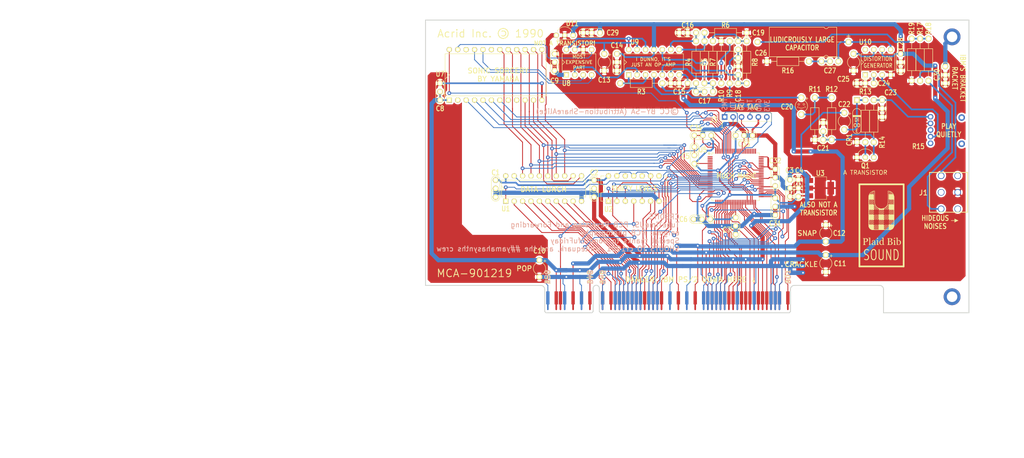
<source format=kicad_pcb>
(kicad_pcb (version 20171130) (host pcbnew "(5.1.0)-1")
  (title_block (title "Plaid Bib Ad Lib MCA Clone (CPLD Version)") (comment 1 "Copyright (C) 2019 Eric Schlaepfer") (comment 2 "License. See https://creativecommons.org/licenses/by-sa/4.0/") (comment 3 "This work is licensed under a Creative Commons Attribution-ShareAlike 4.0 International"))
  (layers (0 F.Cu signal) (31 B.Cu signal) (34 B.Paste user hide) (35 F.Paste user hide) (36 B.SilkS user) (37 F.SilkS user hide) (38 B.Mask user hide) (39 F.Mask user hide) (44 Edge.Cuts user))
  (net 0 "")
  (net 1 +5V)
  (net 2 GND)
  (net 3 +12V)
  (net 4 -12V)
  (net 5 "Net-(C13-Pad1)")
  (net 6 "Net-(C16-Pad1)")
  (net 7 "Net-(C17-Pad1)")
  (net 8 "Net-(C17-Pad2)")
  (net 9 "Net-(C19-Pad2)")
  (net 10 "Net-(C19-Pad1)")
  (net 11 "Net-(C20-Pad2)")
  (net 12 "Net-(C22-Pad2)")
  (net 13 "Net-(C23-Pad1)")
  (net 14 "Net-(C24-Pad1)")
  (net 15 "Net-(C25-Pad1)")
  (net 16 "Net-(C26-Pad2)")
  (net 17 "Net-(C26-Pad1)")
  (net 18 "Net-(C27-Pad2)")
  (net 19 /A9)
  (net 20 /A3)
  (net 21 /A0)
  (net 22 /~ADL)
  (net 23 /M_~IO)
  (net 24 /DB0)
  (net 25 /DB2)
  (net 26 /DB5)
  (net 27 /DB6)
  (net 28 /DB7)
  (net 29 /14.3M)
  (net 30 /A15)
  (net 31 /A14)
  (net 32 /A13)
  (net 33 /DB1)
  (net 34 /DB3)
  (net 35 /DB4)
  (net 36 /CHRESET)
  (net 37 "Net-(Q1-Pad2)")
  (net 38 /AUDIO)
  (net 39 "Net-(R5-Pad2)")
  (net 40 "Net-(R10-Pad1)")
  (net 41 "Net-(R15-Pad2)")
  (net 42 /~BUFENL)
  (net 43 /D7)
  (net 44 /D6)
  (net 45 /D5)
  (net 46 /D4)
  (net 47 /D3)
  (net 48 /D2)
  (net 49 /D1)
  (net 50 /D0)
  (net 51 /BUFDIR)
  (net 52 /YM_~IC)
  (net 53 /YM_A0)
  (net 54 /YCLK)
  (net 55 "Net-(U7-Pad23)")
  (net 56 "Net-(U7-Pad21)")
  (net 57 "Net-(U7-Pad20)")
  (net 58 "Net-(U8-Pad2)")
  (net 59 "Net-(U8-Pad8)")
  (net 60 "Net-(C30-Pad1)")
  (net 61 "Net-(C18-Pad2)")
  (net 62 "Net-(C9-Pad2)")
  (net 63 "Net-(C21-Pad2)")
  (net 64 "Net-(J1-Pad2)")
  (net 65 "Net-(J1-Pad1)")
  (net 66 +3V3)
  (net 67 /~CD_SFDBK)
  (net 68 /~CMD)
  (net 69 /~CHCK)
  (net 70 /A12)
  (net 71 /~CD_SETUP)
  (net 72 /A11)
  (net 73 /A10)
  (net 74 /A8)
  (net 75 /A7)
  (net 76 /A6)
  (net 77 /A5)
  (net 78 /A4)
  (net 79 /A2)
  (net 80 /A1)
  (net 81 /~S0_WRITE)
  (net 82 /~S1_READ)
  (net 83 /CD_CHRDY)
  (net 84 /~REFRESH)
  (net 85 /~CD_DS16)
  (net 86 /TCK)
  (net 87 /TDO)
  (net 88 /TDI)
  (net 89 /TMS)
  (net 90 /CD_SFDBK)
  (net 91 /CD_DS16)
  (net 92 /~CD_CHRDY)
  (net 93 /YM_~CS)
  (net 94 /YM_~WR)
  (net 95 /YM_~RD)
  (module AdlibMCA:BUS_MCA_ADLIB (layer F.Cu) (at 118.745 123.19)
    (fp_text reference J2 hide)
    (fp_text value BUS_MCA hide)
    (pad B50 smd custom (at -4.445 7.5692) (size 1.016 3.937) (layers B.Cu B.Mask) (net 2 GND) (options (clearance outline) (anchor rect)) (primitives (gr_line (start 0 1.3208) (end 0 3.4544) (width 0.508))))
    (pad B45 smd custom (at 1.905 7.5692) (size 1.016 3.937) (layers B.Cu B.Mask) (net 2 GND) (options (clearance outline) (anchor rect)) (primitives (gr_line (start 0 1.3208) (end 0 3.4544) (width 0.508))))
    (pad B42 smd custom (at 5.715 7.5692) (size 1.016 3.937) (layers B.Cu B.Mask) (net 36 /CHRESET) (options (clearance outline) (anchor rect)) (primitives (gr_line (start 0 1.3208) (end 0 3.4544) (width 0.508))))
    (pad B41 smd custom (at 6.985 7.5692) (size 1.016 3.937) (layers B.Cu B.Mask) (net 2 GND) (options (clearance outline) (anchor rect)) (primitives (gr_line (start 0 1.3208) (end 0 3.4544) (width 0.508))))
    (pad B40 smd custom (at 8.255 7.5692) (size 1.016 3.937) (layers B.Cu B.Mask) (net 35 /DB4) (options (clearance outline) (anchor rect)) (primitives (gr_line (start 0 1.3208) (end 0 3.4544) (width 0.508))))
    (pad B39 smd custom (at 9.525 7.5692) (size 1.016 3.937) (layers B.Cu B.Mask) (net 34 /DB3) (options (clearance outline) (anchor rect)) (primitives (gr_line (start 0 1.3208) (end 0 3.4544) (width 0.508))))
    (pad B38 smd custom (at 10.795 7.5692) (size 1.016 3.937) (layers B.Cu B.Mask) (net 33 /DB1) (options (clearance outline) (anchor rect)) (primitives (gr_line (start 0 1.3208) (end 0 3.4544) (width 0.508))))
    (pad B37 smd custom (at 12.065 7.5692) (size 1.016 3.937) (layers B.Cu B.Mask) (net 2 GND) (options (clearance outline) (anchor rect)) (primitives (gr_line (start 0 1.3208) (end 0 3.4544) (width 0.508))))
    (pad B36 smd custom (at 13.335 7.5692) (size 1.016 3.937) (layers B.Cu B.Mask) (net 67 /~CD_SFDBK) (options (clearance outline) (anchor rect)) (primitives (gr_line (start 0 1.3208) (end 0 3.4544) (width 0.508))))
    (pad B34 smd custom (at 15.875 7.5692) (size 1.016 3.937) (layers B.Cu B.Mask) (net 68 /~CMD) (options (clearance outline) (anchor rect)) (primitives (gr_line (start 0 1.3208) (end 0 3.4544) (width 0.508))))
    (pad B33 smd custom (at 17.145 7.5692) (size 1.016 3.937) (layers B.Cu B.Mask) (net 2 GND) (options (clearance outline) (anchor rect)) (primitives (gr_line (start 0 1.3208) (end 0 3.4544) (width 0.508))))
    (pad B32 smd custom (at 18.415 7.5692) (size 1.016 3.937) (layers B.Cu B.Mask) (net 69 /~CHCK) (options (clearance outline) (anchor rect)) (primitives (gr_line (start 0 1.3208) (end 0 3.4544) (width 0.508))))
    (pad B29 smd custom (at 22.225 7.5692) (size 1.016 3.937) (layers B.Cu B.Mask) (net 2 GND) (options (clearance outline) (anchor rect)) (primitives (gr_line (start 0 1.3208) (end 0 3.4544) (width 0.508))))
    (pad B25 smd custom (at 27.305 7.5692) (size 1.016 3.937) (layers B.Cu B.Mask) (net 2 GND) (options (clearance outline) (anchor rect)) (primitives (gr_line (start 0 1.3208) (end 0 3.4544) (width 0.508))))
    (pad B21 smd custom (at 32.385 7.5692) (size 1.016 3.937) (layers B.Cu B.Mask) (net 2 GND) (options (clearance outline) (anchor rect)) (primitives (gr_line (start 0 1.3208) (end 0 3.4544) (width 0.508))))
    (pad B20 smd custom (at 33.655 7.5692) (size 1.016 3.937) (layers B.Cu B.Mask) (net 70 /A12) (options (clearance outline) (anchor rect)) (primitives (gr_line (start 0 1.3208) (end 0 3.4544) (width 0.508))))
    (pad B19 smd custom (at 34.925 7.5692) (size 1.016 3.937) (layers B.Cu B.Mask) (net 32 /A13) (options (clearance outline) (anchor rect)) (primitives (gr_line (start 0 1.3208) (end 0 3.4544) (width 0.508))))
    (pad B18 smd custom (at 36.195 7.5692) (size 1.016 3.937) (layers B.Cu B.Mask) (net 31 /A14) (options (clearance outline) (anchor rect)) (primitives (gr_line (start 0 1.3208) (end 0 3.4544) (width 0.508))))
    (pad B17 smd custom (at 37.465 7.5692) (size 1.016 3.937) (layers B.Cu B.Mask) (net 2 GND) (options (clearance outline) (anchor rect)) (primitives (gr_line (start 0 1.3208) (end 0 3.4544) (width 0.508))))
    (pad B16 smd custom (at 38.735 7.5692) (size 1.016 3.937) (layers B.Cu B.Mask) (net 30 /A15) (options (clearance outline) (anchor rect)) (primitives (gr_line (start 0 1.3208) (end 0 3.4544) (width 0.508))))
    (pad B13 smd custom (at 42.545 7.5692) (size 1.016 3.937) (layers B.Cu B.Mask) (net 2 GND) (options (clearance outline) (anchor rect)) (primitives (gr_line (start 0 1.3208) (end 0 3.4544) (width 0.508))))
    (pad B9 smd custom (at 47.625 7.5692) (size 1.016 3.937) (layers B.Cu B.Mask) (net 2 GND) (options (clearance outline) (anchor rect)) (primitives (gr_line (start 0 1.3208) (end 0 3.4544) (width 0.508))))
    (pad B5 smd custom (at 52.705 7.5692) (size 1.016 3.937) (layers B.Cu B.Mask) (net 2 GND) (options (clearance outline) (anchor rect)) (primitives (gr_line (start 0 1.3208) (end 0 3.4544) (width 0.508))))
    (pad B4 smd custom (at 53.975 7.5692) (size 1.016 3.937) (layers B.Cu B.Mask) (net 29 /14.3M) (options (clearance outline) (anchor rect)) (primitives (gr_line (start 0 1.3208) (end 0 3.4544) (width 0.508))))
    (pad B3 smd custom (at 55.245 7.5692) (size 1.016 3.937) (layers B.Cu B.Mask) (net 2 GND) (options (clearance outline) (anchor rect)) (primitives (gr_line (start 0 1.3208) (end 0 3.4544) (width 0.508))))
    (pad A1 smd custom (at 57.785 7.5692) (size 1.016 3.937) (layers F.Cu F.Mask) (net 71 /~CD_SETUP) (options (clearance outline) (anchor rect)) (primitives (gr_line (start 0 1.3208) (end 0 3.4544) (width 0.508))))
    (pad A3 smd custom (at 55.245 7.5692) (size 1.016 3.937) (layers F.Cu F.Mask) (net 2 GND) (options (clearance outline) (anchor rect)) (primitives (gr_line (start 0 1.3208) (end 0 3.4544) (width 0.508))))
    (pad A4 smd custom (at 53.975 7.5692) (size 1.016 3.937) (layers F.Cu F.Mask) (net 72 /A11) (options (clearance outline) (anchor rect)) (primitives (gr_line (start 0 1.3208) (end 0 3.4544) (width 0.508))))
    (pad A5 smd custom (at 52.705 7.5692) (size 1.016 3.937) (layers F.Cu F.Mask) (net 73 /A10) (options (clearance outline) (anchor rect)) (primitives (gr_line (start 0 1.3208) (end 0 3.4544) (width 0.508))))
    (pad A6 smd custom (at 51.435 7.5692) (size 1.016 3.937) (layers F.Cu F.Mask) (net 19 /A9) (options (clearance outline) (anchor rect)) (primitives (gr_line (start 0 1.3208) (end 0 3.4544) (width 0.508))))
    (pad A7 smd custom (at 50.165 7.5692) (size 1.016 3.937) (layers F.Cu F.Mask) (net 1 +5V) (options (clearance outline) (anchor rect)) (primitives (gr_line (start 0 1.3208) (end 0 3.4544) (width 0.508))))
    (pad A8 smd custom (at 48.895 7.5692) (size 1.016 3.937) (layers F.Cu F.Mask) (net 74 /A8) (options (clearance outline) (anchor rect)) (primitives (gr_line (start 0 1.3208) (end 0 3.4544) (width 0.508))))
    (pad A9 smd custom (at 47.625 7.5692) (size 1.016 3.937) (layers F.Cu F.Mask) (net 75 /A7) (options (clearance outline) (anchor rect)) (primitives (gr_line (start 0 1.3208) (end 0 3.4544) (width 0.508))))
    (pad A10 smd custom (at 46.355 7.5692) (size 1.016 3.937) (layers F.Cu F.Mask) (net 76 /A6) (options (clearance outline) (anchor rect)) (primitives (gr_line (start 0 1.3208) (end 0 3.4544) (width 0.508))))
    (pad A11 smd custom (at 45.085 7.5692) (size 1.016 3.937) (layers F.Cu F.Mask) (net 1 +5V) (options (clearance outline) (anchor rect)) (primitives (gr_line (start 0 1.3208) (end 0 3.4544) (width 0.508))))
    (pad A12 smd custom (at 43.815 7.5692) (size 1.016 3.937) (layers F.Cu F.Mask) (net 77 /A5) (options (clearance outline) (anchor rect)) (primitives (gr_line (start 0 1.3208) (end 0 3.4544) (width 0.508))))
    (pad A13 smd custom (at 42.545 7.5692) (size 1.016 3.937) (layers F.Cu F.Mask) (net 78 /A4) (options (clearance outline) (anchor rect)) (primitives (gr_line (start 0 1.3208) (end 0 3.4544) (width 0.508))))
    (pad A14 smd custom (at 41.275 7.5692) (size 1.016 3.937) (layers F.Cu F.Mask) (net 20 /A3) (options (clearance outline) (anchor rect)) (primitives (gr_line (start 0 1.3208) (end 0 3.4544) (width 0.508))))
    (pad A15 smd custom (at 40.005 7.5692) (size 1.016 3.937) (layers F.Cu F.Mask) (net 1 +5V) (options (clearance outline) (anchor rect)) (primitives (gr_line (start 0 1.3208) (end 0 3.4544) (width 0.508))))
    (pad A16 smd custom (at 38.735 7.5692) (size 1.016 3.937) (layers F.Cu F.Mask) (net 79 /A2) (options (clearance outline) (anchor rect)) (primitives (gr_line (start 0 1.3208) (end 0 3.4544) (width 0.508))))
    (pad A17 smd custom (at 37.465 7.5692) (size 1.016 3.937) (layers F.Cu F.Mask) (net 80 /A1) (options (clearance outline) (anchor rect)) (primitives (gr_line (start 0 1.3208) (end 0 3.4544) (width 0.508))))
    (pad A18 smd custom (at 36.195 7.5692) (size 1.016 3.937) (layers F.Cu F.Mask) (net 21 /A0) (options (clearance outline) (anchor rect)) (primitives (gr_line (start 0 1.3208) (end 0 3.4544) (width 0.508))))
    (pad A19 smd custom (at 34.925 7.5692) (size 1.016 3.937) (layers F.Cu F.Mask) (net 3 +12V) (options (clearance outline) (anchor rect)) (primitives (gr_line (start 0 1.3208) (end 0 3.4544) (width 0.508))))
    (pad A20 smd custom (at 33.655 7.5692) (size 1.016 3.937) (layers F.Cu F.Mask) (net 22 /~ADL) (options (clearance outline) (anchor rect)) (primitives (gr_line (start 0 1.3208) (end 0 3.4544) (width 0.508))))
    (pad A23 smd custom (at 29.845 7.5692) (size 1.016 3.937) (layers F.Cu F.Mask) (net 4 -12V) (options (clearance outline) (anchor rect)) (primitives (gr_line (start 0 1.3208) (end 0 3.4544) (width 0.508))))
    (pad A27 smd custom (at 24.765 7.5692) (size 1.016 3.937) (layers F.Cu F.Mask) (net 4 -12V) (options (clearance outline) (anchor rect)) (primitives (gr_line (start 0 1.3208) (end 0 3.4544) (width 0.508))))
    (pad A31 smd custom (at 19.685 7.5692) (size 1.016 3.937) (layers F.Cu F.Mask) (net 1 +5V) (options (clearance outline) (anchor rect)) (primitives (gr_line (start 0 1.3208) (end 0 3.4544) (width 0.508))))
    (pad A32 smd custom (at 18.415 7.5692) (size 1.016 3.937) (layers F.Cu F.Mask) (net 81 /~S0_WRITE) (options (clearance outline) (anchor rect)) (primitives (gr_line (start 0 1.3208) (end 0 3.4544) (width 0.508))))
    (pad A33 smd custom (at 17.145 7.5692) (size 1.016 3.937) (layers F.Cu F.Mask) (net 82 /~S1_READ) (options (clearance outline) (anchor rect)) (primitives (gr_line (start 0 1.3208) (end 0 3.4544) (width 0.508))))
    (pad A34 smd custom (at 15.875 7.5692) (size 1.016 3.937) (layers F.Cu F.Mask) (net 23 /M_~IO) (options (clearance outline) (anchor rect)) (primitives (gr_line (start 0 1.3208) (end 0 3.4544) (width 0.508))))
    (pad A35 smd custom (at 14.605 7.5692) (size 1.016 3.937) (layers F.Cu F.Mask) (net 3 +12V) (options (clearance outline) (anchor rect)) (primitives (gr_line (start 0 1.3208) (end 0 3.4544) (width 0.508))))
    (pad A36 smd custom (at 13.335 7.5692) (size 1.016 3.937) (layers F.Cu F.Mask) (net 83 /CD_CHRDY) (options (clearance outline) (anchor rect)) (primitives (gr_line (start 0 1.3208) (end 0 3.4544) (width 0.508))))
    (pad A37 smd custom (at 12.065 7.5692) (size 1.016 3.937) (layers F.Cu F.Mask) (net 24 /DB0) (options (clearance outline) (anchor rect)) (primitives (gr_line (start 0 1.3208) (end 0 3.4544) (width 0.508))))
    (pad A38 smd custom (at 10.795 7.5692) (size 1.016 3.937) (layers F.Cu F.Mask) (net 25 /DB2) (options (clearance outline) (anchor rect)) (primitives (gr_line (start 0 1.3208) (end 0 3.4544) (width 0.508))))
    (pad A39 smd custom (at 9.525 7.5692) (size 1.016 3.937) (layers F.Cu F.Mask) (net 1 +5V) (options (clearance outline) (anchor rect)) (primitives (gr_line (start 0 1.3208) (end 0 3.4544) (width 0.508))))
    (pad A40 smd custom (at 8.255 7.5692) (size 1.016 3.937) (layers F.Cu F.Mask) (net 26 /DB5) (options (clearance outline) (anchor rect)) (primitives (gr_line (start 0 1.3208) (end 0 3.4544) (width 0.508))))
    (pad A41 smd custom (at 6.985 7.5692) (size 1.016 3.937) (layers F.Cu F.Mask) (net 27 /DB6) (options (clearance outline) (anchor rect)) (primitives (gr_line (start 0 1.3208) (end 0 3.4544) (width 0.508))))
    (pad A42 smd custom (at 5.715 7.5692) (size 1.016 3.937) (layers F.Cu F.Mask) (net 28 /DB7) (options (clearance outline) (anchor rect)) (primitives (gr_line (start 0 1.3208) (end 0 3.4544) (width 0.508))))
    (pad A43 smd custom (at 4.445 7.5692) (size 1.016 3.937) (layers F.Cu F.Mask) (net 2 GND) (options (clearance outline) (anchor rect)) (primitives (gr_line (start 0 1.3208) (end 0 3.4544) (width 0.508))))
    (pad A45 smd custom (at 1.905 7.5692) (size 1.016 3.937) (layers F.Cu F.Mask) (net 84 /~REFRESH) (options (clearance outline) (anchor rect)) (primitives (gr_line (start 0 1.3208) (end 0 3.4544) (width 0.508))))
    (pad A48 smd custom (at -1.905 7.5692) (size 1.016 3.937) (layers F.Cu F.Mask) (net 1 +5V) (options (clearance outline) (anchor rect)) (primitives (gr_line (start 0 1.3208) (end 0 3.4544) (width 0.508))))
    (pad A52 smd custom (at -6.985 7.5692) (size 1.016 3.937) (layers F.Cu F.Mask) (net 3 +12V) (options (clearance outline) (anchor rect)) (primitives (gr_line (start 0 1.3208) (end 0 3.4544) (width 0.508))))
    (pad B54 smd custom (at -9.525 7.5692) (size 1.016 3.937) (layers B.Cu B.Mask) (net 2 GND) (options (clearance outline) (anchor rect)) (primitives (gr_line (start 0 1.3208) (end 0 3.4544) (width 0.508))))
    (pad B58 smd custom (at -14.605 7.5692) (size 1.016 3.937) (layers B.Cu B.Mask) (net 2 GND) (options (clearance outline) (anchor rect)) (primitives (gr_line (start 0 1.3208) (end 0 3.4544) (width 0.508))))
    (pad A55 smd custom (at -10.795 7.5692) (size 1.016 3.937) (layers F.Cu F.Mask) (net 85 /~CD_DS16) (options (clearance outline) (anchor rect)) (primitives (gr_line (start 0 1.3208) (end 0 3.4544) (width 0.508))))
    (pad A56 smd custom (at -12.065 7.5692) (size 1.016 3.937) (layers F.Cu F.Mask) (net 1 +5V) (options (clearance outline) (anchor rect)) (primitives (gr_line (start 0 1.3208) (end 0 3.4544) (width 0.508))))
  )
  (module AdlibMCA:PlaidBib (layer F.Cu) (at 204.978 113.792)
    (fp_text reference G*** hide)
    (fp_text value LOGO hide)
  )
  (module AdlibMCA:RK14J11A000G (layer F.Cu) (at 226.06 80.137 270)
    (fp_text reference R15 (at 4.953 10.16) (layer F.SilkS) (effects (font (size 1.524 1.27) (thickness 0.254))))
    (fp_text value 10K)
    (pad 0 thru_hole circle (at 4.15 -2.9 270) (size 2 2) (drill 1.1) (layers *.Cu *.Mask))
    (pad 0 thru_hole circle (at -3.75 -2.9 270) (size 2 2) (drill 1.1) (layers *.Cu *.Mask))
    (pad 0 thru_hole circle (at 4 6.5 270) (size 1.7 1.7) (drill 1) (layers *.Cu *.Mask))
    (pad 2 thru_hole circle (at 2 6.5 270) (size 1.7 1.7) (drill 1) (layers *.Cu *.Mask) (net 41 "Net-(R15-Pad2)"))
    (pad 0 thru_hole circle (at 0 6.5 270) (size 1.7 1.7) (drill 1) (layers *.Cu *.Mask))
    (pad 3 thru_hole circle (at -2 6.5 270) (size 1.7 1.7) (drill 1) (layers *.Cu *.Mask) (net 2 GND))
    (pad 1 thru_hole circle (at -4 6.5 270) (size 1.7 1.7) (drill 1) (layers *.Cu *.Mask) (net 13 "Net-(C23-Pad1)"))
  )
  (module AdlibMCA:MH_125 (layer F.Cu) (at 226.06 52.0446)
    (fp_text reference TP1 hide)
    (fp_text value TestPoint hide)
    (pad 1 thru_hole circle (at 0 0) (size 5.08 5.08) (drill 3.175) (layers *.Cu *.Mask) (net 60 "Net-(C30-Pad1)"))
  )
  (module AdlibMCA:MH_125 (layer F.Cu) (at 226.06 130.429)
    (fp_text reference TP2 hide)
    (fp_text value TestPoint hide)
    (pad 1 thru_hole circle (at 0 0) (size 5.08 5.08) (drill 3.175) (layers *.Cu *.Mask))
  )
  (module AdlibMCA:CAP23 (layer F.Cu) (at 88.392 97.79 90)
    (fp_text reference C1 (at 4.826 0 180) (layer F.SilkS) (effects (font (size 1.524 1.27) (thickness 0.254))))
    (fp_text value 0.1uF)
    (pad 2 thru_hole circle (at 0 0 90) (size 1.7018 1.7018) (drill 1.016) (layers *.Cu *.Mask F.SilkS) (net 2 GND))
    (pad 1 thru_hole circle (at 2.54 0 90) (size 1.7018 1.7018) (drill 1.016) (layers *.Cu *.Mask F.SilkS) (net 1 +5V))
    (pad 2 thru_hole circle (at -2.54 0 90) (size 1.7018 1.7018) (drill 1.016) (layers *.Cu *.Mask F.SilkS) (net 2 GND))
  )
  (module AdlibMCA:CAP23 (layer F.Cu) (at 118.11 97.79 90)
    (fp_text reference C2 (at 4.826 0 180) (layer F.SilkS) (effects (font (size 1.524 1.27) (thickness 0.254))))
    (fp_text value 0.1uF)
    (pad 2 thru_hole circle (at 0 0 90) (size 1.7018 1.7018) (drill 1.016) (layers *.Cu *.Mask F.SilkS) (net 2 GND))
    (pad 1 thru_hole circle (at 2.54 0 90) (size 1.7018 1.7018) (drill 1.016) (layers *.Cu *.Mask F.SilkS) (net 1 +5V))
    (pad 2 thru_hole circle (at -2.54 0 90) (size 1.7018 1.7018) (drill 1.016) (layers *.Cu *.Mask F.SilkS) (net 2 GND))
  )
  (module AdlibMCA:CAP23 (layer F.Cu) (at 148.336 87.757 270)
    (fp_text reference C5 (at 0.254 2.667) (layer F.SilkS) (effects (font (size 1.524 1.27) (thickness 0.254))))
    (fp_text value 1uF)
    (pad 2 thru_hole circle (at 0 0 270) (size 1.7018 1.7018) (drill 1.016) (layers *.Cu *.Mask F.SilkS) (net 2 GND))
    (pad 1 thru_hole circle (at 2.54 0 270) (size 1.7018 1.7018) (drill 1.016) (layers *.Cu *.Mask F.SilkS) (net 66 +3V3))
    (pad 2 thru_hole circle (at -2.54 0 270) (size 1.7018 1.7018) (drill 1.016) (layers *.Cu *.Mask F.SilkS) (net 2 GND))
  )
  (module AdlibMCA:CAP23 (layer F.Cu) (at 71.628 68.58 90)
    (fp_text reference C8 (at -5.08 0 180) (layer F.SilkS) (effects (font (size 1.524 1.27) (thickness 0.254))))
    (fp_text value 0.1uF)
    (pad 2 thru_hole circle (at 0 0 90) (size 1.7018 1.7018) (drill 1.016) (layers *.Cu *.Mask F.SilkS) (net 1 +5V))
    (pad 1 thru_hole circle (at 2.54 0 90) (size 1.7018 1.7018) (drill 1.016) (layers *.Cu *.Mask F.SilkS) (net 2 GND))
    (pad 2 thru_hole circle (at -2.54 0 90) (size 1.7018 1.7018) (drill 1.016) (layers *.Cu *.Mask F.SilkS) (net 1 +5V))
  )
  (module AdlibMCA:CAP23 (layer F.Cu) (at 106.172 59.69 90)
    (fp_text reference C9 (at -5.588 0 180) (layer F.SilkS) (effects (font (size 1.524 1.27) (thickness 0.254))))
    (fp_text value 0.1uF)
    (pad 2 thru_hole circle (at 0 0 90) (size 1.7018 1.7018) (drill 1.016) (layers *.Cu *.Mask F.SilkS) (net 62 "Net-(C9-Pad2)"))
    (pad 1 thru_hole circle (at 2.54 0 90) (size 1.7018 1.7018) (drill 1.016) (layers *.Cu *.Mask F.SilkS) (net 2 GND))
    (pad 2 thru_hole circle (at -2.54 0 90) (size 1.7018 1.7018) (drill 1.016) (layers *.Cu *.Mask F.SilkS) (net 62 "Net-(C9-Pad2)"))
  )
  (module AdlibMCA:CAPAP200 (layer F.Cu) (at 101.6 119.38 270)
    (fp_text reference C10 (at -2.794 0) (layer F.SilkS) (effects (font (size 1.524 1.27) (thickness 0.254))))
    (fp_text value 10uF)
    (pad 1 thru_hole circle (at 0 0 270) (size 1.778 1.778) (drill 1.016) (layers *.Cu *.Mask F.SilkS) (net 1 +5V))
    (pad 2 thru_hole circle (at 5.08 0 270) (size 1.778 1.778) (drill 1.016) (layers *.Cu *.Mask F.SilkS) (net 2 GND))
  )
  (module AdlibMCA:CAPAP200 (layer F.Cu) (at 187.96 117.856 270)
    (fp_text reference C11 (at 2.54 -4.318) (layer F.SilkS) (effects (font (size 1.524 1.27) (thickness 0.254))))
    (fp_text value 10uF)
    (pad 1 thru_hole circle (at 0 0 270) (size 1.778 1.778) (drill 1.016) (layers *.Cu *.Mask F.SilkS) (net 3 +12V))
    (pad 2 thru_hole circle (at 5.08 0 270) (size 1.778 1.778) (drill 1.016) (layers *.Cu *.Mask F.SilkS) (net 2 GND))
  )
  (module AdlibMCA:CAPAP200 (layer F.Cu) (at 187.96 108.712 270)
    (fp_text reference C12 (at 2.54 -4.064) (layer F.SilkS) (effects (font (size 1.524 1.27) (thickness 0.254))))
    (fp_text value 10uF)
    (pad 1 thru_hole circle (at 0 0 270) (size 1.778 1.778) (drill 1.016) (layers *.Cu *.Mask F.SilkS) (net 2 GND))
    (pad 2 thru_hole circle (at 5.08 0 270) (size 1.778 1.778) (drill 1.016) (layers *.Cu *.Mask F.SilkS) (net 4 -12V))
  )
  (module AdlibMCA:CAPAP200 (layer F.Cu) (at 121.158 57.15 270)
    (fp_text reference C13 (at 7.874 0) (layer F.SilkS) (effects (font (size 1.524 1.27) (thickness 0.254))))
    (fp_text value 10uF)
    (pad 1 thru_hole circle (at 0 0 270) (size 1.778 1.778) (drill 1.016) (layers *.Cu *.Mask F.SilkS) (net 5 "Net-(C13-Pad1)"))
    (pad 2 thru_hole circle (at 5.08 0 270) (size 1.778 1.778) (drill 1.016) (layers *.Cu *.Mask F.SilkS) (net 2 GND))
  )
  (module AdlibMCA:CAP23 (layer F.Cu) (at 124.968 59.69 90)
    (fp_text reference C14 (at 5.08 0 180) (layer F.SilkS) (effects (font (size 1.524 1.27) (thickness 0.254))))
    (fp_text value 0.1uF)
    (pad 2 thru_hole circle (at 0 0 90) (size 1.7018 1.7018) (drill 1.016) (layers *.Cu *.Mask F.SilkS) (net 2 GND))
    (pad 1 thru_hole circle (at 2.54 0 90) (size 1.7018 1.7018) (drill 1.016) (layers *.Cu *.Mask F.SilkS) (net 3 +12V))
    (pad 2 thru_hole circle (at -2.54 0 90) (size 1.7018 1.7018) (drill 1.016) (layers *.Cu *.Mask F.SilkS) (net 2 GND))
  )
  (module AdlibMCA:CAP23 (layer F.Cu) (at 143.764 66.04)
    (fp_text reference C15 (at 0 2.54) (layer F.SilkS) (effects (font (size 1.524 1.27) (thickness 0.254))))
    (fp_text value 0.1uF)
    (pad 2 thru_hole circle (at 0 0) (size 1.7018 1.7018) (drill 1.016) (layers *.Cu *.Mask F.SilkS) (net 2 GND))
    (pad 1 thru_hole circle (at 2.54 0) (size 1.7018 1.7018) (drill 1.016) (layers *.Cu *.Mask F.SilkS) (net 4 -12V))
    (pad 2 thru_hole circle (at -2.54 0) (size 1.7018 1.7018) (drill 1.016) (layers *.Cu *.Mask F.SilkS) (net 2 GND))
  )
  (module AdlibMCA:CAP23 (layer F.Cu) (at 146.304 50.8)
    (fp_text reference C16 (at 0 -2.286) (layer F.SilkS) (effects (font (size 1.524 1.27) (thickness 0.254))))
    (fp_text value 4700pF)
    (pad 2 thru_hole circle (at 0 0) (size 1.7018 1.7018) (drill 1.016) (layers *.Cu *.Mask F.SilkS) (net 2 GND))
    (pad 1 thru_hole circle (at 2.54 0) (size 1.7018 1.7018) (drill 1.016) (layers *.Cu *.Mask F.SilkS) (net 6 "Net-(C16-Pad1)"))
    (pad 2 thru_hole circle (at -2.54 0) (size 1.7018 1.7018) (drill 1.016) (layers *.Cu *.Mask F.SilkS) (net 2 GND))
  )
  (module AdlibMCA:CAP23 (layer F.Cu) (at 151.384 68.58)
    (fp_text reference C17 (at 0 2.794) (layer F.SilkS) (effects (font (size 1.524 1.27) (thickness 0.254))))
    (fp_text value 4700pF)
    (pad 2 thru_hole circle (at 0 0) (size 1.7018 1.7018) (drill 1.016) (layers *.Cu *.Mask F.SilkS) (net 8 "Net-(C17-Pad2)"))
    (pad 1 thru_hole circle (at 2.54 0) (size 1.7018 1.7018) (drill 1.016) (layers *.Cu *.Mask F.SilkS) (net 7 "Net-(C17-Pad1)"))
    (pad 2 thru_hole circle (at -2.54 0) (size 1.7018 1.7018) (drill 1.016) (layers *.Cu *.Mask F.SilkS) (net 8 "Net-(C17-Pad2)"))
  )
  (module AdlibMCA:CAP23 (layer F.Cu) (at 161.544 63.5 90)
    (fp_text reference C18 (at -6.35 0 90) (layer F.SilkS) (effects (font (size 1.524 1.27) (thickness 0.254))))
    (fp_text value 4700pF)
    (pad 2 thru_hole circle (at 0 0 90) (size 1.7018 1.7018) (drill 1.016) (layers *.Cu *.Mask F.SilkS) (net 61 "Net-(C18-Pad2)"))
    (pad 1 thru_hole circle (at 2.54 0 90) (size 1.7018 1.7018) (drill 1.016) (layers *.Cu *.Mask F.SilkS) (net 2 GND))
    (pad 2 thru_hole circle (at -2.54 0 90) (size 1.7018 1.7018) (drill 1.016) (layers *.Cu *.Mask F.SilkS) (net 61 "Net-(C18-Pad2)"))
  )
  (module AdlibMCA:CAP23 (layer F.Cu) (at 161.544 55.88 90)
    (fp_text reference C19 (at 5.08 6.096 180) (layer F.SilkS) (effects (font (size 1.524 1.27) (thickness 0.254))))
    (fp_text value 4700pF)
    (pad 2 thru_hole circle (at 0 0 90) (size 1.7018 1.7018) (drill 1.016) (layers *.Cu *.Mask F.SilkS) (net 9 "Net-(C19-Pad2)"))
    (pad 1 thru_hole circle (at 2.54 0 90) (size 1.7018 1.7018) (drill 1.016) (layers *.Cu *.Mask F.SilkS) (net 10 "Net-(C19-Pad1)"))
    (pad 2 thru_hole circle (at -2.54 0 90) (size 1.7018 1.7018) (drill 1.016) (layers *.Cu *.Mask F.SilkS) (net 9 "Net-(C19-Pad2)"))
  )
  (module AdlibMCA:CAPAP200 (layer F.Cu) (at 180.594 70.358 270)
    (fp_text reference C20 (at 2.794 4.318) (layer F.SilkS) (effects (font (size 1.524 1.27) (thickness 0.254))))
    (fp_text value 4.7uF)
    (pad 1 thru_hole circle (at 0 0 270) (size 1.778 1.778) (drill 1.016) (layers *.Cu *.Mask F.SilkS) (net 9 "Net-(C19-Pad2)"))
    (pad 2 thru_hole circle (at 5.08 0 270) (size 1.778 1.778) (drill 1.016) (layers *.Cu *.Mask F.SilkS) (net 11 "Net-(C20-Pad2)"))
  )
  (module AdlibMCA:CAP23 (layer F.Cu) (at 187.198 80.518 90)
    (fp_text reference C21 (at -5.08 0 180) (layer F.SilkS) (effects (font (size 1.524 1.27) (thickness 0.254))))
    (fp_text value 1000pF)
    (pad 2 thru_hole circle (at 0 0 90) (size 1.7018 1.7018) (drill 1.016) (layers *.Cu *.Mask F.SilkS) (net 63 "Net-(C21-Pad2)"))
    (pad 1 thru_hole circle (at 2.54 0 90) (size 1.7018 1.7018) (drill 1.016) (layers *.Cu *.Mask F.SilkS) (net 2 GND))
    (pad 2 thru_hole circle (at -2.54 0 90) (size 1.7018 1.7018) (drill 1.016) (layers *.Cu *.Mask F.SilkS) (net 63 "Net-(C21-Pad2)"))
  )
  (module AdlibMCA:CAPAP200 (layer F.Cu) (at 193.548 74.93 270)
    (fp_text reference C22 (at -2.54 0) (layer F.SilkS) (effects (font (size 1.524 1.27) (thickness 0.254))))
    (fp_text value 10uF)
    (pad 1 thru_hole circle (at 0 0 270) (size 1.778 1.778) (drill 1.016) (layers *.Cu *.Mask F.SilkS) (net 1 +5V))
    (pad 2 thru_hole circle (at 5.08 0 270) (size 1.778 1.778) (drill 1.016) (layers *.Cu *.Mask F.SilkS) (net 12 "Net-(C22-Pad2)"))
  )
  (module AdlibMCA:CAP23 (layer F.Cu) (at 204.978 73.66 90)
    (fp_text reference C23 (at 4.826 2.54 180) (layer F.SilkS) (effects (font (size 1.524 1.27) (thickness 0.254))))
    (fp_text value 270pF)
    (pad 2 thru_hole circle (at 0 0 90) (size 1.7018 1.7018) (drill 1.016) (layers *.Cu *.Mask F.SilkS) (net 2 GND))
    (pad 1 thru_hole circle (at 2.54 0 90) (size 1.7018 1.7018) (drill 1.016) (layers *.Cu *.Mask F.SilkS) (net 13 "Net-(C23-Pad1)"))
    (pad 2 thru_hole circle (at -2.54 0 90) (size 1.7018 1.7018) (drill 1.016) (layers *.Cu *.Mask F.SilkS) (net 2 GND))
  )
  (module AdlibMCA:CAP23 (layer F.Cu) (at 199.898 66.04)
    (fp_text reference C24 (at 5.588 0) (layer F.SilkS) (effects (font (size 1.524 1.27) (thickness 0.254))))
    (fp_text value 0.1uF)
    (pad 2 thru_hole circle (at 0 0) (size 1.7018 1.7018) (drill 1.016) (layers *.Cu *.Mask F.SilkS) (net 2 GND))
    (pad 1 thru_hole circle (at 2.54 0) (size 1.7018 1.7018) (drill 1.016) (layers *.Cu *.Mask F.SilkS) (net 14 "Net-(C24-Pad1)"))
    (pad 2 thru_hole circle (at -2.54 0) (size 1.7018 1.7018) (drill 1.016) (layers *.Cu *.Mask F.SilkS) (net 2 GND))
  )
  (module AdlibMCA:CAPAP200 (layer F.Cu) (at 196.342 57.15 270)
    (fp_text reference C25 (at 7.62 3.048) (layer F.SilkS) (effects (font (size 1.524 1.27) (thickness 0.254))))
    (fp_text value 10uF)
    (pad 1 thru_hole circle (at 0 0 270) (size 1.778 1.778) (drill 1.016) (layers *.Cu *.Mask F.SilkS) (net 15 "Net-(C25-Pad1)"))
    (pad 2 thru_hole circle (at 5.08 0 270) (size 1.778 1.778) (drill 1.016) (layers *.Cu *.Mask F.SilkS) (net 2 GND))
  )
  (module AdlibMCA:CAPA1000 (layer F.Cu) (at 194.818 53.594 180)
    (fp_text reference C26 (at 26.416 -3.302 180) (layer F.SilkS) (effects (font (size 1.524 1.27) (thickness 0.254))))
    (fp_text value "220uF 16V")
    (pad 1 thru_hole circle (at 0 0 180) (size 1.778 1.778) (drill 1.016) (layers *.Cu *.Mask F.SilkS) (net 17 "Net-(C26-Pad1)"))
    (pad 2 thru_hole circle (at 27.432 0 180) (size 1.778 1.778) (drill 1.016) (layers *.Cu *.Mask F.SilkS) (net 16 "Net-(C26-Pad2)"))
  )
  (module AdlibMCA:CAP23 (layer F.Cu) (at 189.23 59.436)
    (fp_text reference C27 (at 0 2.794) (layer F.SilkS) (effects (font (size 1.524 1.27) (thickness 0.254))))
    (fp_text value 0.047uF)
    (pad 2 thru_hole circle (at 0 0) (size 1.7018 1.7018) (drill 1.016) (layers *.Cu *.Mask F.SilkS) (net 18 "Net-(C27-Pad2)"))
    (pad 1 thru_hole circle (at 2.54 0) (size 1.7018 1.7018) (drill 1.016) (layers *.Cu *.Mask F.SilkS) (net 17 "Net-(C26-Pad1)"))
    (pad 2 thru_hole circle (at -2.54 0) (size 1.7018 1.7018) (drill 1.016) (layers *.Cu *.Mask F.SilkS) (net 18 "Net-(C27-Pad2)"))
  )
  (module AdlibMCA:CAP23 (layer F.Cu) (at 210.566 59.69 90)
    (fp_text reference C28 (at 5.588 0 90) (layer F.SilkS) (effects (font (size 1.524 1.27) (thickness 0.254))))
    (fp_text value 0.1uF)
    (pad 2 thru_hole circle (at 0 0 90) (size 1.7018 1.7018) (drill 1.016) (layers *.Cu *.Mask F.SilkS) (net 2 GND))
    (pad 1 thru_hole circle (at 2.54 0 90) (size 1.7018 1.7018) (drill 1.016) (layers *.Cu *.Mask F.SilkS) (net 3 +12V))
    (pad 2 thru_hole circle (at -2.54 0 90) (size 1.7018 1.7018) (drill 1.016) (layers *.Cu *.Mask F.SilkS) (net 2 GND))
  )
  (module AdlibMCA:CAP23 (layer F.Cu) (at 117.348 50.8)
    (fp_text reference C29 (at 6.35 0) (layer F.SilkS) (effects (font (size 1.524 1.27) (thickness 0.254))))
    (fp_text value 0.1uF)
    (pad 2 thru_hole circle (at 0 0) (size 1.7018 1.7018) (drill 1.016) (layers *.Cu *.Mask F.SilkS) (net 2 GND))
    (pad 1 thru_hole circle (at 2.54 0) (size 1.7018 1.7018) (drill 1.016) (layers *.Cu *.Mask F.SilkS) (net 3 +12V))
    (pad 2 thru_hole circle (at -2.54 0) (size 1.7018 1.7018) (drill 1.016) (layers *.Cu *.Mask F.SilkS) (net 2 GND))
  )
  (module AdlibMCA:CAP23 (layer F.Cu) (at 224.028 63.5 90)
    (fp_text reference C30 (at 0 -2.54 90) (layer F.SilkS) (effects (font (size 1.524 1.27) (thickness 0.254))))
    (fp_text value 0.1uF)
    (pad 2 thru_hole circle (at 0 0 90) (size 1.7018 1.7018) (drill 1.016) (layers *.Cu *.Mask F.SilkS) (net 2 GND))
    (pad 1 thru_hole circle (at 2.54 0 90) (size 1.7018 1.7018) (drill 1.016) (layers *.Cu *.Mask F.SilkS) (net 60 "Net-(C30-Pad1)"))
    (pad 2 thru_hole circle (at -2.54 0 90) (size 1.7018 1.7018) (drill 1.016) (layers *.Cu *.Mask F.SilkS) (net 2 GND))
  )
  (module AdlibMCA:DIOA500 (layer F.Cu) (at 197.358 77.47 270)
    (fp_text reference CR1 (at 5.588 2.286 270) (layer F.SilkS) (effects (font (size 1.524 1.27) (thickness 0.254))))
    (fp_text value 1N914)
    (pad 1 thru_hole rect (at -6.35 0 270) (size 1.778 1.778) (drill 1.016) (layers *.Cu *.Mask F.SilkS) (net 12 "Net-(C22-Pad2)"))
    (pad 2 thru_hole circle (at 6.35 0 270) (size 1.778 1.778) (drill 1.016) (layers *.Cu *.Mask F.SilkS) (net 2 GND))
  )
  (module AdlibMCA:TO92-IL (layer F.Cu) (at 197.358 88.392 270)
    (fp_text reference Q1 (at 2.54 -2.54) (layer F.SilkS) (effects (font (size 1.524 1.27) (thickness 0.254))))
    (fp_text value 2N3904)
    (pad 1 thru_hole circle (at 0 0 270) (size 1.5748 1.5748) (drill 0.889) (layers *.Cu *.Mask F.SilkS) (net 2 GND))
    (pad 2 thru_hole circle (at 0 -2.54 270) (size 1.5748 1.5748) (drill 0.889) (layers *.Cu *.Mask F.SilkS) (net 37 "Net-(Q1-Pad2)"))
    (pad 3 thru_hole circle (at 0 -5.08 270) (size 1.5748 1.5748) (drill 0.889) (layers *.Cu *.Mask F.SilkS) (net 63 "Net-(C21-Pad2)"))
  )
  (module AdlibMCA:RESA500 (layer F.Cu) (at 132.334 66.04)
    (fp_text reference R3 (at 0 2.54) (layer F.SilkS) (effects (font (size 1.524 1.27) (thickness 0.254))))
    (fp_text value 2.2K)
    (pad 1 thru_hole circle (at 6.35 0) (size 1.778 1.778) (drill 1.016) (layers *.Cu *.Mask F.SilkS) (net 8 "Net-(C17-Pad2)"))
    (pad 2 thru_hole circle (at -6.35 0) (size 1.778 1.778) (drill 1.016) (layers *.Cu *.Mask F.SilkS) (net 38 /AUDIO))
  )
  (module AdlibMCA:RESA500 (layer F.Cu) (at 148.844 59.69 90)
    (fp_text reference R4 (at 0 -2.286 90) (layer F.SilkS) (effects (font (size 1.524 1.27) (thickness 0.254))))
    (fp_text value 2.2K)
    (pad 1 thru_hole circle (at 6.35 0 90) (size 1.778 1.778) (drill 1.016) (layers *.Cu *.Mask F.SilkS) (net 6 "Net-(C16-Pad1)"))
    (pad 2 thru_hole circle (at -6.35 0 90) (size 1.778 1.778) (drill 1.016) (layers *.Cu *.Mask F.SilkS) (net 8 "Net-(C17-Pad2)"))
  )
  (module AdlibMCA:RESA500 (layer F.Cu) (at 151.384 59.69 270)
    (fp_text reference R5 (at 0 0 270) (layer F.SilkS) (effects (font (size 1.524 1.27) (thickness 0.254))))
    (fp_text value 12K)
    (pad 1 thru_hole circle (at 6.35 0 270) (size 1.778 1.778) (drill 1.016) (layers *.Cu *.Mask F.SilkS) (net 7 "Net-(C17-Pad1)"))
    (pad 2 thru_hole circle (at -6.35 0 270) (size 1.778 1.778) (drill 1.016) (layers *.Cu *.Mask F.SilkS) (net 39 "Net-(R5-Pad2)"))
  )
  (module AdlibMCA:RESA500 (layer F.Cu) (at 157.734 50.8 180)
    (fp_text reference R6 (at 0 2.286 180) (layer F.SilkS) (effects (font (size 1.524 1.27) (thickness 0.254))))
    (fp_text value 10K)
    (pad 1 thru_hole circle (at 6.35 0 180) (size 1.778 1.778) (drill 1.016) (layers *.Cu *.Mask F.SilkS) (net 39 "Net-(R5-Pad2)"))
    (pad 2 thru_hole circle (at -6.35 0 180) (size 1.778 1.778) (drill 1.016) (layers *.Cu *.Mask F.SilkS) (net 2 GND))
  )
  (module AdlibMCA:RESA500 (layer F.Cu) (at 153.924 59.69 90)
    (fp_text reference R7 (at 0 0 90) (layer F.SilkS) (effects (font (size 1.524 1.27) (thickness 0.254))))
    (fp_text value 2.2K)
    (pad 1 thru_hole circle (at 6.35 0 90) (size 1.778 1.778) (drill 1.016) (layers *.Cu *.Mask F.SilkS) (net 10 "Net-(C19-Pad1)"))
    (pad 2 thru_hole circle (at -6.35 0 90) (size 1.778 1.778) (drill 1.016) (layers *.Cu *.Mask F.SilkS) (net 7 "Net-(C17-Pad1)"))
  )
  (module AdlibMCA:RESA500 (layer F.Cu) (at 164.084 59.69 90)
    (fp_text reference R8 (at 0 2.54 90) (layer F.SilkS) (effects (font (size 1.524 1.27) (thickness 0.254))))
    (fp_text value 2.2K)
    (pad 1 thru_hole circle (at 6.35 0 90) (size 1.778 1.778) (drill 1.016) (layers *.Cu *.Mask F.SilkS) (net 10 "Net-(C19-Pad1)"))
    (pad 2 thru_hole circle (at -6.35 0 90) (size 1.778 1.778) (drill 1.016) (layers *.Cu *.Mask F.SilkS) (net 61 "Net-(C18-Pad2)"))
  )
  (module AdlibMCA:RESA500 (layer F.Cu) (at 159.004 59.69 270)
    (fp_text reference R9 (at 9.398 0 270) (layer F.SilkS) (effects (font (size 1.524 1.27) (thickness 0.254))))
    (fp_text value 1.5K)
    (pad 1 thru_hole circle (at 6.35 0 270) (size 1.778 1.778) (drill 1.016) (layers *.Cu *.Mask F.SilkS) (net 9 "Net-(C19-Pad2)"))
    (pad 2 thru_hole circle (at -6.35 0 270) (size 1.778 1.778) (drill 1.016) (layers *.Cu *.Mask F.SilkS) (net 40 "Net-(R10-Pad1)"))
  )
  (module AdlibMCA:RESA500 (layer F.Cu) (at 156.464 59.69 270)
    (fp_text reference R10 (at 10.16 0 270) (layer F.SilkS) (effects (font (size 1.524 1.27) (thickness 0.254))))
    (fp_text value 10K)
    (pad 1 thru_hole circle (at 6.35 0 270) (size 1.778 1.778) (drill 1.016) (layers *.Cu *.Mask F.SilkS) (net 40 "Net-(R10-Pad1)"))
    (pad 2 thru_hole circle (at -6.35 0 270) (size 1.778 1.778) (drill 1.016) (layers *.Cu *.Mask F.SilkS) (net 2 GND))
  )
  (module AdlibMCA:RESA500 (layer F.Cu) (at 184.658 76.708 90)
    (fp_text reference R11 (at 8.89 0 180) (layer F.SilkS) (effects (font (size 1.524 1.27) (thickness 0.254))))
    (fp_text value 10K)
    (pad 1 thru_hole circle (at 6.35 0 90) (size 1.778 1.778) (drill 1.016) (layers *.Cu *.Mask F.SilkS) (net 11 "Net-(C20-Pad2)"))
    (pad 2 thru_hole circle (at -6.35 0 90) (size 1.778 1.778) (drill 1.016) (layers *.Cu *.Mask F.SilkS) (net 2 GND))
  )
  (module AdlibMCA:RESA500 (layer F.Cu) (at 189.738 76.708 270)
    (fp_text reference R12 (at -8.89 0) (layer F.SilkS) (effects (font (size 1.524 1.27) (thickness 0.254))))
    (fp_text value 2.2K)
    (pad 1 thru_hole circle (at 6.35 0 270) (size 1.778 1.778) (drill 1.016) (layers *.Cu *.Mask F.SilkS) (net 63 "Net-(C21-Pad2)"))
    (pad 2 thru_hole circle (at -6.35 0 270) (size 1.778 1.778) (drill 1.016) (layers *.Cu *.Mask F.SilkS) (net 11 "Net-(C20-Pad2)"))
  )
  (module AdlibMCA:RESA500 (layer F.Cu) (at 199.898 77.47 270)
    (fp_text reference R13 (at -8.89 0) (layer F.SilkS) (effects (font (size 1.524 1.27) (thickness 0.254))))
    (fp_text value 2.2K)
    (pad 1 thru_hole circle (at 6.35 0 270) (size 1.778 1.778) (drill 1.016) (layers *.Cu *.Mask F.SilkS) (net 37 "Net-(Q1-Pad2)"))
    (pad 2 thru_hole circle (at -6.35 0 270) (size 1.778 1.778) (drill 1.016) (layers *.Cu *.Mask F.SilkS) (net 12 "Net-(C22-Pad2)"))
  )
  (module AdlibMCA:RESA500 (layer F.Cu) (at 202.438 77.47 90)
    (fp_text reference R14 (at -6.35 2.54 90) (layer F.SilkS) (effects (font (size 1.524 1.27) (thickness 0.254))))
    (fp_text value 8.2K)
    (pad 1 thru_hole circle (at 6.35 0 90) (size 1.778 1.778) (drill 1.016) (layers *.Cu *.Mask F.SilkS) (net 13 "Net-(C23-Pad1)"))
    (pad 2 thru_hole circle (at -6.35 0 90) (size 1.778 1.778) (drill 1.016) (layers *.Cu *.Mask F.SilkS) (net 63 "Net-(C21-Pad2)"))
  )
  (module AdlibMCA:RESA500 (layer F.Cu) (at 176.53 59.436)
    (fp_text reference R16 (at 0 2.794) (layer F.SilkS) (effects (font (size 1.524 1.27) (thickness 0.254))))
    (fp_text value 10)
    (pad 1 thru_hole circle (at 6.35 0) (size 1.778 1.778) (drill 1.016) (layers *.Cu *.Mask F.SilkS) (net 18 "Net-(C27-Pad2)"))
    (pad 2 thru_hole circle (at -6.35 0) (size 1.778 1.778) (drill 1.016) (layers *.Cu *.Mask F.SilkS) (net 2 GND))
  )
  (module AdlibMCA:RESA500 (layer F.Cu) (at 216.408 58.928 90)
    (fp_text reference R17 (at 9.398 0 90) (layer F.SilkS) (effects (font (size 1.524 1.27) (thickness 0.254))))
    (fp_text value 10)
    (pad 1 thru_hole circle (at 6.35 0 90) (size 1.778 1.778) (drill 1.016) (layers *.Cu *.Mask F.SilkS) (net 16 "Net-(C26-Pad2)"))
    (pad 2 thru_hole circle (at -6.35 0 90) (size 1.778 1.778) (drill 1.016) (layers *.Cu *.Mask F.SilkS) (net 65 "Net-(J1-Pad1)"))
  )
  (module AdlibMCA:RESA500 (layer F.Cu) (at 218.948 58.928 90)
    (fp_text reference R18 (at 9.398 0 90) (layer F.SilkS) (effects (font (size 1.524 1.27) (thickness 0.254))))
    (fp_text value 10)
    (pad 1 thru_hole circle (at 6.35 0 90) (size 1.778 1.778) (drill 1.016) (layers *.Cu *.Mask F.SilkS) (net 16 "Net-(C26-Pad2)"))
    (pad 2 thru_hole circle (at -6.35 0 90) (size 1.778 1.778) (drill 1.016) (layers *.Cu *.Mask F.SilkS) (net 64 "Net-(J1-Pad2)"))
  )
  (module AdlibMCA:RESA500 (layer F.Cu) (at 213.868 58.928 90)
    (fp_text reference R19 (at 9.398 0 90) (layer F.SilkS) (effects (font (size 1.524 1.27) (thickness 0.254))))
    (fp_text value 10K)
    (pad 1 thru_hole circle (at 6.35 0 90) (size 1.778 1.778) (drill 1.016) (layers *.Cu *.Mask F.SilkS) (net 16 "Net-(C26-Pad2)"))
    (pad 2 thru_hole circle (at -6.35 0 90) (size 1.778 1.778) (drill 1.016) (layers *.Cu *.Mask F.SilkS) (net 2 GND))
  )
  (module AdlibMCA:DIP300_20N (layer F.Cu) (at 91.44 101.6)
    (fp_text reference U1 (at 0 2.286) (layer F.SilkS) (effects (font (size 1.524 1.27) (thickness 0.254))))
    (fp_text value 74LS245)
    (pad 12 thru_hole circle (at 20.32 -7.62) (size 1.5748 1.5748) (drill 0.889) (layers *.Cu *.Mask F.SilkS) (net 49 /D1))
    (pad 11 thru_hole circle (at 22.86 -7.62) (size 1.5748 1.5748) (drill 0.889) (layers *.Cu *.Mask F.SilkS) (net 50 /D0))
    (pad 10 thru_hole circle (at 22.86 0) (size 1.5748 1.5748) (drill 0.889) (layers *.Cu *.Mask F.SilkS) (net 2 GND))
    (pad 9 thru_hole circle (at 20.32 0) (size 1.5748 1.5748) (drill 0.889) (layers *.Cu *.Mask F.SilkS) (net 24 /DB0))
    (pad 20 thru_hole circle (at 0 -7.62) (size 1.5748 1.5748) (drill 0.889) (layers *.Cu *.Mask F.SilkS) (net 1 +5V))
    (pad 19 thru_hole circle (at 2.54 -7.62) (size 1.5748 1.5748) (drill 0.889) (layers *.Cu *.Mask F.SilkS) (net 42 /~BUFENL))
    (pad 18 thru_hole circle (at 5.08 -7.62) (size 1.5748 1.5748) (drill 0.889) (layers *.Cu *.Mask F.SilkS) (net 43 /D7))
    (pad 17 thru_hole circle (at 7.62 -7.62) (size 1.5748 1.5748) (drill 0.889) (layers *.Cu *.Mask F.SilkS) (net 44 /D6))
    (pad 16 thru_hole circle (at 10.16 -7.62) (size 1.5748 1.5748) (drill 0.889) (layers *.Cu *.Mask F.SilkS) (net 45 /D5))
    (pad 15 thru_hole circle (at 12.7 -7.62) (size 1.5748 1.5748) (drill 0.889) (layers *.Cu *.Mask F.SilkS) (net 46 /D4))
    (pad 14 thru_hole circle (at 15.24 -7.62) (size 1.5748 1.5748) (drill 0.889) (layers *.Cu *.Mask F.SilkS) (net 47 /D3))
    (pad 13 thru_hole circle (at 17.78 -7.62) (size 1.5748 1.5748) (drill 0.889) (layers *.Cu *.Mask F.SilkS) (net 48 /D2))
    (pad 8 thru_hole circle (at 17.78 0) (size 1.5748 1.5748) (drill 0.889) (layers *.Cu *.Mask F.SilkS) (net 33 /DB1))
    (pad 7 thru_hole circle (at 15.24 0) (size 1.5748 1.5748) (drill 0.889) (layers *.Cu *.Mask F.SilkS) (net 25 /DB2))
    (pad 6 thru_hole circle (at 12.7 0) (size 1.5748 1.5748) (drill 0.889) (layers *.Cu *.Mask F.SilkS) (net 34 /DB3))
    (pad 5 thru_hole circle (at 10.16 0) (size 1.5748 1.5748) (drill 0.889) (layers *.Cu *.Mask F.SilkS) (net 35 /DB4))
    (pad 4 thru_hole circle (at 7.62 0) (size 1.5748 1.5748) (drill 0.889) (layers *.Cu *.Mask F.SilkS) (net 26 /DB5))
    (pad 3 thru_hole circle (at 5.08 0) (size 1.5748 1.5748) (drill 0.889) (layers *.Cu *.Mask F.SilkS) (net 27 /DB6))
    (pad 2 thru_hole circle (at 2.54 0) (size 1.5748 1.5748) (drill 0.889) (layers *.Cu *.Mask F.SilkS) (net 28 /DB7))
    (pad 1 thru_hole rect (at 0 0) (size 1.5748 1.5748) (drill 0.889) (layers *.Cu *.Mask F.SilkS) (net 51 /BUFDIR))
  )
  (module AdlibMCA:DIP600_24N (layer F.Cu) (at 74.422 71.12)
    (fp_text reference U7 (at -2.794 -7.874) (layer F.SilkS) (effects (font (size 1.524 1.27) (thickness 0.254))))
    (fp_text value YM3812)
    (pad 1 thru_hole rect (at 0 0) (size 1.5748 1.5748) (drill 0.889) (layers *.Cu *.Mask F.SilkS) (net 1 +5V))
    (pad 2 thru_hole circle (at 2.54 0) (size 1.5748 1.5748) (drill 0.889) (layers *.Cu *.Mask F.SilkS))
    (pad 3 thru_hole circle (at 5.08 0) (size 1.5748 1.5748) (drill 0.889) (layers *.Cu *.Mask F.SilkS) (net 52 /YM_~IC))
    (pad 4 thru_hole circle (at 7.62 0) (size 1.5748 1.5748) (drill 0.889) (layers *.Cu *.Mask F.SilkS) (net 53 /YM_A0))
    (pad 5 thru_hole circle (at 10.16 0) (size 1.5748 1.5748) (drill 0.889) (layers *.Cu *.Mask F.SilkS) (net 94 /YM_~WR))
    (pad 6 thru_hole circle (at 12.7 0) (size 1.5748 1.5748) (drill 0.889) (layers *.Cu *.Mask F.SilkS) (net 95 /YM_~RD))
    (pad 7 thru_hole circle (at 15.24 0) (size 1.5748 1.5748) (drill 0.889) (layers *.Cu *.Mask F.SilkS) (net 93 /YM_~CS))
    (pad 8 thru_hole circle (at 17.78 0) (size 1.5748 1.5748) (drill 0.889) (layers *.Cu *.Mask F.SilkS))
    (pad 13 thru_hole circle (at 27.94 -15.24) (size 1.5748 1.5748) (drill 0.889) (layers *.Cu *.Mask F.SilkS) (net 48 /D2))
    (pad 14 thru_hole circle (at 25.4 -15.24) (size 1.5748 1.5748) (drill 0.889) (layers *.Cu *.Mask F.SilkS) (net 47 /D3))
    (pad 15 thru_hole circle (at 22.86 -15.24) (size 1.5748 1.5748) (drill 0.889) (layers *.Cu *.Mask F.SilkS) (net 46 /D4))
    (pad 16 thru_hole circle (at 20.32 -15.24) (size 1.5748 1.5748) (drill 0.889) (layers *.Cu *.Mask F.SilkS) (net 45 /D5))
    (pad 17 thru_hole circle (at 17.78 -15.24) (size 1.5748 1.5748) (drill 0.889) (layers *.Cu *.Mask F.SilkS) (net 44 /D6))
    (pad 18 thru_hole circle (at 15.24 -15.24) (size 1.5748 1.5748) (drill 0.889) (layers *.Cu *.Mask F.SilkS) (net 43 /D7))
    (pad 19 thru_hole circle (at 12.7 -15.24) (size 1.5748 1.5748) (drill 0.889) (layers *.Cu *.Mask F.SilkS))
    (pad 20 thru_hole circle (at 10.16 -15.24) (size 1.5748 1.5748) (drill 0.889) (layers *.Cu *.Mask F.SilkS) (net 57 "Net-(U7-Pad20)"))
    (pad 9 thru_hole circle (at 20.32 0) (size 1.5748 1.5748) (drill 0.889) (layers *.Cu *.Mask F.SilkS))
    (pad 10 thru_hole circle (at 22.86 0) (size 1.5748 1.5748) (drill 0.889) (layers *.Cu *.Mask F.SilkS) (net 50 /D0))
    (pad 11 thru_hole circle (at 25.4 0) (size 1.5748 1.5748) (drill 0.889) (layers *.Cu *.Mask F.SilkS) (net 49 /D1))
    (pad 12 thru_hole circle (at 27.94 0) (size 1.5748 1.5748) (drill 0.889) (layers *.Cu *.Mask F.SilkS) (net 2 GND))
    (pad 21 thru_hole circle (at 7.62 -15.24) (size 1.5748 1.5748) (drill 0.889) (layers *.Cu *.Mask F.SilkS) (net 56 "Net-(U7-Pad21)"))
    (pad 22 thru_hole circle (at 5.08 -15.24) (size 1.5748 1.5748) (drill 0.889) (layers *.Cu *.Mask F.SilkS))
    (pad 23 thru_hole circle (at 2.54 -15.24) (size 1.5748 1.5748) (drill 0.889) (layers *.Cu *.Mask F.SilkS) (net 55 "Net-(U7-Pad23)"))
    (pad 24 thru_hole circle (at 0 -15.24) (size 1.5748 1.5748) (drill 0.889) (layers *.Cu *.Mask F.SilkS) (net 54 /YCLK))
  )
  (module AdlibMCA:DIP300_8N (layer F.Cu) (at 109.728 63.5)
    (fp_text reference U8 (at 0 2.54) (layer F.SilkS) (effects (font (size 1.524 1.27) (thickness 0.254))))
    (fp_text value YM3014B)
    (pad 8 thru_hole circle (at 0 -7.62) (size 1.5748 1.5748) (drill 0.889) (layers *.Cu *.Mask F.SilkS) (net 59 "Net-(U8-Pad8)"))
    (pad 7 thru_hole circle (at 2.54 -7.62) (size 1.5748 1.5748) (drill 0.889) (layers *.Cu *.Mask F.SilkS) (net 5 "Net-(C13-Pad1)"))
    (pad 6 thru_hole circle (at 5.08 -7.62) (size 1.5748 1.5748) (drill 0.889) (layers *.Cu *.Mask F.SilkS) (net 2 GND))
    (pad 5 thru_hole circle (at 7.62 -7.62) (size 1.5748 1.5748) (drill 0.889) (layers *.Cu *.Mask F.SilkS) (net 55 "Net-(U7-Pad23)"))
    (pad 4 thru_hole circle (at 7.62 0) (size 1.5748 1.5748) (drill 0.889) (layers *.Cu *.Mask F.SilkS) (net 56 "Net-(U7-Pad21)"))
    (pad 3 thru_hole circle (at 5.08 0) (size 1.5748 1.5748) (drill 0.889) (layers *.Cu *.Mask F.SilkS) (net 57 "Net-(U7-Pad20)"))
    (pad 2 thru_hole circle (at 2.54 0) (size 1.5748 1.5748) (drill 0.889) (layers *.Cu *.Mask F.SilkS) (net 58 "Net-(U8-Pad2)"))
    (pad 1 thru_hole rect (at 0 0) (size 1.5748 1.5748) (drill 0.889) (layers *.Cu *.Mask F.SilkS) (net 62 "Net-(C9-Pad2)"))
  )
  (module AdlibMCA:DIP300_14N (layer F.Cu) (at 128.524 63.5)
    (fp_text reference U9 (at 1.778 -9.906) (layer F.SilkS) (effects (font (size 1.524 1.27) (thickness 0.254))))
    (fp_text value RC4136)
    (pad 14 thru_hole circle (at 0 -7.62) (size 1.5748 1.5748) (drill 0.889) (layers *.Cu *.Mask F.SilkS) (net 59 "Net-(U8-Pad8)"))
    (pad 13 thru_hole circle (at 2.54 -7.62) (size 1.5748 1.5748) (drill 0.889) (layers *.Cu *.Mask F.SilkS) (net 5 "Net-(C13-Pad1)"))
    (pad 12 thru_hole circle (at 5.08 -7.62) (size 1.5748 1.5748) (drill 0.889) (layers *.Cu *.Mask F.SilkS) (net 59 "Net-(U8-Pad8)"))
    (pad 11 thru_hole circle (at 7.62 -7.62) (size 1.5748 1.5748) (drill 0.889) (layers *.Cu *.Mask F.SilkS) (net 3 +12V))
    (pad 10 thru_hole circle (at 10.16 -7.62) (size 1.5748 1.5748) (drill 0.889) (layers *.Cu *.Mask F.SilkS) (net 7 "Net-(C17-Pad1)"))
    (pad 9 thru_hole circle (at 12.7 -7.62) (size 1.5748 1.5748) (drill 0.889) (layers *.Cu *.Mask F.SilkS) (net 6 "Net-(C16-Pad1)"))
    (pad 8 thru_hole circle (at 15.24 -7.62) (size 1.5748 1.5748) (drill 0.889) (layers *.Cu *.Mask F.SilkS) (net 39 "Net-(R5-Pad2)"))
    (pad 7 thru_hole circle (at 15.24 0) (size 1.5748 1.5748) (drill 0.889) (layers *.Cu *.Mask F.SilkS) (net 4 -12V))
    (pad 6 thru_hole circle (at 12.7 0) (size 1.5748 1.5748) (drill 0.889) (layers *.Cu *.Mask F.SilkS) (net 40 "Net-(R10-Pad1)"))
    (pad 5 thru_hole circle (at 10.16 0) (size 1.5748 1.5748) (drill 0.889) (layers *.Cu *.Mask F.SilkS) (net 61 "Net-(C18-Pad2)"))
    (pad 4 thru_hole circle (at 7.62 0) (size 1.5748 1.5748) (drill 0.889) (layers *.Cu *.Mask F.SilkS) (net 9 "Net-(C19-Pad2)"))
    (pad 3 thru_hole circle (at 5.08 0) (size 1.5748 1.5748) (drill 0.889) (layers *.Cu *.Mask F.SilkS) (net 38 /AUDIO))
    (pad 2 thru_hole circle (at 2.54 0) (size 1.5748 1.5748) (drill 0.889) (layers *.Cu *.Mask F.SilkS) (net 58 "Net-(U8-Pad2)"))
    (pad 1 thru_hole rect (at 0 0) (size 1.5748 1.5748) (drill 0.889) (layers *.Cu *.Mask F.SilkS) (net 38 /AUDIO))
  )
  (module AdlibMCA:DIP300_8N (layer F.Cu) (at 199.898 63.5)
    (fp_text reference U10 (at 0 -9.906) (layer F.SilkS) (effects (font (size 1.524 1.27) (thickness 0.254))))
    (fp_text value LM386N)
    (pad 8 thru_hole circle (at 0 -7.62) (size 1.5748 1.5748) (drill 0.889) (layers *.Cu *.Mask F.SilkS))
    (pad 7 thru_hole circle (at 2.54 -7.62) (size 1.5748 1.5748) (drill 0.889) (layers *.Cu *.Mask F.SilkS) (net 15 "Net-(C25-Pad1)"))
    (pad 6 thru_hole circle (at 5.08 -7.62) (size 1.5748 1.5748) (drill 0.889) (layers *.Cu *.Mask F.SilkS) (net 3 +12V))
    (pad 5 thru_hole circle (at 7.62 -7.62) (size 1.5748 1.5748) (drill 0.889) (layers *.Cu *.Mask F.SilkS) (net 17 "Net-(C26-Pad1)"))
    (pad 4 thru_hole circle (at 7.62 0) (size 1.5748 1.5748) (drill 0.889) (layers *.Cu *.Mask F.SilkS) (net 2 GND))
    (pad 3 thru_hole circle (at 5.08 0) (size 1.5748 1.5748) (drill 0.889) (layers *.Cu *.Mask F.SilkS) (net 41 "Net-(R15-Pad2)"))
    (pad 2 thru_hole circle (at 2.54 0) (size 1.5748 1.5748) (drill 0.889) (layers *.Cu *.Mask F.SilkS) (net 14 "Net-(C24-Pad1)"))
    (pad 1 thru_hole rect (at 0 0) (size 1.5748 1.5748) (drill 0.889) (layers *.Cu *.Mask F.SilkS))
  )
  (module AdlibMCA:TO92-IL (layer F.Cu) (at 106.68 51.562 270)
    (fp_text reference U11 (at -3.556 -4.826) (layer F.SilkS) (effects (font (size 1.524 1.27) (thickness 0.254))))
    (fp_text value L78L05_TO92)
    (pad 1 thru_hole circle (at 0 0 270) (size 1.5748 1.5748) (drill 0.889) (layers *.Cu *.Mask F.SilkS) (net 62 "Net-(C9-Pad2)"))
    (pad 2 thru_hole circle (at 0 -2.54 270) (size 1.5748 1.5748) (drill 0.889) (layers *.Cu *.Mask F.SilkS) (net 2 GND))
    (pad 3 thru_hole circle (at 0 -5.08 270) (size 1.5748 1.5748) (drill 0.889) (layers *.Cu *.Mask F.SilkS) (net 3 +12V))
  )
  (module AdlibMCA:CAP23 (layer F.Cu) (at 150.622 107.061)
    (fp_text reference C6 (at -5.588 0) (layer F.SilkS) (effects (font (size 1.524 1.27) (thickness 0.254))))
    (fp_text value 1uF)
    (pad 2 thru_hole circle (at -2.54 0) (size 1.7018 1.7018) (drill 1.016) (layers *.Cu *.Mask F.SilkS) (net 2 GND))
    (pad 1 thru_hole circle (at 2.54 0) (size 1.7018 1.7018) (drill 1.016) (layers *.Cu *.Mask F.SilkS) (net 66 +3V3))
    (pad 2 thru_hole circle (at 0 0) (size 1.7018 1.7018) (drill 1.016) (layers *.Cu *.Mask F.SilkS) (net 2 GND))
  )
  (module AdlibMCA:SJ1-3553 (layer F.Cu) (at 227.7618 98.933 180)
    (fp_text reference J1 (at 10.3378 -0.127 180) (layer F.SilkS) (effects (font (size 1.524 1.524) (thickness 0.254))))
    (fp_text value Conn_01x03)
    (pad 3 thru_hole circle (at 0 0 180) (size 2 2) (drill 1.5) (layers *.Cu *.Mask) (net 2 GND))
    (pad 1 thru_hole circle (at 5 5 180) (size 2 2) (drill 1.5) (layers *.Cu *.Mask) (net 65 "Net-(J1-Pad1)"))
    (pad 2 thru_hole circle (at 5 -5 180) (size 2 2) (drill 1.5) (layers *.Cu *.Mask) (net 64 "Net-(J1-Pad2)"))
    (pad 0 thru_hole circle (at 0 -5 180) (size 2 2) (drill 1.6) (layers *.Cu *.Mask))
    (pad 0 thru_hole circle (at 0 5 180) (size 2 2) (drill 1.6) (layers *.Cu *.Mask))
    (pad 0 thru_hole circle (at 5 0 180) (size 2 2) (drill 1.6) (layers *.Cu *.Mask))
  )
  (module AdlibMCA:CAP23 (layer F.Cu) (at 177.165 97.663 90)
    (fp_text reference C3 (at 5.334 -0.127 180) (layer F.SilkS) (effects (font (size 1.524 1.27) (thickness 0.254))))
    (fp_text value 0.1uF)
    (pad 2 thru_hole circle (at -2.54 0 90) (size 1.7018 1.7018) (drill 1.016) (layers *.Cu *.Mask F.SilkS) (net 2 GND))
    (pad 1 thru_hole circle (at 2.54 0 90) (size 1.7018 1.7018) (drill 1.016) (layers *.Cu *.Mask F.SilkS) (net 1 +5V))
    (pad 2 thru_hole circle (at 0 0 90) (size 1.7018 1.7018) (drill 1.016) (layers *.Cu *.Mask F.SilkS) (net 2 GND))
  )
  (module AdlibMCA:CAP23 (layer F.Cu) (at 179.705 97.663 270)
    (fp_text reference C4 (at -5.334 -0.254) (layer F.SilkS) (effects (font (size 1.524 1.27) (thickness 0.254))))
    (fp_text value 1uF)
    (pad 2 thru_hole circle (at -2.54 0 270) (size 1.7018 1.7018) (drill 1.016) (layers *.Cu *.Mask F.SilkS) (net 2 GND))
    (pad 1 thru_hole circle (at 2.54 0 270) (size 1.7018 1.7018) (drill 1.016) (layers *.Cu *.Mask F.SilkS) (net 66 +3V3))
    (pad 2 thru_hole circle (at 0 0 270) (size 1.7018 1.7018) (drill 1.016) (layers *.Cu *.Mask F.SilkS) (net 2 GND))
  )
  (module AdlibMCA:CAP23 (layer F.Cu) (at 160.782 109.093 90)
    (fp_text reference C7 (at -1.143 -2.667 180) (layer F.SilkS) (effects (font (size 1.524 1.27) (thickness 0.254))))
    (fp_text value 1uF)
    (pad 2 thru_hole circle (at 0 0 90) (size 1.7018 1.7018) (drill 1.016) (layers *.Cu *.Mask F.SilkS) (net 2 GND))
    (pad 1 thru_hole circle (at 2.54 0 90) (size 1.7018 1.7018) (drill 1.016) (layers *.Cu *.Mask F.SilkS) (net 66 +3V3))
    (pad 2 thru_hole circle (at -2.54 0 90) (size 1.7018 1.7018) (drill 1.016) (layers *.Cu *.Mask F.SilkS) (net 2 GND))
  )
  (module AdlibMCA:CAP23 (layer F.Cu) (at 172.72 103.251 90)
    (fp_text reference C31 (at -5.08 0 180) (layer F.SilkS) (effects (font (size 1.524 1.27) (thickness 0.254))))
    (fp_text value 1uF)
    (pad 2 thru_hole circle (at 0 0 90) (size 1.7018 1.7018) (drill 1.016) (layers *.Cu *.Mask F.SilkS) (net 2 GND))
    (pad 1 thru_hole circle (at 2.54 0 90) (size 1.7018 1.7018) (drill 1.016) (layers *.Cu *.Mask F.SilkS) (net 66 +3V3))
    (pad 2 thru_hole circle (at -2.54 0 90) (size 1.7018 1.7018) (drill 1.016) (layers *.Cu *.Mask F.SilkS) (net 2 GND))
  )
  (module AdlibMCA:CAP23 (layer F.Cu) (at 172.72 94.488 270)
    (fp_text reference C32 (at -5.08 0) (layer F.SilkS) (effects (font (size 1.524 1.27) (thickness 0.254))))
    (fp_text value 1uF)
    (pad 2 thru_hole circle (at -2.54 0 270) (size 1.7018 1.7018) (drill 1.016) (layers *.Cu *.Mask F.SilkS) (net 2 GND))
    (pad 1 thru_hole circle (at 2.54 0 270) (size 1.7018 1.7018) (drill 1.016) (layers *.Cu *.Mask F.SilkS) (net 66 +3V3))
    (pad 2 thru_hole circle (at 0 0 270) (size 1.7018 1.7018) (drill 1.016) (layers *.Cu *.Mask F.SilkS) (net 2 GND))
  )
  (module AdlibMCA:CAP23 (layer F.Cu) (at 163.322 81.788 180)
    (fp_text reference C33 (at 0 -2.54 180) (layer F.SilkS) (effects (font (size 1.524 1.27) (thickness 0.254))))
    (fp_text value 1uF)
    (pad 2 thru_hole circle (at 0 0 180) (size 1.7018 1.7018) (drill 1.016) (layers *.Cu *.Mask F.SilkS) (net 2 GND))
    (pad 1 thru_hole circle (at 2.54 0 180) (size 1.7018 1.7018) (drill 1.016) (layers *.Cu *.Mask F.SilkS) (net 66 +3V3))
    (pad 2 thru_hole circle (at -2.54 0 180) (size 1.7018 1.7018) (drill 1.016) (layers *.Cu *.Mask F.SilkS) (net 2 GND))
  )
  (module AdlibMCA:CAP23 (layer F.Cu) (at 150.876 81.788)
    (fp_text reference C34 (at -2.032 -2.286) (layer F.SilkS) (effects (font (size 1.524 1.27) (thickness 0.254))))
    (fp_text value 1uF)
    (pad 2 thru_hole circle (at -2.54 0) (size 1.7018 1.7018) (drill 1.016) (layers *.Cu *.Mask F.SilkS) (net 2 GND))
    (pad 1 thru_hole circle (at 2.54 0) (size 1.7018 1.7018) (drill 1.016) (layers *.Cu *.Mask F.SilkS) (net 66 +3V3))
    (pad 2 thru_hole circle (at 0 0) (size 1.7018 1.7018) (drill 1.016) (layers *.Cu *.Mask F.SilkS) (net 2 GND))
  )
  (module Pin_Headers:Pin_Header_Straight_1x06_Pitch2.54mm (layer F.Cu) (at 157.48 76.2 90)
    (fp_text reference J3 (at -0.889 -3.302 180) (layer F.SilkS) (effects (font (size 1.524 1.27) (thickness 0.254))))
    (fp_text value Conn_01x06)
    (pad 6 thru_hole oval (at 0 12.7 90) (size 1.7 1.7) (drill 1) (layers *.Cu *.Mask) (net 66 +3V3))
    (pad 5 thru_hole oval (at 0 10.16 90) (size 1.7 1.7) (drill 1) (layers *.Cu *.Mask) (net 2 GND))
    (pad 4 thru_hole oval (at 0 7.62 90) (size 1.7 1.7) (drill 1) (layers *.Cu *.Mask) (net 86 /TCK))
    (pad 3 thru_hole oval (at 0 5.08 90) (size 1.7 1.7) (drill 1) (layers *.Cu *.Mask) (net 87 /TDO))
    (pad 2 thru_hole oval (at 0 2.54 90) (size 1.7 1.7) (drill 1) (layers *.Cu *.Mask) (net 88 /TDI))
    (pad 1 thru_hole rect (at 0 0 90) (size 1.7 1.7) (drill 1) (layers *.Cu *.Mask) (net 89 /TMS))
  )
  (module Active:DIP254P762X635-14 (layer F.Cu) (at 122.428 101.6 90)
    (fp_text reference U2 (at -2.413 0 180) (layer F.SilkS) (effects (font (size 1.524 1.27) (thickness 0.254))))
    (fp_text value 74LS04)
    (pad 1 thru_hole rect (at 0 0 90) (size 1.6 1.6) (drill 0.8) (layers *.Cu *.Mask F.SilkS) (net 90 /CD_SFDBK))
    (pad 2 thru_hole oval (at 0 2.54 90) (size 1.6 1.6) (drill 0.8) (layers *.Cu *.Mask F.SilkS) (net 67 /~CD_SFDBK))
    (pad 3 thru_hole oval (at 0 5.08 90) (size 1.6 1.6) (drill 0.8) (layers *.Cu *.Mask F.SilkS) (net 91 /CD_DS16))
    (pad 4 thru_hole oval (at 0 7.62 90) (size 1.6 1.6) (drill 0.8) (layers *.Cu *.Mask F.SilkS) (net 85 /~CD_DS16))
    (pad 5 thru_hole oval (at 0 10.16 90) (size 1.6 1.6) (drill 0.8) (layers *.Cu *.Mask F.SilkS) (net 92 /~CD_CHRDY))
    (pad 6 thru_hole oval (at 0 12.7 90) (size 1.6 1.6) (drill 0.8) (layers *.Cu *.Mask F.SilkS) (net 83 /CD_CHRDY))
    (pad 7 thru_hole oval (at 0 15.24 90) (size 1.6 1.6) (drill 0.8) (layers *.Cu *.Mask F.SilkS) (net 2 GND))
    (pad 8 thru_hole oval (at 7.62 15.24 90) (size 1.6 1.6) (drill 0.8) (layers *.Cu *.Mask F.SilkS))
    (pad 9 thru_hole oval (at 7.62 12.7 90) (size 1.6 1.6) (drill 0.8) (layers *.Cu *.Mask F.SilkS) (net 2 GND))
    (pad 10 thru_hole oval (at 7.62 10.16 90) (size 1.6 1.6) (drill 0.8) (layers *.Cu *.Mask F.SilkS))
    (pad 11 thru_hole oval (at 7.62 7.62 90) (size 1.6 1.6) (drill 0.8) (layers *.Cu *.Mask F.SilkS) (net 2 GND))
    (pad 12 thru_hole oval (at 7.62 5.08 90) (size 1.6 1.6) (drill 0.8) (layers *.Cu *.Mask F.SilkS))
    (pad 13 thru_hole oval (at 7.62 2.54 90) (size 1.6 1.6) (drill 0.8) (layers *.Cu *.Mask F.SilkS) (net 2 GND))
    (pad 14 thru_hole oval (at 7.62 0 90) (size 1.6 1.6) (drill 0.8) (layers *.Cu *.Mask F.SilkS) (net 1 +5V))
  )
  (module Active:SOT230P700X170-3 (layer F.Cu) (at 186.309 97.663)
    (fp_text reference U3 (at 0 -4.5) (layer F.SilkS) (effects (font (size 1.524 1.27) (thickness 0.254))))
    (fp_text value SPX2920M3-3.3_SOT223)
    (pad 2 smd rect (at 3.15 0) (size 2 3.8) (layers F.Cu F.Paste F.Mask) (net 2 GND))
    (pad 2 smd rect (at -3.15 0) (size 2 1.5) (layers F.Cu F.Paste F.Mask) (net 2 GND))
    (pad 3 smd rect (at -3.15 2.3) (size 2 1.5) (layers F.Cu F.Paste F.Mask) (net 66 +3V3))
    (pad 1 smd rect (at -3.15 -2.3) (size 2 1.5) (layers F.Cu F.Paste F.Mask) (net 1 +5V))
  )
  (module Active:TQFP50P1600X1600X140-100 (layer F.Cu) (at 160.782 94.234)
    (fp_text reference U5 (at -9.906 -8.128) (layer F.SilkS) (effects (font (size 1.524 1.27) (thickness 0.254))))
    (fp_text value XC9572XL-TQ100)
    (pad 100 smd rect (at -6 -7.7 90) (size 1.5 0.3) (layers F.Cu F.Paste F.Mask) (net 2 GND))
    (pad 99 smd rect (at -5.5 -7.7 90) (size 1.5 0.3) (layers F.Cu F.Paste F.Mask) (net 36 /CHRESET))
    (pad 98 smd rect (at -5 -7.7 90) (size 1.5 0.3) (layers F.Cu F.Paste F.Mask) (net 66 +3V3))
    (pad 97 smd rect (at -4.5 -7.7 90) (size 1.5 0.3) (layers F.Cu F.Paste F.Mask))
    (pad 96 smd rect (at -4 -7.7 90) (size 1.5 0.3) (layers F.Cu F.Paste F.Mask) (net 54 /YCLK))
    (pad 95 smd rect (at -3.5 -7.7 90) (size 1.5 0.3) (layers F.Cu F.Paste F.Mask) (net 52 /YM_~IC))
    (pad 94 smd rect (at -3 -7.7 90) (size 1.5 0.3) (layers F.Cu F.Paste F.Mask) (net 53 /YM_A0))
    (pad 93 smd rect (at -2.5 -7.7 90) (size 1.5 0.3) (layers F.Cu F.Paste F.Mask) (net 93 /YM_~CS))
    (pad 92 smd rect (at -2 -7.7 90) (size 1.5 0.3) (layers F.Cu F.Paste F.Mask) (net 94 /YM_~WR))
    (pad 91 smd rect (at -1.5 -7.7 90) (size 1.5 0.3) (layers F.Cu F.Paste F.Mask) (net 95 /YM_~RD))
    (pad 90 smd rect (at -1 -7.7 90) (size 1.5 0.3) (layers F.Cu F.Paste F.Mask))
    (pad 89 smd rect (at -0.5 -7.7 90) (size 1.5 0.3) (layers F.Cu F.Paste F.Mask))
    (pad 88 smd rect (at 0 -7.7 90) (size 1.5 0.3) (layers F.Cu F.Paste F.Mask) (net 66 +3V3))
    (pad 87 smd rect (at 0.5 -7.7 90) (size 1.5 0.3) (layers F.Cu F.Paste F.Mask))
    (pad 86 smd rect (at 1 -7.7 90) (size 1.5 0.3) (layers F.Cu F.Paste F.Mask))
    (pad 85 smd rect (at 1.5 -7.7 90) (size 1.5 0.3) (layers F.Cu F.Paste F.Mask))
    (pad 84 smd rect (at 2 -7.7 90) (size 1.5 0.3) (layers F.Cu F.Paste F.Mask) (net 2 GND))
    (pad 83 smd rect (at 2.5 -7.7 90) (size 1.5 0.3) (layers F.Cu F.Paste F.Mask) (net 87 /TDO))
    (pad 82 smd rect (at 3 -7.7 90) (size 1.5 0.3) (layers F.Cu F.Paste F.Mask))
    (pad 81 smd rect (at 3.5 -7.7 90) (size 1.5 0.3) (layers F.Cu F.Paste F.Mask))
    (pad 80 smd rect (at 4 -7.7 90) (size 1.5 0.3) (layers F.Cu F.Paste F.Mask))
    (pad 79 smd rect (at 4.5 -7.7 90) (size 1.5 0.3) (layers F.Cu F.Paste F.Mask))
    (pad 78 smd rect (at 5 -7.7 90) (size 1.5 0.3) (layers F.Cu F.Paste F.Mask))
    (pad 77 smd rect (at 5.5 -7.7 90) (size 1.5 0.3) (layers F.Cu F.Paste F.Mask))
    (pad 76 smd rect (at 6 -7.7 90) (size 1.5 0.3) (layers F.Cu F.Paste F.Mask))
    (pad 75 smd rect (at 7.7 -6) (size 1.5 0.3) (layers F.Cu F.Paste F.Mask) (net 2 GND))
    (pad 74 smd rect (at 7.7 -5.5) (size 1.5 0.3) (layers F.Cu F.Paste F.Mask))
    (pad 73 smd rect (at 7.7 -5) (size 1.5 0.3) (layers F.Cu F.Paste F.Mask))
    (pad 72 smd rect (at 7.7 -4.5) (size 1.5 0.3) (layers F.Cu F.Paste F.Mask))
    (pad 71 smd rect (at 7.7 -4) (size 1.5 0.3) (layers F.Cu F.Paste F.Mask))
    (pad 70 smd rect (at 7.7 -3.5) (size 1.5 0.3) (layers F.Cu F.Paste F.Mask))
    (pad 69 smd rect (at 7.7 -3) (size 1.5 0.3) (layers F.Cu F.Paste F.Mask) (net 2 GND))
    (pad 68 smd rect (at 7.7 -2.5) (size 1.5 0.3) (layers F.Cu F.Paste F.Mask) (net 51 /BUFDIR))
    (pad 67 smd rect (at 7.7 -2) (size 1.5 0.3) (layers F.Cu F.Paste F.Mask) (net 42 /~BUFENL))
    (pad 66 smd rect (at 7.7 -1.5) (size 1.5 0.3) (layers F.Cu F.Paste F.Mask))
    (pad 65 smd rect (at 7.7 -1) (size 1.5 0.3) (layers F.Cu F.Paste F.Mask) (net 82 /~S1_READ))
    (pad 64 smd rect (at 7.7 -0.5) (size 1.5 0.3) (layers F.Cu F.Paste F.Mask) (net 81 /~S0_WRITE))
    (pad 63 smd rect (at 7.7 0) (size 1.5 0.3) (layers F.Cu F.Paste F.Mask) (net 23 /M_~IO))
    (pad 62 smd rect (at 7.7 0.5) (size 1.5 0.3) (layers F.Cu F.Paste F.Mask) (net 2 GND))
    (pad 61 smd rect (at 7.7 1) (size 1.5 0.3) (layers F.Cu F.Paste F.Mask) (net 69 /~CHCK))
    (pad 60 smd rect (at 7.7 1.5) (size 1.5 0.3) (layers F.Cu F.Paste F.Mask) (net 84 /~REFRESH))
    (pad 59 smd rect (at 7.7 2) (size 1.5 0.3) (layers F.Cu F.Paste F.Mask) (net 92 /~CD_CHRDY))
    (pad 58 smd rect (at 7.7 2.5) (size 1.5 0.3) (layers F.Cu F.Paste F.Mask) (net 91 /CD_DS16))
    (pad 57 smd rect (at 7.7 3) (size 1.5 0.3) (layers F.Cu F.Paste F.Mask) (net 66 +3V3))
    (pad 56 smd rect (at 7.7 3.5) (size 1.5 0.3) (layers F.Cu F.Paste F.Mask) (net 90 /CD_SFDBK))
    (pad 55 smd rect (at 7.7 4) (size 1.5 0.3) (layers F.Cu F.Paste F.Mask) (net 71 /~CD_SETUP))
    (pad 54 smd rect (at 7.7 4.5) (size 1.5 0.3) (layers F.Cu F.Paste F.Mask))
    (pad 53 smd rect (at 7.7 5) (size 1.5 0.3) (layers F.Cu F.Paste F.Mask) (net 30 /A15))
    (pad 52 smd rect (at 7.7 5.5) (size 1.5 0.3) (layers F.Cu F.Paste F.Mask) (net 31 /A14))
    (pad 51 smd rect (at 7.7 6) (size 1.5 0.3) (layers F.Cu F.Paste F.Mask) (net 66 +3V3))
    (pad 50 smd rect (at 6 7.7 90) (size 1.5 0.3) (layers F.Cu F.Paste F.Mask) (net 32 /A13))
    (pad 49 smd rect (at 5.5 7.7 90) (size 1.5 0.3) (layers F.Cu F.Paste F.Mask) (net 70 /A12))
    (pad 48 smd rect (at 5 7.7 90) (size 1.5 0.3) (layers F.Cu F.Paste F.Mask) (net 86 /TCK))
    (pad 47 smd rect (at 4.5 7.7 90) (size 1.5 0.3) (layers F.Cu F.Paste F.Mask) (net 89 /TMS))
    (pad 46 smd rect (at 4 7.7 90) (size 1.5 0.3) (layers F.Cu F.Paste F.Mask))
    (pad 45 smd rect (at 3.5 7.7 90) (size 1.5 0.3) (layers F.Cu F.Paste F.Mask) (net 88 /TDI))
    (pad 44 smd rect (at 3 7.7 90) (size 1.5 0.3) (layers F.Cu F.Paste F.Mask) (net 2 GND))
    (pad 43 smd rect (at 2.5 7.7 90) (size 1.5 0.3) (layers F.Cu F.Paste F.Mask))
    (pad 42 smd rect (at 2 7.7 90) (size 1.5 0.3) (layers F.Cu F.Paste F.Mask) (net 72 /A11))
    (pad 41 smd rect (at 1.5 7.7 90) (size 1.5 0.3) (layers F.Cu F.Paste F.Mask) (net 73 /A10))
    (pad 40 smd rect (at 1 7.7 90) (size 1.5 0.3) (layers F.Cu F.Paste F.Mask) (net 19 /A9))
    (pad 39 smd rect (at 0.5 7.7 90) (size 1.5 0.3) (layers F.Cu F.Paste F.Mask) (net 74 /A8))
    (pad 38 smd rect (at 0 7.7 90) (size 1.5 0.3) (layers F.Cu F.Paste F.Mask) (net 66 +3V3))
    (pad 37 smd rect (at -0.5 7.7 90) (size 1.5 0.3) (layers F.Cu F.Paste F.Mask) (net 75 /A7))
    (pad 36 smd rect (at -1 7.7 90) (size 1.5 0.3) (layers F.Cu F.Paste F.Mask) (net 76 /A6))
    (pad 35 smd rect (at -1.5 7.7 90) (size 1.5 0.3) (layers F.Cu F.Paste F.Mask) (net 77 /A5))
    (pad 34 smd rect (at -2 7.7 90) (size 1.5 0.3) (layers F.Cu F.Paste F.Mask))
    (pad 33 smd rect (at -2.5 7.7 90) (size 1.5 0.3) (layers F.Cu F.Paste F.Mask) (net 78 /A4))
    (pad 32 smd rect (at -3 7.7 90) (size 1.5 0.3) (layers F.Cu F.Paste F.Mask) (net 20 /A3))
    (pad 31 smd rect (at -3.5 7.7 90) (size 1.5 0.3) (layers F.Cu F.Paste F.Mask) (net 2 GND))
    (pad 30 smd rect (at -4 7.7 90) (size 1.5 0.3) (layers F.Cu F.Paste F.Mask) (net 79 /A2))
    (pad 29 smd rect (at -4.5 7.7 90) (size 1.5 0.3) (layers F.Cu F.Paste F.Mask) (net 80 /A1))
    (pad 28 smd rect (at -5 7.7 90) (size 1.5 0.3) (layers F.Cu F.Paste F.Mask) (net 21 /A0))
    (pad 27 smd rect (at -5.5 7.7 90) (size 1.5 0.3) (layers F.Cu F.Paste F.Mask) (net 29 /14.3M))
    (pad 26 smd rect (at -6 7.7 90) (size 1.5 0.3) (layers F.Cu F.Paste F.Mask) (net 66 +3V3))
    (pad 25 smd rect (at -7.7 6) (size 1.5 0.3) (layers F.Cu F.Paste F.Mask) (net 43 /D7))
    (pad 24 smd rect (at -7.7 5.5) (size 1.5 0.3) (layers F.Cu F.Paste F.Mask))
    (pad 23 smd rect (at -7.7 5) (size 1.5 0.3) (layers F.Cu F.Paste F.Mask) (net 68 /~CMD))
    (pad 22 smd rect (at -7.7 4.5) (size 1.5 0.3) (layers F.Cu F.Paste F.Mask) (net 22 /~ADL))
    (pad 21 smd rect (at -7.7 4) (size 1.5 0.3) (layers F.Cu F.Paste F.Mask) (net 2 GND))
    (pad 20 smd rect (at -7.7 3.5) (size 1.5 0.3) (layers F.Cu F.Paste F.Mask) (net 44 /D6))
    (pad 19 smd rect (at -7.7 3) (size 1.5 0.3) (layers F.Cu F.Paste F.Mask))
    (pad 18 smd rect (at -7.7 2.5) (size 1.5 0.3) (layers F.Cu F.Paste F.Mask) (net 45 /D5))
    (pad 17 smd rect (at -7.7 2) (size 1.5 0.3) (layers F.Cu F.Paste F.Mask) (net 46 /D4))
    (pad 16 smd rect (at -7.7 1.5) (size 1.5 0.3) (layers F.Cu F.Paste F.Mask) (net 47 /D3))
    (pad 15 smd rect (at -7.7 1) (size 1.5 0.3) (layers F.Cu F.Paste F.Mask) (net 48 /D2))
    (pad 14 smd rect (at -7.7 0.5) (size 1.5 0.3) (layers F.Cu F.Paste F.Mask) (net 49 /D1))
    (pad 13 smd rect (at -7.7 0) (size 1.5 0.3) (layers F.Cu F.Paste F.Mask) (net 50 /D0))
    (pad 12 smd rect (at -7.7 -0.5) (size 1.5 0.3) (layers F.Cu F.Paste F.Mask))
    (pad 11 smd rect (at -7.7 -1) (size 1.5 0.3) (layers F.Cu F.Paste F.Mask))
    (pad 10 smd rect (at -7.7 -1.5) (size 1.5 0.3) (layers F.Cu F.Paste F.Mask))
    (pad 9 smd rect (at -7.7 -2) (size 1.5 0.3) (layers F.Cu F.Paste F.Mask))
    (pad 8 smd rect (at -7.7 -2.5) (size 1.5 0.3) (layers F.Cu F.Paste F.Mask))
    (pad 7 smd rect (at -7.7 -3) (size 1.5 0.3) (layers F.Cu F.Paste F.Mask))
    (pad 6 smd rect (at -7.7 -3.5) (size 1.5 0.3) (layers F.Cu F.Paste F.Mask))
    (pad 5 smd rect (at -7.7 -4) (size 1.5 0.3) (layers F.Cu F.Paste F.Mask) (net 66 +3V3))
    (pad 4 smd rect (at -7.7 -4.5) (size 1.5 0.3) (layers F.Cu F.Paste F.Mask))
    (pad 3 smd rect (at -7.7 -5) (size 1.5 0.3) (layers F.Cu F.Paste F.Mask))
    (pad 2 smd rect (at -7.7 -5.5) (size 1.5 0.3) (layers F.Cu F.Paste F.Mask))
    (pad 1 smd rect (at -7.7 -6) (size 1.5 0.3) (layers F.Cu F.Paste F.Mask))
  )
  (gr_text 3V3 (at 170.307 74.676 90) (layer B.SilkS) (effects (font (size 1.524 1.27) (thickness 0.1778)) (justify right mirror)))
  (gr_text GND (at 167.767 74.676 90) (layer B.SilkS) (effects (font (size 1.524 1.27) (thickness 0.1778)) (justify right mirror)))
  (gr_text TCK (at 165.1 74.549 90) (layer B.SilkS) (effects (font (size 1.524 1.27) (thickness 0.1778)) (justify right mirror)))
  (gr_text TDO (at 162.56 74.422 90) (layer B.SilkS) (effects (font (size 1.524 1.27) (thickness 0.1778)) (justify right mirror)))
  (gr_text TDI (at 160.02 74.422 90) (layer B.SilkS) (effects (font (size 1.524 1.27) (thickness 0.1778)) (justify right mirror)))
  (gr_text TMS (at 157.48 74.295 90) (layer B.SilkS) (effects (font (size 1.524 1.27) (thickness 0.1778)) (justify right mirror)))
  (gr_text 1 (at 155.194 76.073) (layer B.SilkS) (effects (font (size 1.524 1.27) (thickness 0.1778)) (justify mirror)))
  (gr_text 1 (at 156.718 78.74) (layer F.SilkS) (effects (font (size 1.524 1.27) (thickness 0.1778))))
  (gr_text "JAY TAG" (at 163.83 73.279) (layer F.SilkS) (effects (font (size 1.524 1.27) (thickness 0.254))))
  (gr_text "ALSO NOT A\nTRANSISTOR" (at 185.801 103.886) (layer F.SilkS) (effects (font (size 1.524 1.27) (thickness 0.254))))
  (gr_text "MUCH MAGIC" (at 161.036 93.98) (layer F.SilkS) (effects (font (size 1.524 1.27) (thickness 0.254))))
  (gr_text "PLAY\nQUIETLY" (at 225.044 80.264) (layer F.SilkS) (effects (font (size 1.524 1.27) (thickness 0.254))))
  (gr_text © (at 142.367 74.549) (layer B.SilkS) (effects (font (size 1.524 1.524) (thickness 0.254))))
  (gr_text " CC BY-SA (Attribution-ShareAlike)" (at 121.285 74.549) (layer B.SilkS) (effects (font (size 1.524 1.524) (thickness 0.254)) (justify mirror)))
  (gr_text "SHOUTS TO cr1901, whitequark, and the ##yamahasynths crew" (at 144.018 115.951) (layer B.SilkS) (effects (font (size 1.524 1.524) (thickness 0.254)) (justify left mirror)))
  (gr_text "Special thanks to GoodTofuFriday" (at 144.018 113.538) (layer B.SilkS) (effects (font (size 1.524 1.524) (thickness 0.254)) (justify left mirror)))
  (gr_text "enigma: PCB photography" (at 144.018 111.125) (layer B.SilkS) (effects (font (size 1.524 1.524) (thickness 0.254)) (justify left mirror)))
  (gr_text "TubeTimeUS: PCB Reversing and Forwarding" (at 144.018 108.712) (layer B.SilkS) (effects (font (size 1.524 1.524) (thickness 0.254)) (justify left mirror)))
  (gr_text CREDITS (at 144.018 106.299) (layer B.SilkS) (effects (font (size 1.524 1.524) (thickness 0.254)) (justify left mirror)))
  (gr_text "IBM'S BRACKET\nRACKET" (at 228.092 64.516 270) (layer F.SilkS) (effects (font (size 1.524 1.27) (thickness 0.254))))
  (gr_poly (pts (xy 227.838 107.442) (xy 226.822 106.934) (xy 226.822 107.95)) (layer F.SilkS) (width 0.1))
  (gr_line (start 225.806 107.442) (end 227.838 107.442) (layer F.SilkS) (width 0.1524))
  (gr_text "HIDEOUS\nNOISES" (at 220.98 107.95) (layer F.SilkS) (effects (font (size 1.524 1.27) (thickness 0.254))))
  (gr_poly (pts (xy 203.962 104.14) (xy 205.486 104.14) (xy 205.486 103.759) (xy 204.9145 103.886) (xy 204.5335 103.886) (xy 203.962 103.759)) (layer F.SilkS) (width 0.1))
  (gr_poly (pts (xy 207.01 101.092) (xy 208.534 101.092) (xy 208.534 100.076) (xy 208.28 99.568) (xy 207.01 99.568)) (layer F.SilkS) (width 0.1))
  (gr_poly (pts (xy 200.914 101.092) (xy 202.438 101.092) (xy 202.438 99.568) (xy 201.168 99.568) (xy 200.914 100.076)) (layer F.SilkS) (width 0.1))
  (gr_line (start 207.01 99.06) (end 207.391 98.679) (layer F.SilkS) (width 0.12))
  (gr_poly (pts (xy 207.01 108.712) (xy 208.534 108.712) (xy 208.534 109.22) (xy 208.28 109.728) (xy 208.026 109.982) (xy 207.518 110.236) (xy 207.01 110.236)) (layer F.SilkS) (width 0.1))
  (gr_poly (pts (xy 200.914 108.712) (xy 202.438 108.712) (xy 202.438 110.236) (xy 201.93 110.236) (xy 201.422 109.982) (xy 201.168 109.728) (xy 200.914 109.22)) (layer F.SilkS) (width 0.1))
  (gr_line (start 208.2165 99.3775) (end 208.026 99.568) (layer F.SilkS) (width 0.12))
  (gr_line (start 207.01 99.568) (end 207.7085 98.8695) (layer F.SilkS) (width 0.12))
  (gr_line (start 207.9625 99.1235) (end 207.518 99.568) (layer F.SilkS) (width 0.12))
  (gr_line (start 202.438 98.552) (end 201.422 99.568) (layer F.SilkS) (width 0.12))
  (gr_line (start 202.438 99.06) (end 201.93 99.568) (layer F.SilkS) (width 0.12))
  (gr_line (start 208.534 101.6) (end 207.518 102.616) (layer F.SilkS) (width 0.12))
  (gr_line (start 207.01 102.108) (end 208.026 101.092) (layer F.SilkS) (width 0.12))
  (gr_line (start 207.01 102.616) (end 208.534 101.092) (layer F.SilkS) (width 0.12))
  (gr_line (start 207.01 101.6) (end 207.518 101.092) (layer F.SilkS) (width 0.12))
  (gr_line (start 208.534 102.108) (end 208.026 102.616) (layer F.SilkS) (width 0.12))
  (gr_line (start 200.914 102.108) (end 201.93 101.092) (layer F.SilkS) (width 0.12))
  (gr_line (start 202.438 101.6) (end 201.422 102.616) (layer F.SilkS) (width 0.12))
  (gr_line (start 200.914 102.616) (end 202.438 101.092) (layer F.SilkS) (width 0.12))
  (gr_line (start 200.914 101.6) (end 201.422 101.092) (layer F.SilkS) (width 0.12))
  (gr_line (start 202.438 102.108) (end 201.93 102.616) (layer F.SilkS) (width 0.12))
  (gr_poly (pts (xy 203.962 108.712) (xy 205.486 108.712) (xy 205.486 110.236) (xy 203.962 110.236)) (layer F.SilkS) (width 0.1))
  (gr_line (start 204.47 108.712) (end 205.486 107.696) (layer F.SilkS) (width 0.12))
  (gr_line (start 203.962 108.712) (end 205.486 107.188) (layer F.SilkS) (width 0.12))
  (gr_line (start 203.962 107.696) (end 204.47 107.188) (layer F.SilkS) (width 0.12))
  (gr_line (start 204.978 108.712) (end 205.486 108.204) (layer F.SilkS) (width 0.12))
  (gr_line (start 203.962 108.204) (end 204.978 107.188) (layer F.SilkS) (width 0.12))
  (gr_line (start 205.486 109.22) (end 205.994 108.712) (layer F.SilkS) (width 0.12))
  (gr_line (start 205.994 110.236) (end 207.01 109.22) (layer F.SilkS) (width 0.12))
  (gr_line (start 205.486 110.236) (end 207.01 108.712) (layer F.SilkS) (width 0.12))
  (gr_line (start 206.502 110.236) (end 207.01 109.728) (layer F.SilkS) (width 0.12))
  (gr_line (start 205.486 109.728) (end 206.502 108.712) (layer F.SilkS) (width 0.12))
  (gr_line (start 202.438 109.22) (end 202.946 108.712) (layer F.SilkS) (width 0.12))
  (gr_line (start 202.438 109.728) (end 203.454 108.712) (layer F.SilkS) (width 0.12))
  (gr_line (start 202.438 110.236) (end 203.962 108.712) (layer F.SilkS) (width 0.12))
  (gr_line (start 203.454 110.236) (end 203.962 109.728) (layer F.SilkS) (width 0.12))
  (gr_line (start 202.946 110.236) (end 203.962 109.22) (layer F.SilkS) (width 0.12))
  (gr_line (start 201.422 108.712) (end 202.438 107.696) (layer F.SilkS) (width 0.12))
  (gr_line (start 201.93 108.712) (end 202.438 108.204) (layer F.SilkS) (width 0.12))
  (gr_line (start 200.914 107.696) (end 201.422 107.188) (layer F.SilkS) (width 0.12))
  (gr_line (start 200.914 108.204) (end 201.93 107.188) (layer F.SilkS) (width 0.12))
  (gr_line (start 200.914 108.712) (end 202.438 107.188) (layer F.SilkS) (width 0.12))
  (gr_line (start 208.026 108.712) (end 208.534 108.204) (layer F.SilkS) (width 0.12))
  (gr_line (start 207.01 107.696) (end 207.518 107.188) (layer F.SilkS) (width 0.12))
  (gr_line (start 207.518 108.712) (end 208.534 107.696) (layer F.SilkS) (width 0.12))
  (gr_line (start 207.01 108.204) (end 208.026 107.188) (layer F.SilkS) (width 0.12))
  (gr_line (start 207.01 108.712) (end 208.534 107.188) (layer F.SilkS) (width 0.12))
  (gr_line (start 207.01 105.664) (end 208.534 104.14) (layer F.SilkS) (width 0.12))
  (gr_line (start 208.026 105.664) (end 208.534 105.156) (layer F.SilkS) (width 0.12))
  (gr_line (start 207.518 105.664) (end 208.534 104.648) (layer F.SilkS) (width 0.12))
  (gr_line (start 207.01 105.156) (end 208.026 104.14) (layer F.SilkS) (width 0.12))
  (gr_line (start 207.01 104.648) (end 207.518 104.14) (layer F.SilkS) (width 0.12))
  (gr_poly (pts (xy 207.01 102.616) (xy 208.534 102.616) (xy 208.534 104.14) (xy 207.01 104.14)) (layer F.SilkS) (width 0.1))
  (gr_line (start 206.502 104.14) (end 207.01 103.632) (layer F.SilkS) (width 0.12))
  (gr_line (start 205.994 104.14) (end 207.01 103.124) (layer F.SilkS) (width 0.12))
  (gr_line (start 205.486 104.14) (end 207.01 102.616) (layer F.SilkS) (width 0.12))
  (gr_line (start 203.454 104.14) (end 203.8985 103.6955) (layer F.SilkS) (width 0.12))
  (gr_line (start 202.946 104.14) (end 203.5175 103.5685) (layer F.SilkS) (width 0.12))
  (gr_line (start 202.438 103.124) (end 202.8825 102.6795) (layer F.SilkS) (width 0.12))
  (gr_line (start 202.438 103.632) (end 203.0095 103.0605) (layer F.SilkS) (width 0.12))
  (gr_line (start 202.438 104.14) (end 203.2635 103.3145) (layer F.SilkS) (width 0.12))
  (gr_line (start 202.438 105.156) (end 201.93 105.664) (layer F.SilkS) (width 0.12))
  (gr_line (start 202.438 104.648) (end 201.422 105.664) (layer F.SilkS) (width 0.12))
  (gr_line (start 200.914 105.664) (end 202.438 104.14) (layer F.SilkS) (width 0.12))
  (gr_line (start 200.914 105.156) (end 201.93 104.14) (layer F.SilkS) (width 0.12))
  (gr_line (start 200.914 104.648) (end 201.422 104.14) (layer F.SilkS) (width 0.12))
  (gr_poly (pts (xy 200.914 102.616) (xy 202.438 102.616) (xy 202.438 104.14) (xy 200.914 104.14)) (layer F.SilkS) (width 0.1))
  (gr_line (start 202.438 107.188) (end 203.962 105.664) (layer F.SilkS) (width 0.12))
  (gr_line (start 202.438 106.68) (end 203.454 105.664) (layer F.SilkS) (width 0.12))
  (gr_line (start 202.438 106.172) (end 202.946 105.664) (layer F.SilkS) (width 0.12))
  (gr_line (start 203.962 106.172) (end 202.946 107.188) (layer F.SilkS) (width 0.12))
  (gr_line (start 203.962 106.68) (end 203.454 107.188) (layer F.SilkS) (width 0.12))
  (gr_poly (pts (xy 200.914 105.664) (xy 202.438 105.664) (xy 202.438 107.188) (xy 200.914 107.188)) (layer F.SilkS) (width 0.1))
  (gr_line (start 207.01 106.68) (end 206.502 107.188) (layer F.SilkS) (width 0.12))
  (gr_line (start 207.01 106.172) (end 205.994 107.188) (layer F.SilkS) (width 0.12))
  (gr_poly (pts (xy 207.01 105.664) (xy 208.534 105.664) (xy 208.534 107.188) (xy 207.01 107.188)) (layer F.SilkS) (width 0.1))
  (gr_line (start 205.486 107.188) (end 207.01 105.664) (layer F.SilkS) (width 0.12))
  (gr_line (start 205.486 106.68) (end 206.502 105.664) (layer F.SilkS) (width 0.12))
  (gr_line (start 205.486 106.172) (end 205.994 105.664) (layer F.SilkS) (width 0.12))
  (gr_line (start 203.962 104.648) (end 204.47 104.14) (layer F.SilkS) (width 0.12))
  (gr_line (start 203.962 105.156) (end 204.978 104.14) (layer F.SilkS) (width 0.12))
  (gr_line (start 204.978 105.664) (end 205.486 105.156) (layer F.SilkS) (width 0.12))
  (gr_line (start 204.47 105.664) (end 205.486 104.648) (layer F.SilkS) (width 0.12))
  (gr_line (start 203.962 105.664) (end 205.486 104.14) (layer F.SilkS) (width 0.12))
  (gr_poly (pts (xy 203.962 105.664) (xy 205.486 105.664) (xy 205.486 107.188) (xy 203.962 107.188)) (layer F.SilkS) (width 0.1))
  (gr_arc (start 206.756 100.33) (end 208.534 100.33) (angle -90) (layer F.SilkS) (width 0.12))
  (gr_line (start 202.184 110.236) (end 207.264 110.236) (layer F.SilkS) (width 0.12))
  (gr_arc (start 202.184 108.966) (end 200.914 108.966) (angle -90) (layer F.SilkS) (width 0.12))
  (gr_arc (start 207.264 108.966) (end 207.264 110.236) (angle -90) (layer F.SilkS) (width 0.12))
  (gr_arc (start 204.724 101.854) (end 202.692 101.854) (angle -180) (layer F.SilkS) (width 0.12))
  (gr_line (start 206.756 98.552) (end 206.756 101.854) (layer F.SilkS) (width 0.12))
  (gr_line (start 202.692 98.552) (end 202.692 101.854) (layer F.SilkS) (width 0.12))
  (gr_arc (start 202.692 100.33) (end 202.692 98.552) (angle -90) (layer F.SilkS) (width 0.12))
  (gr_line (start 208.534 100.33) (end 208.534 108.966) (layer F.SilkS) (width 0.1524))
  (gr_text B58 (at 103.886 124.46 270) (layer B.SilkS) (effects (font (size 1.524 1.524) (thickness 0.254)) (justify mirror)))
  (gr_text B48 (at 116.84 124.46 270) (layer B.SilkS) (effects (font (size 1.524 1.524) (thickness 0.254)) (justify mirror)))
  (gr_text B45 (at 120.65 124.46 270) (layer B.SilkS) (effects (font (size 1.524 1.524) (thickness 0.254)) (justify mirror)))
  (gr_text B01 (at 176.53 124.46 270) (layer B.SilkS) (effects (font (size 1.524 1.524) (thickness 0.254)) (justify mirror)))
  (gr_text A58 (at 104.14 124.46 90) (layer F.SilkS) (effects (font (size 1.524 1.524) (thickness 0.254))))
  (gr_text A48 (at 116.84 124.46 90) (layer F.SilkS) (effects (font (size 1.524 1.524) (thickness 0.254))))
  (gr_text A45 (at 120.65 124.46 90) (layer F.SilkS) (effects (font (size 1.524 1.524) (thickness 0.254))))
  (gr_text A01 (at 176.53 124.206 90) (layer F.SilkS) (effects (font (size 1.524 1.524) (thickness 0.254))))
  (gr_line (start 200.914 100.33) (end 200.914 108.966) (layer F.SilkS) (width 0.1524))
  (gr_text © (at 90.678 51.054) (layer F.SilkS) (effects (font (size 2.286 2.286) (thickness 0.254)) (justify mirror)))
  (gr_line (start 162.814 52.07) (end 162.56 52.324) (layer F.SilkS) (width 0.1778))
  (gr_line (start 165.354 52.07) (end 162.814 52.07) (layer F.SilkS) (width 0.1778))
  (gr_line (start 165.608 51.816) (end 165.354 52.07) (layer F.SilkS) (width 0.1778))
  (gr_text MCA-901219 (at 81.9912 123.3424) (layer F.SilkS) (effects (font (size 2.286 2.286) (thickness 0.254))))
  (gr_text "A TRANSISTOR" (at 199.898 92.964) (layer F.SilkS) (effects (font (size 1.27 1.27) (thickness 0.1778))))
  (gr_text "NOT A TRANSISTOR!" (at 109.22 53.975) (layer F.SilkS) (effects (font (size 1.27 1.27) (thickness 0.254))))
  (gr_text POP (at 97.028 121.92) (layer F.SilkS) (effects (font (size 1.524 1.524) (thickness 0.254))))
  (gr_text CRACKLE (at 180.594 120.65) (layer F.SilkS) (effects (font (size 1.524 1.524) (thickness 0.254))))
  (gr_arc (start 179.730399 73.304399) (end 179.6288 73.0504) (angle -99.1627291) (layer F.SilkS) (width 0.12))
  (gr_arc (start 181.56154 73.305323) (end 181.81554 73.406923) (angle -90.52678911) (layer F.SilkS) (width 0.12))
  (gr_arc (start 180.594 71.5264) (end 179.7812 73.348381) (angle -51.34779167) (layer F.SilkS) (width 0.12))
  (gr_circle (center 181.356 72.39) (end 181.356 72.644) (layer F.SilkS) (width 0.12))
  (gr_circle (center 179.832 72.39) (end 179.832 72.644) (layer F.SilkS) (width 0.12))
  (gr_text "DI\nOD\nE" (at 197.358 78.74) (layer F.SilkS) (effects (font (size 1.016 1.016) (thickness 0.1778))))
  (gr_text "DANGER: IBM PS/2 DOWN HERE ↓" (at 147.32 125.222) (layer F.SilkS) (effects (font (size 1.524 1.524) (thickness 0.254))))
  (gr_text "I DUNNO, IT'S\nJUST AN OP-AMP" (at 135.9408 59.6392) (layer F.SilkS) (effects (font (size 1.016 1.016) (thickness 0.1778))))
  (gr_text SNAP (at 182.372 111.3028) (layer F.SilkS) (effects (font (size 1.524 1.524) (thickness 0.254))))
  (gr_text "MOST\nEXPENSIVE\nPART" (at 113.538 59.69) (layer F.SilkS) (effects (font (size 1.016 1.016) (thickness 0.1778))))
  (gr_text "DISTORTION\nGENERATOR" (at 203.708 59.69) (layer F.SilkS) (effects (font (size 1.27 1.016) (thickness 0.1778))))
  (gr_text "LUDICROUSLY LARGE\nCAPACITOR" (at 180.848 54.102) (layer F.SilkS) (effects (font (size 1.524 1.27) (thickness 0.254))))
  (gr_text "SONIC SORCERY\nBY YAMAHA" (at 89.154 63.5) (layer F.SilkS) (effects (font (size 1.524 1.524) (thickness 0.254))))
  (gr_text "DATA LURCH" (at 102.87 98.044) (layer F.SilkS) (effects (font (size 1.524 1.524) (thickness 0.254))))
  (gr_text "SHIFTY LEVELS" (at 130.302 97.79) (layer F.SilkS) (effects (font (size 1.524 1.27) (thickness 0.254))))
  (gr_text SOUND (at 204.724 117.856) (layer F.SilkS) (effects (font (size 3.048 2.159) (thickness 0.254))))
  (gr_line (start 198.12 121.285) (end 198.12 96.52) (layer F.SilkS) (width 0.508))
  (gr_line (start 198.12 121.285) (end 211.455 121.285) (layer F.SilkS) (width 0.508))
  (gr_line (start 211.455 96.52) (end 198.12 96.52) (layer F.SilkS) (width 0.508))
  (gr_line (start 211.455 121.285) (end 211.455 96.52) (layer F.SilkS) (width 0.508))
  (gr_text "Acrid Inc.    1990" (at 86.868 51.054) (layer F.SilkS) (effects (font (size 2.286 2.286) (thickness 0.254))))
  (gr_line (start 177.3428 134.874) (end 176.9618 135.255) (layer Edge.Cuts) (width 0.254))
  (gr_line (start 119.6721 134.874) (end 120.0531 135.255) (layer Edge.Cuts) (width 0.254))
  (gr_line (start 117.8179 134.874) (end 117.4369 135.255) (layer Edge.Cuts) (width 0.254))
  (gr_line (start 103.5812 135.255) (end 103.2002 134.874) (layer Edge.Cuts) (width 0.254))
  (gr_line (start 205.3844 135.255) (end 231.14 135.255) (layer Edge.Cuts) (width 0.254))
  (gr_line (start 205.38454 128.1938) (end 205.3844 135.255) (layer Edge.Cuts) (width 0.254))
  (gr_arc (start 102.0064 128.1938) (end 103.2002 128.1938) (angle -90) (layer Edge.Cuts) (width 0.254))
  (gr_arc (start 204.19074 128.1938) (end 205.38454 128.1938) (angle -90) (layer Edge.Cuts) (width 0.254))
  (gr_line (start 178.5112 127) (end 204.19074 127) (layer Edge.Cuts) (width 0.254))
  (gr_arc (start 118.745 127.889) (end 119.6721 127.889) (angle -180) (layer Edge.Cuts) (width 0.254))
  (gr_arc (start 178.5112 128.1938) (end 178.5112 127) (angle -90) (layer Edge.Cuts) (width 0.254))
  (gr_line (start 177.3428 134.874) (end 177.3174 128.1938) (layer Edge.Cuts) (width 0.254))
  (gr_line (start 120.0531 135.255) (end 176.9618 135.255) (layer Edge.Cuts) (width 0.254))
  (gr_line (start 119.6721 127.889) (end 119.6721 134.874) (layer Edge.Cuts) (width 0.254))
  (gr_line (start 117.8179 134.874) (end 117.8179 127.889) (layer Edge.Cuts) (width 0.254))
  (gr_line (start 103.5812 135.255) (end 117.4369 135.255) (layer Edge.Cuts) (width 0.254))
  (gr_line (start 103.2002 128.1938) (end 103.2002 134.874) (layer Edge.Cuts) (width 0.254))
  (gr_line (start 67.2592 127) (end 102.0064 127) (layer Edge.Cuts) (width 0.254))
  (gr_line (start 67.2592 46.99) (end 67.2592 127) (layer Edge.Cuts) (width 0.254))
  (gr_line (start 231.14 46.99) (end 67.2592 46.99) (layer Edge.Cuts) (width 0.254))
  (gr_line (start 231.14 135.255) (end 231.14 46.99) (layer Edge.Cuts) (width 0.254))
  (via (at 168.91 119.126) (size 1.143) (drill 0.508) (layers F.Cu B.Cu) (net 1))
  (segment (start 168.91 119.126) (end 147.32 119.126) (width 1.27) (layer B.Cu) (net 1))
  (via (at 106.68 122.428) (size 1.143) (drill 0.508) (layers F.Cu B.Cu) (net 1))
  (segment (start 116.84 130.7338) (end 116.84 122.428) (width 0.25) (layer F.Cu) (net 1))
  (via (at 116.84 122.428) (size 1.143) (drill 0.508) (layers F.Cu B.Cu) (net 1))
  (via (at 113.792 122.428) (size 1.143) (drill 0.508) (layers F.Cu B.Cu) (net 1))
  (segment (start 113.792 122.428) (end 116.84 122.428) (width 1.27) (layer B.Cu) (net 1))
  (via (at 163.83 119.126) (size 1.143) (drill 0.508) (layers F.Cu B.Cu) (net 1))
  (segment (start 158.75 130.7338) (end 158.75 127.254) (width 0.25) (layer F.Cu) (net 1))
  (segment (start 158.75 127.254) (end 160.528 125.476) (width 0.25) (layer F.Cu) (net 1))
  (segment (start 160.528 125.476) (end 160.528 123.19) (width 0.25) (layer F.Cu) (net 1))
  (segment (start 160.528 123.19) (end 160.02 122.682) (width 0.25) (layer F.Cu) (net 1))
  (segment (start 160.02 122.682) (end 160.02 119.888) (width 0.25) (layer F.Cu) (net 1))
  (via (at 160.02 119.126) (size 1.143) (drill 0.508) (layers F.Cu B.Cu) (net 1))
  (segment (start 138.43 130.7338) (end 138.43 125.476) (width 0.25) (layer F.Cu) (net 1))
  (via (at 140.208 118.11) (size 1.143) (drill 0.508) (layers F.Cu B.Cu) (net 1))
  (segment (start 138.43 125.476) (end 140.208 123.698) (width 0.25) (layer F.Cu) (net 1))
  (segment (start 140.208 123.698) (end 140.208 118.11) (width 0.25) (layer F.Cu) (net 1))
  (segment (start 128.27 130.7338) (end 128.27 126.238) (width 0.25) (layer F.Cu) (net 1))
  (segment (start 128.27 126.238) (end 127.762 125.73) (width 0.25) (layer F.Cu) (net 1))
  (segment (start 109.728 122.428) (end 106.68 122.428) (width 1.27) (layer B.Cu) (net 1))
  (segment (start 109.728 122.428) (end 113.792 122.428) (width 1.27) (layer B.Cu) (net 1))
  (segment (start 106.934 122.428) (end 109.728 122.428) (width 1.27) (layer B.Cu) (net 1))
  (segment (start 103.632 119.38) (end 106.68 122.428) (width 1.27) (layer B.Cu) (net 1))
  (segment (start 101.6 119.38) (end 103.632 119.38) (width 1.27) (layer B.Cu) (net 1))
  (segment (start 106.68 130.7338) (end 106.68 122.428) (width 0.25) (layer F.Cu) (net 1))
  (segment (start 118.11 95.25) (end 116.332 95.25) (width 0.508) (layer B.Cu) (net 1))
  (segment (start 116.332 95.25) (end 114.808 96.774) (width 0.508) (layer B.Cu) (net 1))
  (segment (start 114.808 96.774) (end 95.25 96.774) (width 0.508) (layer B.Cu) (net 1))
  (segment (start 95.25 96.774) (end 94.488 96.012) (width 0.508) (layer B.Cu) (net 1))
  (segment (start 94.488 96.012) (end 91.44 96.012) (width 0.508) (layer B.Cu) (net 1))
  (segment (start 91.44 96.012) (end 91.44 93.98) (width 0.508) (layer B.Cu) (net 1))
  (segment (start 88.392 95.25) (end 89.408 95.25) (width 0.508) (layer B.Cu) (net 1))
  (segment (start 90.17 96.012) (end 91.44 96.012) (width 0.508) (layer B.Cu) (net 1))
  (segment (start 89.408 95.25) (end 90.17 96.012) (width 0.508) (layer B.Cu) (net 1))
  (segment (start 74.422 71.12) (end 71.628 71.12) (width 0.508) (layer B.Cu) (net 1))
  (segment (start 71.628 68.58) (end 71.628 71.12) (width 0.508) (layer B.Cu) (net 1))
  (segment (start 71.628 71.12) (end 69.977 71.12) (width 1.27) (layer B.Cu) (net 1))
  (segment (start 101.6 119.38) (end 88.9 119.38) (width 1.27) (layer B.Cu) (net 1))
  (segment (start 71.12 119.38) (end 70.612 118.872) (width 1.27) (layer B.Cu) (net 1))
  (segment (start 88.9 119.38) (end 71.12 119.38) (width 1.27) (layer B.Cu) (net 1))
  (segment (start 187.198 74.93) (end 193.548 74.93) (width 0.508) (layer B.Cu) (net 1))
  (segment (start 180.594 81.534) (end 187.198 74.93) (width 0.508) (layer B.Cu) (net 1))
  (segment (start 180.594 89.408) (end 180.594 81.534) (width 0.508) (layer B.Cu) (net 1))
  (segment (start 70.104 118.364) (end 71.12 119.38) (width 1.27) (layer B.Cu) (net 1))
  (segment (start 141.224 119.126) (end 140.208 118.11) (width 1.27) (layer B.Cu) (net 1))
  (segment (start 147.32 119.126) (end 141.224 119.126) (width 1.27) (layer B.Cu) (net 1))
  (segment (start 168.91 120.142) (end 168.91 119.126) (width 0.25) (layer F.Cu) (net 1))
  (segment (start 168.91 120.142) (end 168.91 119.888) (width 0.25) (layer F.Cu) (net 1))
  (segment (start 168.91 130.7338) (end 168.91 120.142) (width 0.25) (layer F.Cu) (net 1))
  (segment (start 163.83 120.142) (end 163.83 119.126) (width 0.25) (layer F.Cu) (net 1))
  (segment (start 163.83 120.142) (end 163.83 119.888) (width 0.25) (layer F.Cu) (net 1))
  (segment (start 163.83 130.7338) (end 163.83 120.142) (width 0.25) (layer F.Cu) (net 1))
  (segment (start 160.02 119.888) (end 160.02 119.126) (width 0.25) (layer F.Cu) (net 1))
  (segment (start 69.088 72.136) (end 69.088 102.108) (width 1.27) (layer B.Cu) (net 1))
  (segment (start 70.104 71.12) (end 69.088 72.136) (width 1.27) (layer B.Cu) (net 1))
  (segment (start 71.628 71.12) (end 70.104 71.12) (width 1.27) (layer B.Cu) (net 1))
  (segment (start 121.158 95.25) (end 122.428 93.98) (width 0.508) (layer B.Cu) (net 1))
  (segment (start 118.11 95.25) (end 121.158 95.25) (width 0.508) (layer B.Cu) (net 1))
  (via (at 131.826 118.11) (size 1.143) (drill 0.508) (layers F.Cu B.Cu) (net 1))
  (segment (start 127.762 125.73) (end 127.762 125.222) (width 0.25) (layer F.Cu) (net 1))
  (segment (start 119.38 95.25) (end 118.11 95.25) (width 1.27) (layer F.Cu) (net 1))
  (segment (start 131.826 118.11) (end 131.826 117.677566) (width 1.27) (layer F.Cu) (net 1))
  (segment (start 120.142 96.012) (end 119.38 95.25) (width 1.27) (layer F.Cu) (net 1))
  (segment (start 120.142 105.993566) (end 120.142 96.012) (width 1.27) (layer F.Cu) (net 1))
  (segment (start 131.826 117.677566) (end 120.142 105.993566) (width 1.27) (layer F.Cu) (net 1))
  (segment (start 119.38 119.888) (end 125.851789 119.888) (width 1.27) (layer B.Cu) (net 1))
  (segment (start 116.84 122.428) (end 119.38 119.888) (width 1.27) (layer B.Cu) (net 1))
  (segment (start 127.762 121.798211) (end 125.932468 119.968679) (width 0.254) (layer F.Cu) (net 1))
  (segment (start 140.208 118.11) (end 127.791147 118.11) (width 1.27) (layer B.Cu) (net 1))
  (segment (start 127.762 125.222) (end 127.762 121.798211) (width 0.254) (layer F.Cu) (net 1))
  (segment (start 125.851789 119.888) (end 125.932468 119.968679) (width 1.27) (layer B.Cu) (net 1))
  (segment (start 127.791147 118.11) (end 125.932468 119.968679) (width 1.27) (layer B.Cu) (net 1))
  (via (at 125.932468 119.968679) (size 1.143) (drill 0.508) (layers F.Cu B.Cu) (net 1))
  (segment (start 183.159 94.105) (end 182.018 92.964) (width 0.508) (layer F.Cu) (net 1))
  (segment (start 183.159 95.363) (end 183.159 94.105) (width 0.508) (layer F.Cu) (net 1))
  (segment (start 182.018 92.964) (end 178.181 92.964) (width 0.508) (layer F.Cu) (net 1))
  (segment (start 178.181 92.964) (end 177.165 93.98) (width 0.508) (layer F.Cu) (net 1))
  (segment (start 177.165 93.98) (end 177.165 95.123) (width 0.508) (layer F.Cu) (net 1))
  (via (at 165.481 108.966) (size 1.143) (drill 0.508) (layers F.Cu B.Cu) (net 1))
  (segment (start 180.594 92.456) (end 177.673 92.456) (width 1.27) (layer B.Cu) (net 1))
  (segment (start 177.165 92.964) (end 177.165 95.123) (width 1.27) (layer B.Cu) (net 1))
  (segment (start 177.673 92.456) (end 177.165 92.964) (width 1.27) (layer B.Cu) (net 1))
  (segment (start 180.594 89.408) (end 180.594 92.456) (width 0.508) (layer B.Cu) (net 1))
  (segment (start 69.088 117.348) (end 70.104 118.364) (width 1.27) (layer B.Cu) (net 1))
  (segment (start 69.088 102.108) (end 69.088 117.348) (width 1.27) (layer B.Cu) (net 1))
  (segment (start 182.372 94.234) (end 180.594 92.456) (width 1.27) (layer B.Cu) (net 1))
  (segment (start 182.372 102.108) (end 182.372 94.234) (width 1.27) (layer B.Cu) (net 1))
  (segment (start 176.8475 107.6325) (end 182.372 102.108) (width 1.27) (layer B.Cu) (net 1))
  (segment (start 166.8145 107.6325) (end 176.8475 107.6325) (width 1.27) (layer B.Cu) (net 1))
  (segment (start 165.481 108.966) (end 166.8145 107.6325) (width 1.27) (layer B.Cu) (net 1))
  (segment (start 168.321092 111.806092) (end 165.481 108.966) (width 1.27) (layer F.Cu) (net 1))
  (segment (start 168.91 112.395) (end 168.321092 111.806092) (width 1.27) (layer F.Cu) (net 1))
  (segment (start 168.91 119.126) (end 168.91 112.395) (width 1.27) (layer F.Cu) (net 1))
  (segment (start 177.292 121.92) (end 177.292 119.888) (width 1.27) (layer B.Cu) (net 2))
  (segment (start 173.99 130.7338) (end 173.99 126.746) (width 0.25) (layer F.Cu) (net 2))
  (via (at 174.752 121.158) (size 1.143) (drill 0.508) (layers F.Cu B.Cu) (net 2))
  (segment (start 173.99 126.746) (end 174.752 125.984) (width 0.25) (layer F.Cu) (net 2))
  (segment (start 174.752 125.984) (end 174.752 121.92) (width 0.25) (layer F.Cu) (net 2))
  (segment (start 173.99 130.7338) (end 173.99 126.746) (width 0.25) (layer B.Cu) (net 2))
  (segment (start 174.752 125.984) (end 174.752 121.92) (width 0.25) (layer B.Cu) (net 2))
  (segment (start 173.99 126.746) (end 174.752 125.984) (width 0.25) (layer B.Cu) (net 2))
  (via (at 177.292 121.158) (size 1.143) (drill 0.508) (layers F.Cu B.Cu) (net 2))
  (segment (start 177.292 123.19) (end 179.832 123.19) (width 1.27) (layer B.Cu) (net 2))
  (via (at 181.102 121.158) (size 1.143) (drill 0.508) (layers F.Cu B.Cu) (net 2))
  (via (at 181.102 119.126) (size 1.143) (drill 0.508) (layers F.Cu B.Cu) (net 2))
  (via (at 181.102 123.19) (size 1.143) (drill 0.508) (layers F.Cu B.Cu) (net 2))
  (segment (start 118.11 124.46) (end 120.65 121.92) (width 1.27) (layer B.Cu) (net 2))
  (segment (start 127 121.92) (end 128.778 120.142) (width 1.27) (layer B.Cu) (net 2))
  (segment (start 114.3 130.7338) (end 114.3 127) (width 0.25) (layer B.Cu) (net 2))
  (segment (start 113.792 126.492) (end 113.792 124.46) (width 0.25) (layer B.Cu) (net 2))
  (segment (start 114.3 127) (end 113.792 126.492) (width 0.25) (layer B.Cu) (net 2))
  (segment (start 113.792 124.46) (end 118.11 124.46) (width 1.27) (layer B.Cu) (net 2))
  (segment (start 109.22 130.7338) (end 109.22 127) (width 0.25) (layer B.Cu) (net 2))
  (segment (start 108.712 126.492) (end 108.712 124.46) (width 0.25) (layer B.Cu) (net 2))
  (segment (start 109.22 127) (end 108.712 126.492) (width 0.25) (layer B.Cu) (net 2))
  (via (at 109.728 124.46) (size 1.143) (drill 0.508) (layers F.Cu B.Cu) (net 2))
  (segment (start 109.728 124.46) (end 113.792 124.46) (width 1.27) (layer B.Cu) (net 2))
  (segment (start 108.712 124.46) (end 109.728 124.46) (width 1.27) (layer B.Cu) (net 2))
  (segment (start 104.14 130.7338) (end 104.14 127) (width 0.25) (layer B.Cu) (net 2))
  (segment (start 104.14 127) (end 103.632 126.492) (width 0.25) (layer B.Cu) (net 2))
  (segment (start 103.632 126.492) (end 103.632 124.46) (width 0.25) (layer B.Cu) (net 2))
  (segment (start 101.6 124.46) (end 103.632 124.46) (width 1.27) (layer B.Cu) (net 2))
  (segment (start 103.632 124.46) (end 108.712 124.46) (width 1.27) (layer B.Cu) (net 2))
  (segment (start 120.65 130.7338) (end 120.65 127) (width 0.25) (layer B.Cu) (net 2))
  (via (at 121.158 124.46) (size 1.143) (drill 0.508) (layers F.Cu B.Cu) (net 2))
  (segment (start 120.65 127) (end 121.158 126.492) (width 0.25) (layer B.Cu) (net 2))
  (segment (start 121.158 126.492) (end 121.158 124.46) (width 0.25) (layer B.Cu) (net 2))
  (segment (start 121.158 122.428) (end 120.65 121.92) (width 0.25) (layer B.Cu) (net 2))
  (segment (start 121.158 124.46) (end 121.158 122.428) (width 0.25) (layer B.Cu) (net 2))
  (segment (start 120.65 121.92) (end 125.222 121.92) (width 1.27) (layer B.Cu) (net 2))
  (segment (start 125.222 121.92) (end 127 121.92) (width 1.27) (layer B.Cu) (net 2))
  (segment (start 128.778 120.142) (end 131.318 120.142) (width 1.27) (layer B.Cu) (net 2))
  (segment (start 131.318 120.142) (end 136.398 120.142) (width 1.27) (layer B.Cu) (net 2))
  (segment (start 171.45 130.7338) (end 171.45 126.746) (width 0.25) (layer B.Cu) (net 2))
  (segment (start 171.45 126.746) (end 171.958 126.238) (width 0.25) (layer B.Cu) (net 2))
  (segment (start 171.958 126.238) (end 171.958 122.174) (width 0.25) (layer B.Cu) (net 2))
  (segment (start 151.892 125.222) (end 150.368 123.698) (width 0.25) (layer B.Cu) (net 2))
  (segment (start 151.892 126.238) (end 151.892 125.222) (width 0.25) (layer B.Cu) (net 2))
  (segment (start 151.13 127) (end 151.892 126.238) (width 0.25) (layer B.Cu) (net 2))
  (segment (start 151.13 130.7338) (end 151.13 127) (width 0.25) (layer B.Cu) (net 2))
  (segment (start 146.05 127) (end 147.066 125.984) (width 0.25) (layer B.Cu) (net 2))
  (segment (start 146.05 130.7338) (end 146.05 127) (width 0.25) (layer B.Cu) (net 2))
  (segment (start 136.398 126.238) (end 136.398 120.142) (width 0.25) (layer B.Cu) (net 2))
  (segment (start 135.89 126.746) (end 136.398 126.238) (width 0.25) (layer B.Cu) (net 2))
  (segment (start 135.89 130.7338) (end 135.89 126.746) (width 0.25) (layer B.Cu) (net 2))
  (segment (start 131.318 125.984) (end 131.318 120.142) (width 0.25) (layer B.Cu) (net 2))
  (segment (start 131.318 126.238) (end 131.318 125.984) (width 0.25) (layer B.Cu) (net 2))
  (segment (start 130.81 130.7338) (end 130.81 126.746) (width 0.25) (layer B.Cu) (net 2))
  (segment (start 130.81 126.746) (end 131.318 126.238) (width 0.25) (layer B.Cu) (net 2))
  (segment (start 125.222 124.714) (end 125.222 121.92) (width 0.25) (layer B.Cu) (net 2))
  (segment (start 126.238 125.73) (end 125.222 124.714) (width 0.25) (layer B.Cu) (net 2))
  (segment (start 126.238 126.492) (end 126.238 125.73) (width 0.25) (layer B.Cu) (net 2))
  (segment (start 125.73 127) (end 126.238 126.492) (width 0.25) (layer B.Cu) (net 2))
  (segment (start 125.73 130.7338) (end 125.73 127) (width 0.25) (layer B.Cu) (net 2))
  (segment (start 123.19 130.7338) (end 123.19 125.984) (width 0.25) (layer F.Cu) (net 2))
  (segment (start 121.666 124.46) (end 121.158 124.46) (width 0.25) (layer F.Cu) (net 2))
  (segment (start 123.19 125.984) (end 121.666 124.46) (width 0.25) (layer F.Cu) (net 2))
  (segment (start 88.392 99.06) (end 88.392 100.33) (width 1.27) (layer B.Cu) (net 2))
  (segment (start 88.392 97.79) (end 88.392 99.06) (width 1.27) (layer B.Cu) (net 2))
  (segment (start 114.3 99.06) (end 114.3 101.6) (width 1.27) (layer B.Cu) (net 2))
  (segment (start 88.392 99.06) (end 114.3 99.06) (width 1.27) (layer B.Cu) (net 2))
  (segment (start 114.3 99.06) (end 118.11 99.06) (width 1.27) (layer B.Cu) (net 2))
  (segment (start 118.11 99.06) (end 118.11 97.79) (width 1.27) (layer B.Cu) (net 2))
  (segment (start 118.11 100.33) (end 118.11 99.06) (width 1.27) (layer B.Cu) (net 2))
  (segment (start 71.628 66.04) (end 102.362 66.04) (width 0.508) (layer B.Cu) (net 2))
  (via (at 102.357347 66.044653) (size 1.143) (drill 0.508) (layers F.Cu B.Cu) (net 2))
  (segment (start 102.362 66.04) (end 102.357347 66.044653) (width 0.508) (layer B.Cu) (net 2))
  (segment (start 102.357347 71.115347) (end 102.362 71.12) (width 0.508) (layer F.Cu) (net 2))
  (segment (start 102.357347 66.044653) (end 102.357347 71.115347) (width 0.508) (layer F.Cu) (net 2))
  (segment (start 181.102 119.126) (end 177.292 119.126) (width 1.27) (layer F.Cu) (net 2))
  (segment (start 177.292 121.158) (end 179.832 121.158) (width 1.27) (layer F.Cu) (net 2))
  (segment (start 219.56 78.137) (end 217.265 78.137) (width 0.508) (layer F.Cu) (net 2))
  (segment (start 139.192 120.142) (end 136.398 120.142) (width 1.27) (layer B.Cu) (net 2))
  (segment (start 140.208 121.158) (end 139.192 120.142) (width 1.27) (layer B.Cu) (net 2))
  (segment (start 141.732 121.412) (end 141.986 121.158) (width 0.25) (layer B.Cu) (net 2))
  (segment (start 141.732 125.984) (end 141.732 121.412) (width 0.25) (layer B.Cu) (net 2))
  (segment (start 140.97 126.746) (end 141.732 125.984) (width 0.25) (layer B.Cu) (net 2))
  (segment (start 140.97 130.7338) (end 140.97 126.746) (width 0.25) (layer B.Cu) (net 2))
  (segment (start 144.78 121.158) (end 141.986 121.158) (width 1.27) (layer B.Cu) (net 2))
  (segment (start 141.986 121.158) (end 140.208 121.158) (width 1.27) (layer B.Cu) (net 2))
  (segment (start 147.066 121.412) (end 147.32 121.158) (width 0.25) (layer B.Cu) (net 2))
  (segment (start 147.066 122.174) (end 147.066 121.412) (width 0.25) (layer B.Cu) (net 2))
  (segment (start 144.78 121.158) (end 147.32 121.158) (width 1.27) (layer B.Cu) (net 2))
  (segment (start 147.066 122.174) (end 147.066 121.92) (width 0.25) (layer B.Cu) (net 2))
  (segment (start 147.066 125.984) (end 147.066 122.174) (width 0.25) (layer B.Cu) (net 2))
  (segment (start 150.368 122.174) (end 150.368 121.158) (width 0.25) (layer B.Cu) (net 2))
  (segment (start 147.32 121.158) (end 150.368 121.158) (width 1.27) (layer B.Cu) (net 2))
  (segment (start 150.368 122.174) (end 150.368 121.92) (width 0.25) (layer B.Cu) (net 2))
  (segment (start 150.368 123.698) (end 150.368 122.174) (width 0.25) (layer B.Cu) (net 2))
  (segment (start 150.368 121.158) (end 156.464 121.158) (width 1.27) (layer B.Cu) (net 2))
  (segment (start 161.798 121.412) (end 161.544 121.158) (width 0.25) (layer B.Cu) (net 2))
  (segment (start 161.798 126.238) (end 161.798 121.412) (width 0.25) (layer B.Cu) (net 2))
  (segment (start 161.29 126.746) (end 161.798 126.238) (width 0.25) (layer B.Cu) (net 2))
  (segment (start 161.29 130.7338) (end 161.29 126.746) (width 0.25) (layer B.Cu) (net 2))
  (segment (start 156.464 121.158) (end 161.544 121.158) (width 1.27) (layer B.Cu) (net 2))
  (segment (start 166.878 121.412) (end 167.132 121.158) (width 0.25) (layer B.Cu) (net 2))
  (segment (start 166.878 126.238) (end 166.878 121.412) (width 0.25) (layer B.Cu) (net 2))
  (segment (start 166.37 126.746) (end 166.878 126.238) (width 0.25) (layer B.Cu) (net 2))
  (segment (start 166.37 130.7338) (end 166.37 126.746) (width 0.25) (layer B.Cu) (net 2))
  (segment (start 161.544 121.158) (end 167.132 121.158) (width 1.27) (layer B.Cu) (net 2))
  (segment (start 167.132 121.158) (end 171.45 121.158) (width 1.27) (layer B.Cu) (net 2))
  (segment (start 171.45 121.158) (end 174.752 121.158) (width 1.27) (layer B.Cu) (net 2))
  (segment (start 174.752 121.158) (end 177.292 121.158) (width 1.27) (layer B.Cu) (net 2))
  (segment (start 177.292 123.19) (end 177.292 121.92) (width 1.27) (layer B.Cu) (net 2))
  (segment (start 171.958 121.666) (end 171.45 121.158) (width 0.25) (layer B.Cu) (net 2))
  (segment (start 171.958 122.174) (end 171.958 121.666) (width 0.25) (layer B.Cu) (net 2))
  (segment (start 181.102 121.158) (end 177.292 121.158) (width 1.27) (layer B.Cu) (net 2))
  (segment (start 181.102 123.19) (end 177.292 123.19) (width 1.27) (layer B.Cu) (net 2))
  (segment (start 174.752 121.158) (end 174.752 119.888) (width 1.27) (layer B.Cu) (net 2))
  (segment (start 171.45 120.396) (end 171.45 121.158) (width 1.27) (layer B.Cu) (net 2))
  (segment (start 171.45 119.634) (end 171.45 120.396) (width 1.27) (layer B.Cu) (net 2))
  (segment (start 181.102 119.126) (end 171.958 119.126) (width 1.27) (layer B.Cu) (net 2))
  (segment (start 171.958 119.126) (end 171.45 119.634) (width 1.27) (layer B.Cu) (net 2))
  (segment (start 174.752 121.92) (end 174.752 121.158) (width 0.25) (layer B.Cu) (net 2))
  (segment (start 156.718 121.412) (end 156.464 121.158) (width 0.25) (layer B.Cu) (net 2))
  (segment (start 156.718 125.984) (end 156.718 121.412) (width 0.25) (layer B.Cu) (net 2))
  (segment (start 156.21 126.492) (end 156.718 125.984) (width 0.25) (layer B.Cu) (net 2))
  (segment (start 156.21 130.7338) (end 156.21 126.492) (width 0.25) (layer B.Cu) (net 2))
  (segment (start 174.752 121.92) (end 174.752 121.158) (width 0.254) (layer F.Cu) (net 2))
  (segment (start 177.292 123.19) (end 181.102 123.19) (width 1.27) (layer F.Cu) (net 2))
  (segment (start 188.468 104.902) (end 180.086 104.902) (width 1.27) (layer F.Cu) (net 2))
  (segment (start 162.782 86.534) (end 162.782 83.979) (width 0.254) (layer F.Cu) (net 2))
  (segment (start 163.322 83.439) (end 163.322 81.788) (width 0.254) (layer F.Cu) (net 2))
  (segment (start 162.782 83.979) (end 163.322 83.439) (width 0.254) (layer F.Cu) (net 2))
  (segment (start 137.668 101.6) (end 137.668 98.425) (width 0.254) (layer F.Cu) (net 2))
  (segment (start 135.128 95.885) (end 135.128 93.98) (width 0.254) (layer F.Cu) (net 2))
  (segment (start 137.668 98.425) (end 135.128 95.885) (width 0.254) (layer F.Cu) (net 2))
  (segment (start 130.847999 93.180001) (end 130.048 93.98) (width 0.254) (layer B.Cu) (net 2))
  (segment (start 131.178201 92.849799) (end 130.847999 93.180001) (width 0.254) (layer B.Cu) (net 2))
  (segment (start 133.997799 92.849799) (end 131.178201 92.849799) (width 0.254) (layer B.Cu) (net 2))
  (segment (start 135.128 93.98) (end 133.997799 92.849799) (width 0.254) (layer B.Cu) (net 2))
  (segment (start 125.767999 93.180001) (end 124.968 93.98) (width 0.254) (layer B.Cu) (net 2))
  (segment (start 126.098201 92.849799) (end 125.767999 93.180001) (width 0.254) (layer B.Cu) (net 2))
  (segment (start 128.917799 92.849799) (end 126.098201 92.849799) (width 0.254) (layer B.Cu) (net 2))
  (segment (start 130.048 93.98) (end 128.917799 92.849799) (width 0.254) (layer B.Cu) (net 2))
  (segment (start 118.795833 99.745833) (end 135.813833 99.745833) (width 1.27) (layer B.Cu) (net 2))
  (segment (start 118.11 99.06) (end 118.795833 99.745833) (width 1.27) (layer B.Cu) (net 2))
  (segment (start 135.813833 99.745833) (end 137.668 101.6) (width 1.27) (layer B.Cu) (net 2))
  (via (at 131.699 120.142) (size 1.143) (drill 0.508) (layers F.Cu B.Cu) (net 2))
  (segment (start 131.127501 119.570501) (end 131.699 120.142) (width 1.27) (layer F.Cu) (net 2))
  (segment (start 130.746501 119.570501) (end 131.127501 119.570501) (width 1.27) (layer F.Cu) (net 2))
  (segment (start 118.11 100.33) (end 118.11 106.934) (width 1.27) (layer F.Cu) (net 2))
  (segment (start 118.11 106.934) (end 130.746501 119.570501) (width 1.27) (layer F.Cu) (net 2))
  (segment (start 148.336 87.757) (end 148.336 85.217) (width 0.3048) (layer F.Cu) (net 2))
  (segment (start 148.336 85.217) (end 148.336 83.058) (width 0.3048) (layer F.Cu) (net 2))
  (segment (start 150.622 81.788) (end 149.098 81.788) (width 0.3048) (layer F.Cu) (net 2))
  (segment (start 148.336 82.55) (end 148.336 83.058) (width 0.3048) (layer F.Cu) (net 2))
  (segment (start 149.098 81.788) (end 148.336 82.55) (width 0.3048) (layer F.Cu) (net 2))
  (segment (start 167.64 76.2) (end 167.64 78.232) (width 0.508) (layer F.Cu) (net 2))
  (segment (start 167.64 78.232) (end 165.862 80.01) (width 0.508) (layer F.Cu) (net 2))
  (segment (start 165.862 80.01) (end 165.862 81.788) (width 0.508) (layer F.Cu) (net 2))
  (segment (start 172.72 94.488) (end 170.942 94.488) (width 0.3048) (layer F.Cu) (net 2))
  (segment (start 170.942 94.488) (end 170.688 94.742) (width 0.3048) (layer F.Cu) (net 2))
  (segment (start 170.688 94.742) (end 170.307 94.742) (width 0.3048) (layer F.Cu) (net 2))
  (segment (start 183.159 97.663) (end 179.705 97.663) (width 0.508) (layer F.Cu) (net 2))
  (segment (start 179.705 95.123) (end 179.705 97.663) (width 0.508) (layer F.Cu) (net 2))
  (segment (start 179.705 97.663) (end 177.165 97.663) (width 0.508) (layer F.Cu) (net 2))
  (segment (start 177.165 100.203) (end 177.165 97.663) (width 0.508) (layer F.Cu) (net 2))
  (segment (start 163.782 101.934) (end 163.782 103.457) (width 0.254) (layer F.Cu) (net 2))
  (segment (start 163.782 103.457) (end 165.735 105.41) (width 0.254) (layer F.Cu) (net 2))
  (via (at 166.37 105.41) (size 1.143) (drill 0.508) (layers F.Cu B.Cu) (net 2))
  (segment (start 165.735 105.41) (end 166.37 105.41) (width 0.254) (layer F.Cu) (net 2))
  (segment (start 166.751 105.791) (end 172.72 105.791) (width 1.27) (layer B.Cu) (net 2))
  (segment (start 166.37 105.41) (end 166.751 105.791) (width 1.27) (layer B.Cu) (net 2))
  (segment (start 166.37 105.41) (end 162.687 109.093) (width 1.27) (layer B.Cu) (net 2))
  (segment (start 162.687 109.093) (end 160.782 109.093) (width 1.27) (layer B.Cu) (net 2))
  (segment (start 160.782 111.633) (end 160.782 109.093) (width 1.27) (layer B.Cu) (net 2))
  (segment (start 152.648361 109.087361) (end 150.622 107.061) (width 1.27) (layer B.Cu) (net 2))
  (segment (start 160.782 109.093) (end 160.776361 109.087361) (width 1.27) (layer B.Cu) (net 2))
  (segment (start 156.596639 109.087361) (end 152.648361 109.087361) (width 1.27) (layer B.Cu) (net 2))
  (segment (start 160.776361 109.087361) (end 156.596639 109.087361) (width 1.27) (layer B.Cu) (net 2))
  (via (at 156.596639 109.087361) (size 1.143) (drill 0.508) (layers F.Cu B.Cu) (net 2))
  (segment (start 157.282 104.719) (end 157.282 101.934) (width 0.254) (layer F.Cu) (net 2))
  (segment (start 156.596639 105.404361) (end 157.282 104.719) (width 0.254) (layer F.Cu) (net 2))
  (segment (start 156.596639 109.087361) (end 156.596639 105.404361) (width 0.254) (layer F.Cu) (net 2))
  (segment (start 153.082 98.234) (end 151.321 98.234) (width 0.254) (layer F.Cu) (net 2))
  (via (at 149.86 100.584) (size 1.143) (drill 0.508) (layers F.Cu B.Cu) (net 2))
  (segment (start 151.321 98.234) (end 149.86 99.695) (width 0.254) (layer F.Cu) (net 2))
  (segment (start 149.86 99.695) (end 149.86 100.584) (width 0.254) (layer F.Cu) (net 2))
  (segment (start 150.622 107.061) (end 149.606 107.061) (width 1.27) (layer B.Cu) (net 2))
  (segment (start 149.606 107.061) (end 148.082 107.061) (width 1.27) (layer B.Cu) (net 2))
  (segment (start 149.606 106.044998) (end 149.288501 105.727499) (width 0.508) (layer B.Cu) (net 2))
  (segment (start 149.606 107.061) (end 149.606 106.044998) (width 0.508) (layer B.Cu) (net 2))
  (segment (start 149.288501 101.155499) (end 149.86 100.584) (width 0.508) (layer B.Cu) (net 2))
  (segment (start 149.288501 105.727499) (end 149.288501 101.155499) (width 0.508) (layer B.Cu) (net 2))
  (segment (start 154.596 85.344) (end 153.797 85.344) (width 0.254) (layer F.Cu) (net 2))
  (segment (start 154.782 85.53) (end 154.596 85.344) (width 0.254) (layer F.Cu) (net 2))
  (segment (start 154.782 86.534) (end 154.782 85.53) (width 0.254) (layer F.Cu) (net 2))
  (segment (start 168.482 91.234) (end 169.486 91.234) (width 0.254) (layer F.Cu) (net 2))
  (segment (start 170.609 91.234) (end 170.7515 91.3765) (width 0.254) (layer F.Cu) (net 2))
  (segment (start 168.482 91.234) (end 170.609 91.234) (width 0.254) (layer F.Cu) (net 2))
  (segment (start 170.7515 91.3765) (end 171.323 91.948) (width 0.3048) (layer F.Cu) (net 2))
  (segment (start 170.299 94.734) (end 170.307 94.742) (width 0.254) (layer F.Cu) (net 2))
  (segment (start 168.482 94.734) (end 170.299 94.734) (width 0.254) (layer F.Cu) (net 2))
  (segment (start 168.482 88.234) (end 170.276 88.234) (width 0.254) (layer F.Cu) (net 2))
  (segment (start 170.276 88.234) (end 170.609 88.567) (width 0.254) (layer F.Cu) (net 2))
  (segment (start 170.609 88.567) (end 170.609 91.234) (width 0.508) (layer F.Cu) (net 2))
  (segment (start 170.609 91.234) (end 171.323 91.948) (width 0.508) (layer F.Cu) (net 2))
  (segment (start 171.323 91.948) (end 172.72 91.948) (width 0.508) (layer F.Cu) (net 2))
  (segment (start 150.876 81.788) (end 150.876 83.82) (width 0.254) (layer F.Cu) (net 2))
  (segment (start 152.4 85.344) (end 153.797 85.344) (width 0.254) (layer F.Cu) (net 2))
  (segment (start 150.876 83.82) (end 152.4 85.344) (width 0.254) (layer F.Cu) (net 2))
  (via (at 158.369 78.359) (size 1.143) (drill 0.508) (layers F.Cu B.Cu) (net 2))
  (segment (start 189.459 103.911) (end 188.468 104.902) (width 1.27) (layer F.Cu) (net 2))
  (segment (start 189.459 97.663) (end 189.459 103.911) (width 1.27) (layer F.Cu) (net 2))
  (segment (start 177.292 123.19) (end 177.292 119.126) (width 1.27) (layer F.Cu) (net 2))
  (segment (start 172.72 105.791) (end 172.72 103.251) (width 1.27) (layer F.Cu) (net 2))
  (via (at 178.562 103.251) (size 1.143) (drill 0.508) (layers F.Cu B.Cu) (net 2))
  (segment (start 172.72 103.251) (end 178.562 103.251) (width 1.27) (layer B.Cu) (net 2))
  (segment (start 165.862 81.788) (end 163.322 81.788) (width 1.27) (layer B.Cu) (net 2))
  (segment (start 163.322 80.584646) (end 161.096354 78.359) (width 1.27) (layer F.Cu) (net 2))
  (segment (start 163.322 81.788) (end 163.322 80.584646) (width 1.27) (layer F.Cu) (net 2))
  (segment (start 158.369 78.359) (end 161.096354 78.359) (width 1.27) (layer F.Cu) (net 2))
  (segment (start 150.876 80.584646) (end 151.450646 80.01) (width 1.27) (layer B.Cu) (net 2))
  (segment (start 150.876 81.788) (end 150.876 80.584646) (width 1.27) (layer B.Cu) (net 2))
  (segment (start 157.48 78.359) (end 158.369 78.359) (width 1.27) (layer B.Cu) (net 2))
  (segment (start 155.829 80.01) (end 157.48 78.359) (width 1.27) (layer B.Cu) (net 2))
  (segment (start 151.450646 80.01) (end 155.829 80.01) (width 1.27) (layer B.Cu) (net 2))
  (segment (start 172.72 84.328) (end 172.72 91.948) (width 1.27) (layer F.Cu) (net 2))
  (segment (start 165.862 81.788) (end 170.18 81.788) (width 1.27) (layer F.Cu) (net 2))
  (segment (start 170.18 81.788) (end 172.72 84.328) (width 1.27) (layer F.Cu) (net 2))
  (segment (start 172.72 91.948) (end 172.72 94.488) (width 1.27) (layer F.Cu) (net 2))
  (segment (start 173.923354 94.488) (end 175.006 95.570646) (width 1.27) (layer B.Cu) (net 2))
  (segment (start 172.72 94.488) (end 173.923354 94.488) (width 1.27) (layer B.Cu) (net 2))
  (segment (start 175.641 97.663) (end 175.006 97.028) (width 1.27) (layer B.Cu) (net 2))
  (segment (start 177.165 97.663) (end 175.641 97.663) (width 1.27) (layer B.Cu) (net 2))
  (segment (start 175.006 95.570646) (end 175.006 97.028) (width 1.27) (layer B.Cu) (net 2))
  (segment (start 153.67 130.7338) (end 153.67 127) (width 0.25) (layer F.Cu) (net 3))
  (segment (start 153.67 127) (end 151.892 125.222) (width 0.25) (layer F.Cu) (net 3))
  (via (at 151.892 117.094) (size 1.143) (drill 0.508) (layers F.Cu B.Cu) (net 3))
  (segment (start 151.892 117.094) (end 142.748 117.094) (width 1.27) (layer B.Cu) (net 3))
  (segment (start 141.224 116.332) (end 132.334 116.332) (width 1.27) (layer B.Cu) (net 3))
  (segment (start 132.334 116.332) (end 127 116.332) (width 1.27) (layer B.Cu) (net 3))
  (segment (start 127 116.332) (end 125.222 118.11) (width 1.27) (layer B.Cu) (net 3))
  (segment (start 125.222 118.11) (end 118.618 118.11) (width 1.27) (layer B.Cu) (net 3))
  (via (at 111.76 120.396) (size 1.143) (drill 0.508) (layers F.Cu B.Cu) (net 3))
  (segment (start 124.968 57.15) (end 126.492 57.15) (width 0.508) (layer B.Cu) (net 3))
  (segment (start 126.492 57.15) (end 127.508 58.166) (width 0.508) (layer B.Cu) (net 3))
  (segment (start 127.508 58.166) (end 135.382 58.166) (width 0.508) (layer B.Cu) (net 3))
  (segment (start 136.144 57.404) (end 136.144 55.88) (width 0.508) (layer B.Cu) (net 3))
  (segment (start 135.382 58.166) (end 136.144 57.404) (width 0.508) (layer B.Cu) (net 3))
  (segment (start 111.76 51.562) (end 111.76 49.784) (width 1.27) (layer B.Cu) (net 3))
  (segment (start 111.76 49.784) (end 113.284 48.26) (width 1.27) (layer B.Cu) (net 3))
  (segment (start 113.284 48.26) (end 119.888 48.26) (width 1.27) (layer B.Cu) (net 3))
  (segment (start 119.888 48.26) (end 119.888 50.8) (width 1.27) (layer B.Cu) (net 3))
  (segment (start 136.144 55.88) (end 136.144 48.26) (width 1.27) (layer B.Cu) (net 3))
  (segment (start 136.144 48.26) (end 119.888 48.26) (width 1.27) (layer B.Cu) (net 3))
  (segment (start 136.144 48.26) (end 163.322 48.26) (width 1.27) (layer B.Cu) (net 3))
  (segment (start 163.322 48.26) (end 191.77 48.26) (width 1.27) (layer B.Cu) (net 3))
  (segment (start 191.77 48.26) (end 208.788 48.26) (width 1.27) (layer B.Cu) (net 3))
  (segment (start 208.788 48.26) (end 210.566 50.038) (width 1.27) (layer B.Cu) (net 3))
  (segment (start 210.566 50.038) (end 210.566 51.816) (width 1.27) (layer B.Cu) (net 3))
  (via (at 210.566 51.816) (size 1.143) (drill 0.508) (layers F.Cu B.Cu) (net 3))
  (segment (start 204.978 55.88) (end 204.978 57.404) (width 0.508) (layer B.Cu) (net 3))
  (segment (start 204.978 57.404) (end 205.486 57.912) (width 0.508) (layer B.Cu) (net 3))
  (segment (start 205.486 57.912) (end 208.28 57.912) (width 0.508) (layer B.Cu) (net 3))
  (segment (start 209.042 57.15) (end 210.566 57.15) (width 0.508) (layer B.Cu) (net 3))
  (segment (start 208.28 57.912) (end 209.042 57.15) (width 0.508) (layer B.Cu) (net 3))
  (segment (start 210.566 57.15) (end 214.376 57.15) (width 1.27) (layer B.Cu) (net 3))
  (via (at 220.98 60.706) (size 1.143) (drill 0.508) (layers F.Cu B.Cu) (net 3))
  (segment (start 214.376 57.15) (end 217.932 60.706) (width 1.27) (layer B.Cu) (net 3))
  (segment (start 217.932 60.706) (end 220.98 60.706) (width 1.27) (layer B.Cu) (net 3))
  (via (at 220.98 70.358) (size 1.143) (drill 0.508) (layers F.Cu B.Cu) (net 3))
  (segment (start 220.98 60.706) (end 220.98 70.358) (width 1.27) (layer F.Cu) (net 3))
  (segment (start 210.566 57.15) (end 210.566 51.816) (width 1.27) (layer F.Cu) (net 3))
  (segment (start 199.136 117.856) (end 213.106 103.886) (width 1.27) (layer B.Cu) (net 3))
  (segment (start 213.106 103.886) (end 213.106 97.265908) (width 1.27) (layer B.Cu) (net 3))
  (segment (start 220.98 70.866) (end 220.98 70.358) (width 1.27) (layer B.Cu) (net 3))
  (segment (start 213.106 97.265908) (end 224.71699 85.654918) (width 1.27) (layer B.Cu) (net 3))
  (segment (start 187.96 117.856) (end 199.136 117.856) (width 1.27) (layer B.Cu) (net 3))
  (segment (start 224.71699 85.654918) (end 224.71699 74.60299) (width 1.27) (layer B.Cu) (net 3))
  (segment (start 224.71699 74.60299) (end 220.98 70.866) (width 1.27) (layer B.Cu) (net 3))
  (segment (start 111.76 121.412) (end 111.76 120.396) (width 0.25) (layer F.Cu) (net 3))
  (segment (start 111.76 121.412) (end 111.76 120.65) (width 0.25) (layer F.Cu) (net 3))
  (segment (start 111.76 130.7338) (end 111.76 121.412) (width 0.25) (layer F.Cu) (net 3))
  (segment (start 116.332 120.396) (end 116.713 120.015) (width 1.27) (layer B.Cu) (net 3))
  (segment (start 111.76 120.396) (end 116.332 120.396) (width 1.27) (layer B.Cu) (net 3))
  (segment (start 118.618 118.11) (end 116.713 120.015) (width 1.27) (layer B.Cu) (net 3))
  (segment (start 141.224 116.332) (end 141.986 117.094) (width 1.27) (layer B.Cu) (net 3))
  (segment (start 141.986 117.094) (end 142.748 117.094) (width 1.27) (layer B.Cu) (net 3))
  (segment (start 186.436 117.856) (end 185.674 117.094) (width 1.27) (layer B.Cu) (net 3))
  (segment (start 187.96 117.856) (end 186.436 117.856) (width 1.27) (layer B.Cu) (net 3))
  (segment (start 151.892 117.094) (end 185.674 117.094) (width 1.27) (layer B.Cu) (net 3))
  (segment (start 151.892 118.11) (end 151.892 117.094) (width 0.25) (layer F.Cu) (net 3))
  (segment (start 151.892 118.11) (end 151.892 117.856) (width 0.25) (layer F.Cu) (net 3))
  (segment (start 151.892 125.222) (end 151.892 118.11) (width 0.25) (layer F.Cu) (net 3))
  (segment (start 133.35 126.1745) (end 133.35 125.1585) (width 0.254) (layer F.Cu) (net 3))
  (segment (start 133.35 130.7338) (end 133.35 126.1745) (width 0.25) (layer F.Cu) (net 3))
  (via (at 133.741702 116.377203) (size 1.143) (drill 0.508) (layers F.Cu B.Cu) (net 3))
  (segment (start 133.741702 119.115298) (end 133.741702 121.274298) (width 0.254) (layer F.Cu) (net 3))
  (segment (start 133.741702 116.377203) (end 133.741702 119.115298) (width 0.254) (layer F.Cu) (net 3))
  (segment (start 133.741702 119.115298) (end 133.741702 120.893298) (width 0.254) (layer F.Cu) (net 3))
  (segment (start 132.55625 122.45975) (end 132.55625 124.36475) (width 0.254) (layer F.Cu) (net 3))
  (segment (start 133.741702 121.274298) (end 132.55625 122.45975) (width 0.254) (layer F.Cu) (net 3))
  (segment (start 133.35 125.1585) (end 132.55625 124.36475) (width 0.254) (layer F.Cu) (net 3))
  (segment (start 148.59 130.7338) (end 148.59 126.746) (width 0.25) (layer F.Cu) (net 4))
  (segment (start 148.59 126.746) (end 149.352 125.984) (width 0.25) (layer F.Cu) (net 4))
  (via (at 149.352 115.062) (size 1.143) (drill 0.508) (layers F.Cu B.Cu) (net 4))
  (segment (start 149.352 125.984) (end 149.352 115.824) (width 0.25) (layer F.Cu) (net 4))
  (via (at 143.002 115.062) (size 1.143) (drill 0.508) (layers F.Cu B.Cu) (net 4))
  (segment (start 143.51 130.7338) (end 143.51 126.746) (width 0.25) (layer F.Cu) (net 4))
  (segment (start 143.51 126.746) (end 143.002 126.238) (width 0.25) (layer F.Cu) (net 4))
  (segment (start 143.002 126.238) (end 143.002 116.078) (width 0.25) (layer F.Cu) (net 4))
  (segment (start 187.96 113.792) (end 192.532 113.792) (width 1.27) (layer B.Cu) (net 4))
  (segment (start 192.532 113.792) (end 193.04 113.284) (width 1.27) (layer B.Cu) (net 4))
  (segment (start 193.04 113.284) (end 193.04 93.726) (width 1.27) (layer B.Cu) (net 4))
  (segment (start 193.04 93.726) (end 193.04 88.392) (width 1.27) (layer B.Cu) (net 4))
  (segment (start 193.04 88.392) (end 191.262 86.614) (width 1.27) (layer B.Cu) (net 4))
  (segment (start 191.262 86.614) (end 183.388 86.614) (width 1.27) (layer B.Cu) (net 4))
  (via (at 183.388 86.614) (size 1.143) (drill 0.508) (layers F.Cu B.Cu) (net 4))
  (segment (start 183.388 86.614) (end 178.308 86.614) (width 1.27) (layer F.Cu) (net 4))
  (via (at 178.308 86.614) (size 1.143) (drill 0.508) (layers F.Cu B.Cu) (net 4))
  (segment (start 178.308 86.614) (end 178.308 73.66) (width 1.27) (layer B.Cu) (net 4))
  (segment (start 178.308 73.66) (end 177.292 72.644) (width 1.27) (layer B.Cu) (net 4))
  (segment (start 177.292 72.644) (end 168.402 72.644) (width 1.27) (layer B.Cu) (net 4))
  (segment (start 168.402 72.644) (end 147.066 72.644) (width 1.27) (layer B.Cu) (net 4))
  (segment (start 147.066 72.644) (end 145.034 70.612) (width 1.27) (layer B.Cu) (net 4))
  (via (at 145.034 70.612) (size 1.143) (drill 0.508) (layers F.Cu B.Cu) (net 4))
  (segment (start 146.304 64.262) (end 146.304 66.04) (width 0.508) (layer B.Cu) (net 4))
  (segment (start 145.542 63.5) (end 146.304 64.262) (width 0.508) (layer B.Cu) (net 4))
  (segment (start 146.304 66.04) (end 146.304 67.564) (width 1.27) (layer F.Cu) (net 4))
  (segment (start 145.034 68.834) (end 145.034 70.612) (width 1.27) (layer F.Cu) (net 4))
  (segment (start 146.304 67.564) (end 145.034 68.834) (width 1.27) (layer F.Cu) (net 4))
  (segment (start 149.352 115.824) (end 149.352 115.062) (width 0.25) (layer F.Cu) (net 4))
  (segment (start 143.002 115.062) (end 144.018 115.062) (width 1.27) (layer B.Cu) (net 4))
  (segment (start 149.352 115.062) (end 144.018 115.062) (width 1.27) (layer B.Cu) (net 4))
  (segment (start 144.018 115.062) (end 143.256 115.062) (width 1.27) (layer B.Cu) (net 4))
  (segment (start 143.002 115.062) (end 143.002 116.078) (width 0.25) (layer F.Cu) (net 4))
  (segment (start 178.638156 115.239844) (end 180.086 113.792) (width 1.27) (layer B.Cu) (net 4))
  (segment (start 180.086 113.792) (end 187.96 113.792) (width 1.27) (layer B.Cu) (net 4))
  (segment (start 149.352 115.062) (end 149.529844 115.239844) (width 1.27) (layer B.Cu) (net 4))
  (segment (start 149.529844 115.239844) (end 178.638156 115.239844) (width 1.27) (layer B.Cu) (net 4))
  (segment (start 145.542 63.5) (end 143.764 63.5) (width 0.508) (layer B.Cu) (net 4))
  (segment (start 131.064 55.88) (end 131.064 54.356) (width 0.508) (layer B.Cu) (net 5))
  (segment (start 131.064 54.356) (end 130.556 53.848) (width 0.508) (layer B.Cu) (net 5))
  (segment (start 130.556 53.848) (end 121.158 53.848) (width 0.508) (layer B.Cu) (net 5))
  (segment (start 121.158 53.848) (end 121.158 57.15) (width 0.508) (layer B.Cu) (net 5))
  (segment (start 112.268 55.88) (end 114.3 53.848) (width 0.508) (layer B.Cu) (net 5))
  (segment (start 114.3 53.848) (end 121.158 53.848) (width 0.508) (layer B.Cu) (net 5))
  (segment (start 148.844 50.8) (end 148.844 53.34) (width 0.508) (layer B.Cu) (net 6))
  (segment (start 148.844 53.34) (end 141.986 53.34) (width 0.508) (layer B.Cu) (net 6))
  (segment (start 141.224 54.102) (end 141.224 55.88) (width 0.508) (layer B.Cu) (net 6))
  (segment (start 141.986 53.34) (end 141.224 54.102) (width 0.508) (layer B.Cu) (net 6))
  (segment (start 151.384 66.04) (end 153.924 66.04) (width 0.508) (layer B.Cu) (net 7))
  (segment (start 153.924 66.04) (end 153.924 68.58) (width 0.508) (layer B.Cu) (net 7))
  (segment (start 138.684 55.88) (end 138.684 58.166) (width 0.508) (layer B.Cu) (net 7))
  (segment (start 138.684 58.166) (end 139.446 58.928) (width 0.508) (layer B.Cu) (net 7))
  (segment (start 139.446 58.928) (end 147.828 58.928) (width 0.508) (layer B.Cu) (net 7))
  (segment (start 147.828 58.928) (end 148.844 59.944) (width 0.508) (layer B.Cu) (net 7))
  (segment (start 148.844 59.944) (end 151.384 59.944) (width 0.508) (layer B.Cu) (net 7))
  (via (at 151.384 59.944) (size 1.143) (drill 0.508) (layers F.Cu B.Cu) (net 7))
  (segment (start 151.384 59.944) (end 151.384 66.04) (width 0.508) (layer F.Cu) (net 7))
  (segment (start 138.684 66.04) (end 138.684 67.31) (width 0.508) (layer B.Cu) (net 8))
  (segment (start 138.684 67.31) (end 139.7 68.326) (width 0.508) (layer B.Cu) (net 8))
  (segment (start 139.7 68.326) (end 146.558 68.326) (width 0.508) (layer B.Cu) (net 8))
  (segment (start 147.32 67.564) (end 148.844 67.564) (width 0.508) (layer B.Cu) (net 8))
  (segment (start 146.558 68.326) (end 147.32 67.564) (width 0.508) (layer B.Cu) (net 8))
  (segment (start 148.844 66.04) (end 148.844 67.564) (width 0.508) (layer B.Cu) (net 8))
  (segment (start 148.844 67.564) (end 148.844 68.58) (width 0.508) (layer B.Cu) (net 8))
  (segment (start 148.844 68.58) (end 151.384 68.58) (width 0.508) (layer B.Cu) (net 8))
  (segment (start 159.004 70.104) (end 159.004 66.04) (width 0.508) (layer B.Cu) (net 9))
  (segment (start 180.594 70.358) (end 159.004 70.358) (width 0.508) (layer B.Cu) (net 9))
  (segment (start 159.004 70.358) (end 159.004 70.104) (width 0.508) (layer B.Cu) (net 9))
  (segment (start 159.004 70.358) (end 147.574 70.358) (width 0.508) (layer B.Cu) (net 9))
  (segment (start 147.574 70.358) (end 146.558 69.342) (width 0.508) (layer B.Cu) (net 9))
  (segment (start 146.558 69.342) (end 138.43 69.342) (width 0.508) (layer B.Cu) (net 9))
  (segment (start 136.144 67.056) (end 136.144 63.5) (width 0.508) (layer B.Cu) (net 9))
  (segment (start 138.43 69.342) (end 136.144 67.056) (width 0.508) (layer B.Cu) (net 9))
  (segment (start 161.544 55.88) (end 161.544 58.42) (width 0.508) (layer B.Cu) (net 9))
  (segment (start 161.544 58.42) (end 160.02 58.42) (width 0.508) (layer B.Cu) (net 9))
  (segment (start 160.02 58.42) (end 159.004 59.436) (width 0.508) (layer B.Cu) (net 9))
  (via (at 159.004 61.468) (size 1.143) (drill 0.508) (layers F.Cu B.Cu) (net 9))
  (segment (start 159.004 59.436) (end 159.004 61.468) (width 0.508) (layer B.Cu) (net 9))
  (segment (start 159.004 61.468) (end 159.004 66.04) (width 0.508) (layer F.Cu) (net 9))
  (segment (start 153.924 53.34) (end 153.924 52.07) (width 0.508) (layer B.Cu) (net 10))
  (segment (start 153.924 52.07) (end 154.686 51.308) (width 0.508) (layer B.Cu) (net 10))
  (segment (start 154.686 51.308) (end 160.528 51.308) (width 0.508) (layer B.Cu) (net 10))
  (segment (start 161.544 52.324) (end 161.544 53.34) (width 0.508) (layer B.Cu) (net 10))
  (segment (start 160.528 51.308) (end 161.544 52.324) (width 0.508) (layer B.Cu) (net 10))
  (segment (start 161.544 53.34) (end 164.084 53.34) (width 0.508) (layer B.Cu) (net 10))
  (segment (start 189.738 70.358) (end 184.658 70.358) (width 0.508) (layer B.Cu) (net 11))
  (segment (start 180.594 75.438) (end 183.896 75.438) (width 0.508) (layer B.Cu) (net 11))
  (segment (start 184.658 74.676) (end 184.658 70.358) (width 0.508) (layer B.Cu) (net 11))
  (segment (start 183.896 75.438) (end 184.658 74.676) (width 0.508) (layer B.Cu) (net 11))
  (segment (start 199.898 71.12) (end 197.358 71.12) (width 0.508) (layer B.Cu) (net 12))
  (segment (start 197.358 71.12) (end 197.358 79.248) (width 0.508) (layer B.Cu) (net 12))
  (segment (start 196.596 80.01) (end 193.548 80.01) (width 0.508) (layer B.Cu) (net 12))
  (segment (start 197.358 79.248) (end 196.596 80.01) (width 0.508) (layer B.Cu) (net 12))
  (segment (start 202.438 71.12) (end 204.978 71.12) (width 0.508) (layer B.Cu) (net 13))
  (segment (start 212.789 76.137) (end 207.772 71.12) (width 0.508) (layer B.Cu) (net 13))
  (segment (start 219.56 76.137) (end 212.789 76.137) (width 0.508) (layer B.Cu) (net 13))
  (segment (start 204.978 71.12) (end 207.772 71.12) (width 0.508) (layer B.Cu) (net 13))
  (segment (start 202.438 63.5) (end 202.438 66.04) (width 0.508) (layer B.Cu) (net 14))
  (segment (start 196.342 57.15) (end 197.866 57.15) (width 0.508) (layer B.Cu) (net 15))
  (segment (start 197.866 57.15) (end 198.628 57.912) (width 0.508) (layer B.Cu) (net 15))
  (segment (start 198.628 57.912) (end 201.93 57.912) (width 0.508) (layer B.Cu) (net 15))
  (segment (start 202.438 57.404) (end 202.438 55.88) (width 0.508) (layer B.Cu) (net 15))
  (segment (start 201.93 57.912) (end 202.438 57.404) (width 0.508) (layer B.Cu) (net 15))
  (segment (start 209.296 53.594) (end 208.788 53.594) (width 0.508) (layer B.Cu) (net 16))
  (segment (start 208.788 53.594) (end 207.518 52.324) (width 0.508) (layer B.Cu) (net 16))
  (segment (start 208.788 53.594) (end 206.502 51.308) (width 0.508) (layer B.Cu) (net 16))
  (segment (start 206.502 51.308) (end 189.738 51.308) (width 0.508) (layer B.Cu) (net 16))
  (segment (start 187.452 53.594) (end 167.386 53.594) (width 0.508) (layer B.Cu) (net 16))
  (segment (start 189.738 51.308) (end 187.452 53.594) (width 0.508) (layer B.Cu) (net 16))
  (segment (start 212.852 53.594) (end 213.868 52.578) (width 0.508) (layer B.Cu) (net 16))
  (segment (start 211.582 53.594) (end 212.852 53.594) (width 0.508) (layer B.Cu) (net 16))
  (segment (start 211.582 53.594) (end 209.296 53.594) (width 0.508) (layer B.Cu) (net 16))
  (segment (start 212.09 53.594) (end 211.582 53.594) (width 0.508) (layer B.Cu) (net 16))
  (segment (start 213.868 52.578) (end 216.408 52.578) (width 0.508) (layer B.Cu) (net 16))
  (segment (start 216.408 52.578) (end 218.948 52.578) (width 0.508) (layer B.Cu) (net 16))
  (segment (start 194.818 53.594) (end 206.502 53.594) (width 0.508) (layer B.Cu) (net 17))
  (segment (start 207.518 54.61) (end 207.518 55.88) (width 0.508) (layer B.Cu) (net 17))
  (segment (start 206.502 53.594) (end 207.518 54.61) (width 0.508) (layer B.Cu) (net 17))
  (segment (start 192.532 53.594) (end 194.818 53.594) (width 0.508) (layer B.Cu) (net 17))
  (segment (start 191.77 54.356) (end 192.532 53.594) (width 0.508) (layer B.Cu) (net 17))
  (segment (start 191.77 59.436) (end 191.77 54.356) (width 0.508) (layer B.Cu) (net 17))
  (segment (start 189.23 59.436) (end 186.69 59.436) (width 0.508) (layer B.Cu) (net 18))
  (segment (start 186.69 59.436) (end 182.88 59.436) (width 0.508) (layer B.Cu) (net 18))
  (segment (start 170.18 113.157) (end 170.18 130.7338) (width 0.25) (layer F.Cu) (net 19))
  (segment (start 170.173499 113.157) (end 170.18 113.157) (width 0.254) (layer F.Cu) (net 19))
  (segment (start 170.179999 112.291184) (end 170.18 113.157) (width 0.254) (layer F.Cu) (net 19))
  (segment (start 161.782 101.934) (end 161.782 103.893184) (width 0.254) (layer F.Cu) (net 19))
  (segment (start 161.782 103.893184) (end 170.179999 112.291184) (width 0.254) (layer F.Cu) (net 19))
  (segment (start 160.02 127.254) (end 161.29 125.984) (width 0.25) (layer F.Cu) (net 20))
  (segment (start 160.02 130.7338) (end 160.02 127.254) (width 0.25) (layer F.Cu) (net 20))
  (segment (start 161.29 125.984) (end 161.29 119.6975) (width 0.25) (layer F.Cu) (net 20))
  (segment (start 157.782 104.95) (end 157.782 101.934) (width 0.254) (layer F.Cu) (net 20))
  (segment (start 161.29 119.6975) (end 161.29 118.618) (width 0.254) (layer F.Cu) (net 20))
  (segment (start 161.29 118.618) (end 158.584902 115.912902) (width 0.254) (layer F.Cu) (net 20))
  (segment (start 158.584902 115.912902) (end 158.584902 111.351566) (width 0.254) (layer F.Cu) (net 20))
  (segment (start 158.584902 111.351566) (end 157.447541 110.214205) (width 0.254) (layer F.Cu) (net 20))
  (segment (start 157.447541 110.214205) (end 157.447541 105.284459) (width 0.254) (layer F.Cu) (net 20))
  (segment (start 157.447541 105.284459) (end 157.782 104.95) (width 0.254) (layer F.Cu) (net 20))
  (segment (start 154.432 104.775) (end 155.782 103.425) (width 0.254) (layer F.Cu) (net 21))
  (segment (start 154.432 110.363) (end 154.432 104.775) (width 0.254) (layer F.Cu) (net 21))
  (segment (start 154.94 130.7592) (end 154.94 126.746) (width 0.254) (layer F.Cu) (net 21))
  (segment (start 154.94 126.746) (end 156.464 125.222) (width 0.254) (layer F.Cu) (net 21))
  (segment (start 156.464 125.222) (end 156.464 119.634) (width 0.254) (layer F.Cu) (net 21))
  (segment (start 156.464 119.634) (end 155.6385 118.8085) (width 0.254) (layer F.Cu) (net 21))
  (segment (start 155.782 103.425) (end 155.782 101.934) (width 0.254) (layer F.Cu) (net 21))
  (segment (start 155.6385 118.8085) (end 155.6385 111.5695) (width 0.254) (layer F.Cu) (net 21))
  (segment (start 155.6385 111.5695) (end 154.432 110.363) (width 0.254) (layer F.Cu) (net 21))
  (segment (start 152.4 127.127) (end 152.4 130.7592) (width 0.25) (layer F.Cu) (net 22))
  (segment (start 150.749 125.476) (end 152.4 127.127) (width 0.25) (layer F.Cu) (net 22))
  (via (at 150.749 102.997) (size 1.143) (drill 0.508) (layers F.Cu B.Cu) (net 22))
  (via (at 157.226 99.09752) (size 1.143) (drill 0.508) (layers F.Cu B.Cu) (net 22))
  (segment (start 154.649 98.171) (end 156.29948 98.171) (width 0.254) (layer F.Cu) (net 22))
  (segment (start 153.416 100.33) (end 155.99352 100.33) (width 0.254) (layer B.Cu) (net 22))
  (segment (start 155.99352 100.33) (end 157.226 99.09752) (width 0.254) (layer B.Cu) (net 22))
  (segment (start 150.749 102.997) (end 153.416 100.33) (width 0.254) (layer B.Cu) (net 22))
  (segment (start 156.29948 98.171) (end 157.226 99.09752) (width 0.254) (layer F.Cu) (net 22))
  (segment (start 153.082 98.734) (end 154.086 98.734) (width 0.254) (layer F.Cu) (net 22))
  (segment (start 154.086 98.734) (end 154.649 98.171) (width 0.254) (layer F.Cu) (net 22))
  (segment (start 150.749 113.284) (end 150.749 110.49) (width 0.254) (layer F.Cu) (net 22))
  (segment (start 150.749 113.284) (end 150.749 125.476) (width 0.25) (layer F.Cu) (net 22))
  (segment (start 151.803101 109.435899) (end 151.803101 105.194101) (width 0.254) (layer F.Cu) (net 22))
  (segment (start 150.749 110.49) (end 151.803101 109.435899) (width 0.254) (layer F.Cu) (net 22))
  (segment (start 150.749 104.14) (end 150.749 102.997) (width 0.254) (layer F.Cu) (net 22))
  (segment (start 151.803101 105.194101) (end 150.749 104.14) (width 0.254) (layer F.Cu) (net 22))
  (segment (start 134.62 125.73) (end 134.62 130.7338) (width 0.25) (layer F.Cu) (net 23))
  (segment (start 136.398 123.952) (end 134.62 125.73) (width 0.25) (layer F.Cu) (net 23))
  (segment (start 136.398 110.998) (end 136.398 111.506) (width 0.25) (layer F.Cu) (net 23))
  (segment (start 136.398 111.506) (end 136.398 123.952) (width 0.25) (layer F.Cu) (net 23))
  (via (at 163.41655 93.045043) (size 1.143) (drill 0.508) (layers F.Cu B.Cu) (net 23))
  (segment (start 136.398 111.506) (end 136.398 109.347) (width 0.254) (layer F.Cu) (net 23))
  (segment (start 136.398 109.347) (end 139.103078 106.641922) (width 0.254) (layer F.Cu) (net 23))
  (segment (start 139.103078 106.641922) (end 139.103078 100.672922) (width 0.254) (layer F.Cu) (net 23))
  (segment (start 139.103078 100.672922) (end 138.658818 100.228662) (width 0.254) (layer F.Cu) (net 23))
  (segment (start 138.658818 96.407592) (end 138.54429 96.293064) (width 0.254) (layer F.Cu) (net 23))
  (segment (start 138.658818 100.228662) (end 138.658818 96.407592) (width 0.254) (layer F.Cu) (net 23))
  (via (at 138.54429 96.293064) (size 1.143) (drill 0.508) (layers F.Cu B.Cu) (net 23))
  (segment (start 160.820099 93.306901) (end 158.851578 95.275422) (width 0.254) (layer B.Cu) (net 23))
  (segment (start 139.561932 95.275422) (end 138.54429 96.293064) (width 0.254) (layer B.Cu) (net 23))
  (segment (start 163.154692 93.306901) (end 160.820099 93.306901) (width 0.254) (layer B.Cu) (net 23))
  (segment (start 158.851578 95.275422) (end 139.561932 95.275422) (width 0.254) (layer B.Cu) (net 23))
  (segment (start 163.41655 93.045043) (end 163.154692 93.306901) (width 0.254) (layer B.Cu) (net 23))
  (segment (start 163.970507 93.599) (end 163.41655 93.045043) (width 0.254) (layer F.Cu) (net 23))
  (segment (start 164.973 93.599) (end 163.970507 93.599) (width 0.254) (layer F.Cu) (net 23))
  (segment (start 165.608 94.234) (end 164.973 93.599) (width 0.254) (layer F.Cu) (net 23))
  (segment (start 168.482 94.234) (end 165.608 94.234) (width 0.254) (layer F.Cu) (net 23))
  (segment (start 130.81 125.476) (end 131.318 124.968) (width 0.25) (layer F.Cu) (net 24))
  (segment (start 130.81 130.7338) (end 130.81 125.476) (width 0.25) (layer F.Cu) (net 24))
  (segment (start 131.318 124.968) (end 131.318 122.047) (width 0.25) (layer F.Cu) (net 24))
  (segment (start 111.76 101.6) (end 111.76 102.235) (width 0.254) (layer F.Cu) (net 24))
  (segment (start 131.318 121.793) (end 131.318 122.047) (width 0.254) (layer F.Cu) (net 24))
  (segment (start 111.76 102.235) (end 131.318 121.793) (width 0.254) (layer F.Cu) (net 24))
  (segment (start 129.54 125.476) (end 129.286 125.222) (width 0.25) (layer F.Cu) (net 25))
  (segment (start 129.54 130.7338) (end 129.54 125.476) (width 0.25) (layer F.Cu) (net 25))
  (segment (start 129.286 125.222) (end 129.286 123.952) (width 0.25) (layer F.Cu) (net 25))
  (segment (start 129.286 123.952) (end 130.048 123.19) (width 0.25) (layer F.Cu) (net 25))
  (segment (start 113.538 108.458) (end 106.68 101.6) (width 0.254) (layer F.Cu) (net 25))
  (segment (start 114.554 108.458) (end 116.459 108.458) (width 0.254) (layer F.Cu) (net 25))
  (segment (start 114.554 108.458) (end 113.538 108.458) (width 0.254) (layer F.Cu) (net 25))
  (segment (start 130.048 122.047) (end 130.048 122.555) (width 0.254) (layer F.Cu) (net 25))
  (segment (start 116.459 108.458) (end 130.048 122.047) (width 0.254) (layer F.Cu) (net 25))
  (segment (start 130.048 123.19) (end 130.048 122.555) (width 0.25) (layer F.Cu) (net 25))
  (segment (start 127 125.73) (end 125.222 123.952) (width 0.25) (layer F.Cu) (net 26))
  (segment (start 127 130.7338) (end 127 125.73) (width 0.25) (layer F.Cu) (net 26))
  (segment (start 125.222 123.952) (end 125.222 123.063) (width 0.25) (layer F.Cu) (net 26))
  (segment (start 125.222 123.063) (end 125.222 122.682) (width 0.25) (layer F.Cu) (net 26))
  (segment (start 125.222 121.285) (end 125.222 123.063) (width 0.254) (layer F.Cu) (net 26))
  (segment (start 113.944422 110.007422) (end 125.222 121.285) (width 0.254) (layer F.Cu) (net 26))
  (segment (start 107.467422 110.007422) (end 113.944422 110.007422) (width 0.254) (layer F.Cu) (net 26))
  (segment (start 99.06 101.6) (end 107.467422 110.007422) (width 0.254) (layer F.Cu) (net 26))
  (segment (start 125.73 125.73) (end 124.46 124.46) (width 0.25) (layer F.Cu) (net 27))
  (segment (start 125.73 130.7338) (end 125.73 125.73) (width 0.25) (layer F.Cu) (net 27))
  (segment (start 124.46 121.285) (end 124.46 124.46) (width 0.254) (layer F.Cu) (net 27))
  (segment (start 113.639633 110.464633) (end 124.46 121.285) (width 0.254) (layer F.Cu) (net 27))
  (segment (start 105.384633 110.464633) (end 113.639633 110.464633) (width 0.254) (layer F.Cu) (net 27))
  (segment (start 96.52 101.6) (end 105.384633 110.464633) (width 0.254) (layer F.Cu) (net 27))
  (segment (start 124.46 125.73) (end 123.698 124.968) (width 0.25) (layer F.Cu) (net 28))
  (segment (start 124.46 130.7338) (end 124.46 125.73) (width 0.25) (layer F.Cu) (net 28))
  (segment (start 93.98 102.713551) (end 102.327948 111.0615) (width 0.254) (layer F.Cu) (net 28))
  (segment (start 93.98 101.6) (end 93.98 102.713551) (width 0.254) (layer F.Cu) (net 28))
  (segment (start 113.3475 111.0615) (end 123.698 121.412) (width 0.254) (layer F.Cu) (net 28))
  (segment (start 108.6485 111.0615) (end 113.3475 111.0615) (width 0.254) (layer F.Cu) (net 28))
  (segment (start 123.698 124.968) (end 123.698 121.412) (width 0.25) (layer F.Cu) (net 28))
  (segment (start 102.327948 111.0615) (end 108.6485 111.0615) (width 0.254) (layer F.Cu) (net 28))
  (segment (start 108.6485 111.0615) (end 110.4265 111.0615) (width 0.254) (layer F.Cu) (net 28))
  (segment (start 172.72 130.7338) (end 172.72 126.492) (width 0.25) (layer B.Cu) (net 29))
  (via (at 173.228 124.46) (size 1.143) (drill 0.508) (layers F.Cu B.Cu) (net 29))
  (segment (start 172.72 126.492) (end 173.228 125.984) (width 0.25) (layer B.Cu) (net 29))
  (segment (start 173.228 125.984) (end 173.228 124.968) (width 0.25) (layer B.Cu) (net 29))
  (segment (start 173.228 121.412) (end 173.736 120.904) (width 0.25) (layer F.Cu) (net 29))
  (segment (start 173.228 124.968) (end 173.228 121.412) (width 0.25) (layer F.Cu) (net 29))
  (segment (start 173.228 124.968) (end 173.228 124.46) (width 0.25) (layer B.Cu) (net 29))
  (via (at 153.543 104.267) (size 1.143) (drill 0.508) (layers F.Cu B.Cu) (net 29))
  (segment (start 155.448 104.267) (end 154.305 104.267) (width 0.254) (layer B.Cu) (net 29))
  (segment (start 154.813 104.267) (end 155.448 104.267) (width 0.254) (layer B.Cu) (net 29))
  (segment (start 154.305 104.267) (end 153.543 104.267) (width 0.254) (layer B.Cu) (net 29))
  (segment (start 155.282 103.163) (end 154.178 104.267) (width 0.254) (layer F.Cu) (net 29))
  (segment (start 155.282 101.934) (end 155.282 103.163) (width 0.254) (layer F.Cu) (net 29))
  (segment (start 154.178 104.267) (end 153.543 104.267) (width 0.254) (layer F.Cu) (net 29))
  (via (at 175.133 104.66071) (size 1.143) (drill 0.508) (layers F.Cu B.Cu) (net 29))
  (segment (start 171.810172 104.267) (end 172.153071 104.609899) (width 0.254) (layer B.Cu) (net 29))
  (segment (start 172.153071 104.609899) (end 175.082189 104.609899) (width 0.254) (layer B.Cu) (net 29))
  (segment (start 175.082189 104.609899) (end 175.133 104.66071) (width 0.254) (layer B.Cu) (net 29))
  (segment (start 155.448 104.267) (end 171.810172 104.267) (width 0.254) (layer B.Cu) (net 29))
  (segment (start 175.133 109.728) (end 173.736 111.125) (width 0.254) (layer F.Cu) (net 29))
  (segment (start 175.133 104.66071) (end 175.133 109.728) (width 0.254) (layer F.Cu) (net 29))
  (segment (start 173.736 120.904) (end 173.736 111.125) (width 0.254) (layer F.Cu) (net 29))
  (via (at 159.1945 123.698) (size 1.143) (drill 0.508) (layers F.Cu B.Cu) (net 30))
  (segment (start 157.48 126.746) (end 158.242 125.984) (width 0.25) (layer B.Cu) (net 30))
  (segment (start 157.48 130.7338) (end 157.48 126.746) (width 0.25) (layer B.Cu) (net 30))
  (segment (start 159.004 123.698) (end 158.75 123.698) (width 0.25) (layer B.Cu) (net 30))
  (segment (start 158.242 125.857) (end 158.242 124.0155) (width 0.254) (layer B.Cu) (net 30))
  (segment (start 158.242 125.857) (end 158.242 124.206) (width 0.25) (layer B.Cu) (net 30))
  (segment (start 158.242 125.984) (end 158.242 125.857) (width 0.25) (layer B.Cu) (net 30))
  (segment (start 158.5595 123.698) (end 159.1945 123.698) (width 0.254) (layer B.Cu) (net 30))
  (segment (start 158.242 124.0155) (end 158.5595 123.698) (width 0.254) (layer B.Cu) (net 30))
  (segment (start 159.1945 121.0945) (end 159.004 120.904) (width 0.254) (layer F.Cu) (net 30))
  (segment (start 159.1945 123.698) (end 159.1945 121.0945) (width 0.254) (layer F.Cu) (net 30))
  (segment (start 159.004 120.904) (end 158.75 120.65) (width 0.25) (layer F.Cu) (net 30))
  (segment (start 168.482 99.234) (end 169.486 99.234) (width 0.254) (layer F.Cu) (net 30))
  (via (at 157.734 111.76) (size 1.143) (drill 0.508) (layers F.Cu B.Cu) (net 30))
  (via (at 174.879 112.268) (size 1.143) (drill 0.508) (layers F.Cu B.Cu) (net 30))
  (segment (start 174.879 110.617544) (end 173.325532 109.064076) (width 0.254) (layer B.Cu) (net 30))
  (segment (start 173.325532 109.064076) (end 170.970924 109.064076) (width 0.254) (layer B.Cu) (net 30))
  (segment (start 167.132 112.903) (end 158.877 112.903) (width 0.254) (layer B.Cu) (net 30))
  (segment (start 170.970924 109.064076) (end 167.132 112.903) (width 0.254) (layer B.Cu) (net 30))
  (segment (start 158.877 112.903) (end 157.734 111.76) (width 0.254) (layer B.Cu) (net 30))
  (segment (start 174.879 112.268) (end 174.879 110.617544) (width 0.254) (layer B.Cu) (net 30))
  (segment (start 157.734 117.348) (end 158.75 118.364) (width 0.254) (layer F.Cu) (net 30))
  (segment (start 157.734 111.76) (end 157.734 117.348) (width 0.254) (layer F.Cu) (net 30))
  (segment (start 158.75 120.65) (end 158.75 118.364) (width 0.254) (layer F.Cu) (net 30))
  (segment (start 176.276 110.871) (end 174.879 112.268) (width 0.254) (layer F.Cu) (net 30))
  (segment (start 176.276 104.151592) (end 176.276 110.871) (width 0.254) (layer F.Cu) (net 30))
  (segment (start 169.740407 99.234) (end 170.244618 98.729789) (width 0.254) (layer F.Cu) (net 30))
  (segment (start 168.482 99.234) (end 169.740407 99.234) (width 0.254) (layer F.Cu) (net 30))
  (segment (start 170.244618 98.729789) (end 173.544382 98.729789) (width 0.254) (layer F.Cu) (net 30))
  (segment (start 173.544382 98.729789) (end 175.082209 100.267617) (width 0.254) (layer F.Cu) (net 30))
  (segment (start 175.082209 100.267617) (end 175.082209 102.957802) (width 0.254) (layer F.Cu) (net 30))
  (segment (start 175.082209 102.957802) (end 176.276 104.151592) (width 0.254) (layer F.Cu) (net 30))
  (via (at 155.448 123.698) (size 1.143) (drill 0.508) (layers F.Cu B.Cu) (net 31))
  (segment (start 154.94 126.746) (end 154.94 130.7338) (width 0.25) (layer B.Cu) (net 31))
  (segment (start 155.448 126.238) (end 154.94 126.746) (width 0.25) (layer B.Cu) (net 31))
  (segment (start 155.448 123.698) (end 155.448 126.238) (width 0.25) (layer B.Cu) (net 31))
  (segment (start 172.892714 107.904286) (end 172.892714 109.965778) (width 0.254) (layer F.Cu) (net 31))
  (segment (start 171.038999 109.965778) (end 172.892714 109.965778) (width 0.254) (layer B.Cu) (net 31))
  (segment (start 174.117 106.68) (end 172.892714 107.904286) (width 0.254) (layer F.Cu) (net 31))
  (segment (start 169.887 99.734) (end 170.434 99.187) (width 0.254) (layer F.Cu) (net 31))
  (segment (start 168.482 99.734) (end 169.887 99.734) (width 0.254) (layer F.Cu) (net 31))
  (via (at 172.892714 109.965778) (size 1.143) (drill 0.508) (layers F.Cu B.Cu) (net 31))
  (segment (start 170.434 99.187) (end 173.355 99.187) (width 0.254) (layer F.Cu) (net 31))
  (segment (start 174.117 99.949) (end 174.117 106.68) (width 0.254) (layer F.Cu) (net 31))
  (segment (start 167.644566 113.360211) (end 171.038999 109.965778) (width 0.254) (layer B.Cu) (net 31))
  (segment (start 173.355 99.187) (end 174.117 99.949) (width 0.254) (layer F.Cu) (net 31))
  (segment (start 158.546789 113.360211) (end 157.048211 113.360211) (width 0.254) (layer B.Cu) (net 31))
  (segment (start 157.947877 113.360211) (end 158.546789 113.360211) (width 0.254) (layer B.Cu) (net 31))
  (segment (start 159.969211 113.360211) (end 157.048211 113.360211) (width 0.254) (layer B.Cu) (net 31))
  (segment (start 158.546789 113.360211) (end 159.969211 113.360211) (width 0.254) (layer B.Cu) (net 31))
  (segment (start 159.969211 113.360211) (end 167.644566 113.360211) (width 0.254) (layer B.Cu) (net 31))
  (segment (start 155.448 123.698) (end 155.448 119.507) (width 0.25) (layer F.Cu) (net 31))
  (segment (start 157.048211 113.360211) (end 155.6385 111.9505) (width 0.254) (layer B.Cu) (net 31))
  (segment (start 155.6385 111.9505) (end 155.6385 111.297172) (width 0.254) (layer B.Cu) (net 31))
  (via (at 152.908 110.871) (size 1.143) (drill 0.508) (layers F.Cu B.Cu) (net 31))
  (segment (start 155.212328 110.871) (end 155.6385 111.297172) (width 0.254) (layer B.Cu) (net 31))
  (segment (start 152.908 110.871) (end 155.212328 110.871) (width 0.254) (layer B.Cu) (net 31))
  (segment (start 155.067 116.51925) (end 155.092409 116.544659) (width 0.254) (layer F.Cu) (net 31))
  (segment (start 155.092409 116.544659) (end 155.092409 119.151409) (width 0.254) (layer F.Cu) (net 31))
  (segment (start 155.092409 119.151409) (end 155.448 119.507) (width 0.254) (layer F.Cu) (net 31))
  (segment (start 154.368499 111.442499) (end 155.067 112.141) (width 0.254) (layer F.Cu) (net 31))
  (segment (start 153.479499 111.442499) (end 154.368499 111.442499) (width 0.254) (layer F.Cu) (net 31))
  (segment (start 152.908 110.871) (end 153.479499 111.442499) (width 0.254) (layer F.Cu) (net 31))
  (segment (start 155.067 112.141) (end 155.067 116.51925) (width 0.254) (layer F.Cu) (net 31))
  (via (at 154.178 124.714) (size 1.143) (drill 0.508) (layers F.Cu B.Cu) (net 32))
  (segment (start 153.67 126.746) (end 153.67 130.7338) (width 0.25) (layer B.Cu) (net 32))
  (segment (start 154.178 126.238) (end 153.67 126.746) (width 0.25) (layer B.Cu) (net 32))
  (segment (start 154.178 124.714) (end 154.178 126.238) (width 0.25) (layer B.Cu) (net 32))
  (via (at 172.44036 111.233714) (size 1.143) (drill 0.508) (layers F.Cu B.Cu) (net 32))
  (segment (start 172.052226 110.84558) (end 172.44036 111.233714) (width 0.254) (layer F.Cu) (net 32))
  (segment (start 168.779323 107.572677) (end 172.052226 110.84558) (width 0.254) (layer F.Cu) (net 32))
  (segment (start 168.779323 105.533323) (end 168.779323 107.572677) (width 0.254) (layer F.Cu) (net 32))
  (segment (start 166.782 103.536) (end 168.779323 105.533323) (width 0.254) (layer F.Cu) (net 32))
  (segment (start 166.782 101.934) (end 166.782 103.536) (width 0.254) (layer F.Cu) (net 32))
  (segment (start 169.856652 113.817422) (end 156.044392 113.817422) (width 0.254) (layer B.Cu) (net 32))
  (segment (start 172.44036 111.233714) (end 169.856652 113.817422) (width 0.254) (layer B.Cu) (net 32))
  (via (at 154.125129 112.903) (size 1.143) (drill 0.508) (layers F.Cu B.Cu) (net 32))
  (segment (start 155.12997 112.903) (end 155.352485 113.125515) (width 0.254) (layer B.Cu) (net 32))
  (segment (start 154.125129 112.903) (end 155.12997 112.903) (width 0.254) (layer B.Cu) (net 32))
  (segment (start 156.044392 113.817422) (end 155.352485 113.125515) (width 0.254) (layer B.Cu) (net 32))
  (segment (start 154.178 124.714) (end 154.178 118.237) (width 0.25) (layer F.Cu) (net 32))
  (segment (start 154.178 118.237) (end 154.178 117.221) (width 0.254) (layer F.Cu) (net 32))
  (segment (start 154.125129 117.168129) (end 154.125129 112.903) (width 0.254) (layer F.Cu) (net 32))
  (segment (start 154.178 117.221) (end 154.125129 117.168129) (width 0.254) (layer F.Cu) (net 32))
  (via (at 130.302 124.46) (size 1.143) (drill 0.508) (layers F.Cu B.Cu) (net 33))
  (segment (start 130.302 125.984) (end 130.302 124.46) (width 0.25) (layer B.Cu) (net 33))
  (segment (start 129.54 126.746) (end 130.302 125.984) (width 0.25) (layer B.Cu) (net 33))
  (segment (start 129.54 130.7338) (end 129.54 126.746) (width 0.25) (layer B.Cu) (net 33))
  (segment (start 130.302 124.46) (end 130.302 123.952) (width 0.25) (layer F.Cu) (net 33))
  (segment (start 109.22 101.6) (end 115.519209 107.899209) (width 0.254) (layer F.Cu) (net 33))
  (segment (start 115.874791 107.899209) (end 116.662209 107.899209) (width 0.254) (layer F.Cu) (net 33))
  (segment (start 115.519209 107.899209) (end 115.874791 107.899209) (width 0.254) (layer F.Cu) (net 33))
  (segment (start 116.662209 107.899209) (end 130.556 121.793) (width 0.254) (layer F.Cu) (net 33))
  (segment (start 130.302 123.651777) (end 130.302 124.46) (width 0.254) (layer F.Cu) (net 33))
  (segment (start 130.556 123.397777) (end 130.302 123.651777) (width 0.254) (layer F.Cu) (net 33))
  (segment (start 130.556 121.793) (end 130.556 123.397777) (width 0.254) (layer F.Cu) (net 33))
  (via (at 128.778 122.682) (size 1.143) (drill 0.508) (layers F.Cu B.Cu) (net 34))
  (segment (start 128.778 126.238) (end 128.778 122.682) (width 0.25) (layer B.Cu) (net 34))
  (segment (start 128.27 126.746) (end 128.778 126.238) (width 0.25) (layer B.Cu) (net 34))
  (segment (start 128.27 130.7338) (end 128.27 126.746) (width 0.25) (layer B.Cu) (net 34))
  (segment (start 128.778 122.682) (end 128.778 121.666) (width 0.25) (layer F.Cu) (net 34))
  (segment (start 128.778 121.539) (end 128.778 121.666) (width 0.254) (layer F.Cu) (net 34))
  (segment (start 116.332 109.093) (end 128.778 121.539) (width 0.254) (layer F.Cu) (net 34))
  (segment (start 111.633 109.093) (end 116.332 109.093) (width 0.254) (layer F.Cu) (net 34))
  (segment (start 104.14 101.6) (end 111.633 109.093) (width 0.254) (layer F.Cu) (net 34))
  (via (at 126.238 123.444) (size 1.143) (drill 0.508) (layers F.Cu B.Cu) (net 35))
  (segment (start 126.238 124.46) (end 126.238 123.698) (width 0.25) (layer B.Cu) (net 35))
  (segment (start 127.508 125.73) (end 126.238 124.46) (width 0.25) (layer B.Cu) (net 35))
  (segment (start 127.508 126.492) (end 127.508 125.73) (width 0.25) (layer B.Cu) (net 35))
  (segment (start 127 127) (end 127.508 126.492) (width 0.25) (layer B.Cu) (net 35))
  (segment (start 127 130.7338) (end 127 127) (width 0.25) (layer B.Cu) (net 35))
  (segment (start 114.179482 109.550211) (end 125.914271 121.285) (width 0.254) (layer F.Cu) (net 35))
  (segment (start 109.550211 109.550211) (end 114.179482 109.550211) (width 0.254) (layer F.Cu) (net 35))
  (segment (start 101.6 101.6) (end 109.550211 109.550211) (width 0.254) (layer F.Cu) (net 35))
  (segment (start 126.238 121.608729) (end 125.914271 121.285) (width 0.254) (layer F.Cu) (net 35))
  (segment (start 126.238 123.444) (end 126.238 121.608729) (width 0.254) (layer F.Cu) (net 35))
  (via (at 122.428 123.444) (size 1.143) (drill 0.508) (layers F.Cu B.Cu) (net 36))
  (segment (start 124.968 126.492) (end 124.968 125.73) (width 0.25) (layer B.Cu) (net 36))
  (segment (start 124.46 127) (end 124.968 126.492) (width 0.25) (layer B.Cu) (net 36))
  (segment (start 124.46 130.7338) (end 124.46 127) (width 0.25) (layer B.Cu) (net 36))
  (segment (start 122.428 121.412) (end 122.428 123.698) (width 0.25) (layer F.Cu) (net 36))
  (segment (start 122.428 123.444) (end 122.936 123.444) (width 0.25) (layer B.Cu) (net 36))
  (segment (start 124.968 125.476) (end 124.968 125.73) (width 0.25) (layer B.Cu) (net 36))
  (segment (start 122.936 123.444) (end 124.968 125.476) (width 0.25) (layer B.Cu) (net 36))
  (via (at 114.554 113.792) (size 1.143) (drill 0.508) (layers F.Cu B.Cu) (net 36))
  (segment (start 120.65 119.253) (end 115.189 113.792) (width 0.254) (layer F.Cu) (net 36))
  (segment (start 115.189 113.792) (end 114.554 113.792) (width 0.254) (layer F.Cu) (net 36))
  (via (at 142.24 111.887) (size 1.143) (drill 0.508) (layers F.Cu B.Cu) (net 36))
  (via (at 152.781 84.328) (size 1.143) (drill 0.508) (layers F.Cu B.Cu) (net 36))
  (segment (start 150.97303 84.328) (end 148.902929 86.398101) (width 0.254) (layer B.Cu) (net 36))
  (via (at 140.462 91.490834) (size 1.143) (drill 0.508) (layers F.Cu B.Cu) (net 36))
  (segment (start 148.902929 86.398101) (end 145.554733 86.398101) (width 0.254) (layer B.Cu) (net 36))
  (segment (start 143.256 110.871) (end 143.256 94.284834) (width 0.254) (layer F.Cu) (net 36))
  (segment (start 142.24 111.887) (end 143.256 110.871) (width 0.254) (layer F.Cu) (net 36))
  (segment (start 143.256 94.284834) (end 140.462 91.490834) (width 0.254) (layer F.Cu) (net 36))
  (segment (start 145.554733 86.398101) (end 140.462 91.490834) (width 0.254) (layer B.Cu) (net 36))
  (segment (start 122.428 121.031) (end 120.65 119.253) (width 0.254) (layer F.Cu) (net 36))
  (segment (start 122.428 123.444) (end 122.428 121.031) (width 0.254) (layer F.Cu) (net 36))
  (segment (start 114.554 112.983777) (end 117.047777 110.49) (width 0.254) (layer B.Cu) (net 36))
  (segment (start 114.554 113.792) (end 114.554 112.983777) (width 0.254) (layer B.Cu) (net 36))
  (segment (start 140.843 110.49) (end 142.24 111.887) (width 0.254) (layer B.Cu) (net 36))
  (segment (start 117.047777 110.49) (end 140.843 110.49) (width 0.254) (layer B.Cu) (net 36))
  (segment (start 155.282 85.178) (end 155.282 86.534) (width 0.254) (layer F.Cu) (net 36))
  (segment (start 152.781 84.328) (end 154.432 84.328) (width 0.254) (layer F.Cu) (net 36))
  (segment (start 154.432 84.328) (end 155.282 85.178) (width 0.254) (layer F.Cu) (net 36))
  (segment (start 150.97303 84.328) (end 152.781 84.328) (width 0.254) (layer B.Cu) (net 36))
  (segment (start 199.898 83.82) (end 199.898 88.392) (width 0.508) (layer B.Cu) (net 37))
  (segment (start 133.604 65.278) (end 133.604 63.5) (width 0.508) (layer B.Cu) (net 38))
  (segment (start 132.842 66.04) (end 133.604 65.278) (width 0.508) (layer B.Cu) (net 38))
  (segment (start 128.524 63.5) (end 128.524 66.04) (width 0.508) (layer B.Cu) (net 38))
  (segment (start 125.984 66.04) (end 128.524 66.04) (width 0.508) (layer B.Cu) (net 38))
  (segment (start 128.524 66.04) (end 132.842 66.04) (width 0.508) (layer B.Cu) (net 38))
  (segment (start 143.764 55.88) (end 150.876 55.88) (width 0.508) (layer B.Cu) (net 39))
  (segment (start 151.384 55.372) (end 151.384 53.34) (width 0.508) (layer B.Cu) (net 39))
  (segment (start 150.876 55.88) (end 151.384 55.372) (width 0.508) (layer B.Cu) (net 39))
  (segment (start 151.384 53.34) (end 151.384 50.8) (width 0.508) (layer B.Cu) (net 39))
  (segment (start 141.224 63.5) (end 141.224 62.484) (width 0.508) (layer B.Cu) (net 40))
  (segment (start 141.224 62.484) (end 141.986 61.722) (width 0.508) (layer B.Cu) (net 40))
  (segment (start 141.986 61.722) (end 146.05 61.722) (width 0.508) (layer B.Cu) (net 40))
  (segment (start 146.05 61.722) (end 148.336 64.008) (width 0.508) (layer B.Cu) (net 40))
  (segment (start 148.336 64.008) (end 156.464 64.008) (width 0.508) (layer B.Cu) (net 40))
  (via (at 156.464 64.008) (size 1.143) (drill 0.508) (layers F.Cu B.Cu) (net 40))
  (segment (start 159.004 53.34) (end 159.004 56.134) (width 0.508) (layer B.Cu) (net 40))
  (via (at 156.464 59.944) (size 1.143) (drill 0.508) (layers F.Cu B.Cu) (net 40))
  (segment (start 159.004 56.134) (end 156.464 58.674) (width 0.508) (layer B.Cu) (net 40))
  (segment (start 156.464 58.674) (end 156.464 59.944) (width 0.508) (layer B.Cu) (net 40))
  (segment (start 156.464 59.944) (end 156.464 64.008) (width 0.508) (layer F.Cu) (net 40))
  (segment (start 156.464 64.008) (end 156.464 66.04) (width 0.508) (layer F.Cu) (net 40))
  (segment (start 220.885 82.137) (end 219.56 82.137) (width 0.508) (layer B.Cu) (net 41))
  (segment (start 204.978 63.5) (end 204.978 65.024) (width 0.508) (layer B.Cu) (net 41))
  (segment (start 213.868 73.914) (end 220.218 73.914) (width 0.508) (layer B.Cu) (net 41))
  (segment (start 220.218 73.914) (end 221.742 75.438) (width 0.508) (layer B.Cu) (net 41))
  (segment (start 221.742 75.438) (end 221.742 81.28) (width 0.508) (layer B.Cu) (net 41))
  (segment (start 204.978 65.024) (end 213.868 73.914) (width 0.508) (layer B.Cu) (net 41))
  (segment (start 221.742 81.28) (end 220.885 82.137) (width 0.508) (layer B.Cu) (net 41))
  (via (at 164.981402 91.050598) (size 1.143) (drill 0.508) (layers F.Cu B.Cu) (net 42))
  (segment (start 95.758 95.758) (end 114.681 95.758) (width 0.254) (layer B.Cu) (net 42))
  (segment (start 114.681 95.758) (end 118.11 92.329) (width 0.254) (layer B.Cu) (net 42))
  (segment (start 160.628619 89.254619) (end 162.735538 89.254619) (width 0.254) (layer B.Cu) (net 42))
  (segment (start 150.241 93.345) (end 156.538238 93.345) (width 0.254) (layer B.Cu) (net 42))
  (segment (start 140.029183 92.392535) (end 149.288535 92.392535) (width 0.254) (layer B.Cu) (net 42))
  (segment (start 162.837139 89.153018) (end 163.702775 89.153018) (width 0.254) (layer B.Cu) (net 42))
  (segment (start 149.288535 92.392535) (end 150.241 93.345) (width 0.254) (layer B.Cu) (net 42))
  (segment (start 93.98 93.98) (end 95.758 95.758) (width 0.254) (layer B.Cu) (net 42))
  (segment (start 162.735538 89.254619) (end 162.837139 89.153018) (width 0.254) (layer B.Cu) (net 42))
  (segment (start 163.702775 89.153018) (end 164.981402 90.431645) (width 0.254) (layer B.Cu) (net 42))
  (segment (start 164.981402 90.431645) (end 164.981402 91.050598) (width 0.254) (layer B.Cu) (net 42))
  (segment (start 156.538238 93.345) (end 160.628619 89.254619) (width 0.254) (layer B.Cu) (net 42))
  (segment (start 118.11 92.329) (end 139.965648 92.329) (width 0.254) (layer B.Cu) (net 42))
  (segment (start 139.965648 92.329) (end 140.029183 92.392535) (width 0.254) (layer B.Cu) (net 42))
  (segment (start 166.164804 92.234) (end 164.981402 91.050598) (width 0.254) (layer F.Cu) (net 42))
  (segment (start 168.482 92.234) (end 166.164804 92.234) (width 0.254) (layer F.Cu) (net 42))
  (segment (start 90.932 57.15) (end 89.662 55.88) (width 0.25) (layer F.Cu) (net 43))
  (segment (start 90.932 74.168) (end 90.932 72.8345) (width 0.25) (layer F.Cu) (net 43))
  (segment (start 90.932 72.8345) (end 90.932 57.15) (width 0.25) (layer F.Cu) (net 43))
  (segment (start 90.932 72.8345) (end 90.932 74.241287) (width 0.254) (layer F.Cu) (net 43))
  (segment (start 96.52 93.98) (end 96.52 83.82) (width 0.254) (layer F.Cu) (net 43))
  (segment (start 90.932 78.232) (end 90.932 74.241287) (width 0.254) (layer F.Cu) (net 43))
  (segment (start 96.52 83.82) (end 90.932 78.232) (width 0.254) (layer F.Cu) (net 43))
  (via (at 96.52 91.694) (size 1.143) (drill 0.508) (layers F.Cu B.Cu) (net 43))
  (segment (start 151.861 100.234) (end 153.082 100.234) (width 0.254) (layer F.Cu) (net 43))
  (segment (start 141.859 90.805) (end 141.7955 90.7415) (width 0.254) (layer F.Cu) (net 43))
  (segment (start 141.643124 90.589124) (end 141.859 90.805) (width 0.254) (layer F.Cu) (net 43))
  (segment (start 141.859 90.805) (end 141.224 90.17) (width 0.254) (layer F.Cu) (net 43))
  (segment (start 141.224 90.17) (end 139.827 90.17) (width 0.254) (layer F.Cu) (net 43))
  (segment (start 139.827 90.17) (end 139.446 90.17) (width 0.254) (layer F.Cu) (net 43))
  (via (at 138.176 91.186) (size 1.143) (drill 0.508) (layers F.Cu B.Cu) (net 43))
  (segment (start 139.446 90.17) (end 138.43 91.186) (width 0.254) (layer F.Cu) (net 43))
  (segment (start 138.43 91.186) (end 138.176 91.186) (width 0.254) (layer F.Cu) (net 43))
  (segment (start 146.939 95.885) (end 146.939 100.838) (width 0.254) (layer F.Cu) (net 43))
  (segment (start 141.859 90.805) (end 146.939 95.885) (width 0.254) (layer F.Cu) (net 43))
  (segment (start 146.939 100.838) (end 147.828 101.727) (width 0.254) (layer F.Cu) (net 43))
  (segment (start 150.368 101.727) (end 151.861 100.234) (width 0.254) (layer F.Cu) (net 43))
  (segment (start 147.828 101.727) (end 150.368 101.727) (width 0.254) (layer F.Cu) (net 43))
  (segment (start 105.664 91.694) (end 96.52 91.694) (width 0.254) (layer B.Cu) (net 43))
  (segment (start 138.176 91.186) (end 106.172 91.186) (width 0.254) (layer B.Cu) (net 43))
  (segment (start 106.172 91.186) (end 105.664 91.694) (width 0.254) (layer B.Cu) (net 43))
  (segment (start 93.472 57.15) (end 92.202 55.88) (width 0.25) (layer F.Cu) (net 44))
  (segment (start 93.472 74.676) (end 93.472 73.5965) (width 0.25) (layer F.Cu) (net 44))
  (segment (start 93.472 73.5965) (end 93.472 57.15) (width 0.25) (layer F.Cu) (net 44))
  (segment (start 93.472 73.5965) (end 93.472 74.845841) (width 0.254) (layer F.Cu) (net 44))
  (segment (start 93.472 78.994) (end 93.472 74.845841) (width 0.254) (layer F.Cu) (net 44))
  (segment (start 99.06 84.582) (end 93.472 78.994) (width 0.254) (layer F.Cu) (net 44))
  (segment (start 150.693 97.734) (end 150.566 97.734) (width 0.254) (layer F.Cu) (net 44))
  (via (at 99.06 90.678) (size 1.143) (drill 0.508) (layers F.Cu B.Cu) (net 44))
  (segment (start 99.06 93.98) (end 99.06 90.678) (width 0.254) (layer F.Cu) (net 44))
  (segment (start 99.06 90.678) (end 99.06 84.582) (width 0.254) (layer F.Cu) (net 44))
  (segment (start 105.537 90.678) (end 99.06 90.678) (width 0.254) (layer B.Cu) (net 44))
  (segment (start 106.045 90.17) (end 105.537 90.678) (width 0.254) (layer B.Cu) (net 44))
  (segment (start 151.567 97.734) (end 149.677 97.734) (width 0.254) (layer F.Cu) (net 44))
  (segment (start 153.082 97.734) (end 151.567 97.734) (width 0.254) (layer F.Cu) (net 44))
  (segment (start 151.567 97.734) (end 150.693 97.734) (width 0.254) (layer F.Cu) (net 44))
  (segment (start 149.677 97.734) (end 141.478 89.535) (width 0.254) (layer F.Cu) (net 44))
  (segment (start 141.478 89.535) (end 138.43 89.535) (width 0.254) (layer F.Cu) (net 44))
  (via (at 138.43 89.535) (size 1.143) (drill 0.508) (layers F.Cu B.Cu) (net 44))
  (segment (start 137.795 90.17) (end 138.43 89.535) (width 0.254) (layer B.Cu) (net 44))
  (segment (start 136.144 90.17) (end 137.795 90.17) (width 0.254) (layer B.Cu) (net 44))
  (segment (start 136.271 90.17) (end 136.144 90.17) (width 0.254) (layer B.Cu) (net 44))
  (segment (start 136.144 90.17) (end 106.045 90.17) (width 0.254) (layer B.Cu) (net 44))
  (segment (start 96.012 57.15) (end 94.742 55.88) (width 0.25) (layer F.Cu) (net 45))
  (segment (start 96.012 74.295) (end 96.012 57.15) (width 0.25) (layer F.Cu) (net 45))
  (segment (start 96.012 79.248) (end 96.012 74.295) (width 0.254) (layer F.Cu) (net 45))
  (segment (start 101.6 84.836) (end 96.012 79.248) (width 0.254) (layer F.Cu) (net 45))
  (via (at 101.6 89.535) (size 1.143) (drill 0.508) (layers F.Cu B.Cu) (net 45))
  (segment (start 101.6 93.98) (end 101.6 89.535) (width 0.254) (layer F.Cu) (net 45))
  (segment (start 101.6 89.535) (end 101.6 84.836) (width 0.254) (layer F.Cu) (net 45))
  (via (at 139.573 88.519) (size 1.143) (drill 0.508) (layers F.Cu B.Cu) (net 45))
  (segment (start 104.521 89.535) (end 101.6 89.535) (width 0.254) (layer B.Cu) (net 45))
  (segment (start 104.838499 89.217501) (end 104.521 89.535) (width 0.254) (layer B.Cu) (net 45))
  (segment (start 137.350501 89.217501) (end 104.838499 89.217501) (width 0.254) (layer B.Cu) (net 45))
  (segment (start 138.049002 88.519) (end 137.350501 89.217501) (width 0.254) (layer B.Cu) (net 45))
  (segment (start 139.573 88.519) (end 138.049002 88.519) (width 0.254) (layer B.Cu) (net 45))
  (segment (start 153.082 96.734) (end 149.439 96.734) (width 0.254) (layer F.Cu) (net 45))
  (segment (start 149.439 96.734) (end 141.782789 89.077789) (width 0.254) (layer F.Cu) (net 45))
  (segment (start 140.131789 89.077789) (end 139.573 88.519) (width 0.254) (layer F.Cu) (net 45))
  (segment (start 141.782789 89.077789) (end 140.131789 89.077789) (width 0.254) (layer F.Cu) (net 45))
  (segment (start 98.552 57.15) (end 97.282 55.88) (width 0.25) (layer F.Cu) (net 46))
  (segment (start 104.14 93.98) (end 104.14 83.947) (width 0.254) (layer F.Cu) (net 46))
  (segment (start 98.552 78.359) (end 98.552 74.549) (width 0.254) (layer F.Cu) (net 46))
  (segment (start 104.14 83.947) (end 98.552 78.359) (width 0.254) (layer F.Cu) (net 46))
  (segment (start 98.552 74.7395) (end 98.552 74.549) (width 0.25) (layer F.Cu) (net 46))
  (segment (start 98.552 74.549) (end 98.552 57.15) (width 0.25) (layer F.Cu) (net 46))
  (via (at 104.14 88.392) (size 1.143) (drill 0.508) (layers F.Cu B.Cu) (net 46))
  (segment (start 153.082 96.234) (end 149.585592 96.234) (width 0.254) (layer F.Cu) (net 46))
  (segment (start 149.585592 96.234) (end 141.098303 87.746711) (width 0.254) (layer F.Cu) (net 46))
  (via (at 140.92746 87.746711) (size 1.143) (drill 0.508) (layers F.Cu B.Cu) (net 46))
  (segment (start 141.098303 87.746711) (end 140.92746 87.746711) (width 0.254) (layer F.Cu) (net 46))
  (segment (start 140.119237 87.746711) (end 140.92746 87.746711) (width 0.254) (layer B.Cu) (net 46))
  (segment (start 139.989825 87.617299) (end 140.119237 87.746711) (width 0.254) (layer B.Cu) (net 46))
  (segment (start 137.934701 87.617299) (end 139.989825 87.617299) (width 0.254) (layer B.Cu) (net 46))
  (segment (start 137.16 88.392) (end 137.934701 87.617299) (width 0.254) (layer B.Cu) (net 46))
  (segment (start 104.14 88.392) (end 137.16 88.392) (width 0.254) (layer B.Cu) (net 46))
  (segment (start 101.092 57.15) (end 99.822 55.88) (width 0.25) (layer F.Cu) (net 47))
  (segment (start 101.092 75.438) (end 101.092 57.15) (width 0.25) (layer F.Cu) (net 47))
  (segment (start 101.092 77.216) (end 101.092 75.438) (width 0.254) (layer F.Cu) (net 47))
  (segment (start 106.68 82.804) (end 101.092 77.216) (width 0.254) (layer F.Cu) (net 47))
  (via (at 106.68 87.376) (size 1.143) (drill 0.508) (layers F.Cu B.Cu) (net 47))
  (segment (start 106.68 93.98) (end 106.68 87.376) (width 0.254) (layer F.Cu) (net 47))
  (segment (start 106.68 87.376) (end 106.68 82.804) (width 0.254) (layer F.Cu) (net 47))
  (segment (start 149.836 95.734) (end 142.214609 88.112609) (width 0.254) (layer F.Cu) (net 47))
  (via (at 142.214609 87.352335) (size 1.143) (drill 0.508) (layers F.Cu B.Cu) (net 47))
  (segment (start 142.214609 88.112609) (end 142.214609 87.352335) (width 0.254) (layer F.Cu) (net 47))
  (segment (start 153.082 95.734) (end 149.836 95.734) (width 0.254) (layer F.Cu) (net 47))
  (segment (start 137.16 87.376) (end 106.68 87.376) (width 0.254) (layer B.Cu) (net 47))
  (segment (start 137.690991 86.845009) (end 137.16 87.376) (width 0.254) (layer B.Cu) (net 47))
  (segment (start 141.707283 86.845009) (end 137.690991 86.845009) (width 0.254) (layer B.Cu) (net 47))
  (segment (start 142.214609 87.352335) (end 141.707283 86.845009) (width 0.254) (layer B.Cu) (net 47))
  (segment (start 103.378 72.644) (end 103.632 72.39) (width 0.25) (layer F.Cu) (net 48))
  (segment (start 102.362 60.706) (end 103.632 61.976) (width 0.25) (layer F.Cu) (net 48))
  (segment (start 102.362 55.88) (end 102.362 60.706) (width 0.25) (layer F.Cu) (net 48))
  (segment (start 103.632 72.39) (end 103.632 61.976) (width 0.25) (layer F.Cu) (net 48))
  (segment (start 103.378 76.073) (end 103.378 72.644) (width 0.25) (layer F.Cu) (net 48))
  (segment (start 103.378 77.216) (end 103.378 76.073) (width 0.254) (layer F.Cu) (net 48))
  (segment (start 109.22 83.058) (end 103.378 77.216) (width 0.254) (layer F.Cu) (net 48))
  (via (at 109.22 86.233) (size 1.143) (drill 0.508) (layers F.Cu B.Cu) (net 48))
  (segment (start 109.22 93.98) (end 109.22 86.233) (width 0.254) (layer F.Cu) (net 48))
  (segment (start 109.22 86.233) (end 109.22 83.058) (width 0.254) (layer F.Cu) (net 48))
  (segment (start 143.28656 88.537968) (end 143.28656 86.53796) (width 0.254) (layer F.Cu) (net 48))
  (via (at 143.28656 86.53796) (size 1.143) (drill 0.508) (layers F.Cu B.Cu) (net 48))
  (segment (start 109.22 86.233) (end 142.494 86.233) (width 0.254) (layer B.Cu) (net 48))
  (segment (start 142.79896 86.53796) (end 143.28656 86.53796) (width 0.254) (layer B.Cu) (net 48))
  (segment (start 142.494 86.233) (end 142.79896 86.53796) (width 0.254) (layer B.Cu) (net 48))
  (segment (start 149.982592 95.234) (end 143.28656 88.537968) (width 0.254) (layer F.Cu) (net 48))
  (segment (start 153.082 95.234) (end 149.982592 95.234) (width 0.254) (layer F.Cu) (net 48))
  (segment (start 99.822 77.724) (end 99.822 71.12) (width 0.25) (layer F.Cu) (net 49))
  (segment (start 99.822 77.724) (end 105.41 83.312) (width 0.254) (layer F.Cu) (net 49))
  (segment (start 105.41 94.996) (end 105.918 95.504) (width 0.254) (layer F.Cu) (net 49))
  (segment (start 110.236 95.504) (end 111.76 93.98) (width 0.254) (layer F.Cu) (net 49))
  (segment (start 105.918 95.504) (end 110.236 95.504) (width 0.254) (layer F.Cu) (net 49))
  (via (at 105.41 85.725) (size 1.143) (drill 0.508) (layers F.Cu B.Cu) (net 49))
  (segment (start 105.41 83.312) (end 105.41 85.725) (width 0.254) (layer F.Cu) (net 49))
  (segment (start 105.41 85.725) (end 105.41 94.996) (width 0.254) (layer F.Cu) (net 49))
  (segment (start 107.569 85.725) (end 108.077 85.217) (width 0.254) (layer B.Cu) (net 49))
  (segment (start 105.41 85.725) (end 107.569 85.725) (width 0.254) (layer B.Cu) (net 49))
  (segment (start 110.363 85.217) (end 110.744 85.598) (width 0.254) (layer B.Cu) (net 49))
  (segment (start 108.077 85.217) (end 110.363 85.217) (width 0.254) (layer B.Cu) (net 49))
  (segment (start 110.744 85.598) (end 140.335 85.598) (width 0.254) (layer B.Cu) (net 49))
  (segment (start 140.335 85.598) (end 141.050777 85.598) (width 0.254) (layer B.Cu) (net 49))
  (segment (start 144.26469 88.869506) (end 144.26469 85.613001) (width 0.254) (layer F.Cu) (net 49))
  (via (at 144.26469 85.613001) (size 1.143) (drill 0.508) (layers F.Cu B.Cu) (net 49))
  (segment (start 153.082 94.734) (end 150.129184 94.734) (width 0.254) (layer F.Cu) (net 49))
  (segment (start 150.129184 94.734) (end 144.26469 88.869506) (width 0.254) (layer F.Cu) (net 49))
  (segment (start 144.249689 85.598) (end 144.26469 85.613001) (width 0.254) (layer B.Cu) (net 49))
  (segment (start 140.335 85.598) (end 144.249689 85.598) (width 0.254) (layer B.Cu) (net 49))
  (segment (start 97.282 78.232) (end 97.282 78.867) (width 0.254) (layer F.Cu) (net 50))
  (segment (start 97.282 71.12) (end 97.282 78.232) (width 0.25) (layer F.Cu) (net 50))
  (segment (start 97.282 78.232) (end 97.282 78.359) (width 0.25) (layer F.Cu) (net 50))
  (segment (start 97.282 78.867) (end 102.87 84.455) (width 0.254) (layer F.Cu) (net 50))
  (segment (start 102.87 95.377) (end 103.886 96.393) (width 0.254) (layer F.Cu) (net 50))
  (segment (start 111.887 96.393) (end 114.3 93.98) (width 0.254) (layer F.Cu) (net 50))
  (segment (start 103.886 96.393) (end 111.887 96.393) (width 0.254) (layer F.Cu) (net 50))
  (segment (start 143.002 84.709) (end 142.193777 84.709) (width 0.254) (layer B.Cu) (net 50))
  (via (at 102.87 84.709) (size 1.143) (drill 0.508) (layers F.Cu B.Cu) (net 50))
  (segment (start 102.87 84.455) (end 102.87 84.709) (width 0.254) (layer F.Cu) (net 50))
  (segment (start 102.87 84.709) (end 102.87 95.377) (width 0.254) (layer F.Cu) (net 50))
  (via (at 145.288 84.709) (size 1.143) (drill 0.508) (layers F.Cu B.Cu) (net 50))
  (segment (start 139.065 84.709) (end 145.288 84.709) (width 0.254) (layer B.Cu) (net 50))
  (segment (start 142.193777 84.709) (end 139.065 84.709) (width 0.254) (layer B.Cu) (net 50))
  (segment (start 139.065 84.709) (end 102.87 84.709) (width 0.254) (layer B.Cu) (net 50))
  (segment (start 145.288 84.709) (end 145.288 89.223035) (width 0.254) (layer F.Cu) (net 50))
  (segment (start 146.812055 90.770279) (end 150.275776 94.234) (width 0.254) (layer F.Cu) (net 50))
  (segment (start 146.812055 90.74709) (end 146.812055 90.770279) (width 0.254) (layer F.Cu) (net 50))
  (segment (start 150.275776 94.234) (end 153.082 94.234) (width 0.254) (layer F.Cu) (net 50))
  (segment (start 145.288 89.223035) (end 146.812055 90.74709) (width 0.254) (layer F.Cu) (net 50))
  (via (at 91.44 97.409) (size 1.143) (drill 0.508) (layers F.Cu B.Cu) (net 51))
  (segment (start 91.44 101.6) (end 91.44 97.409) (width 0.254) (layer F.Cu) (net 51))
  (segment (start 165.79872 90.05472) (end 163.269957 90.05472) (width 0.254) (layer F.Cu) (net 51))
  (segment (start 168.482 91.734) (end 167.478 91.734) (width 0.254) (layer F.Cu) (net 51))
  (via (at 163.269957 90.05472) (size 1.143) (drill 0.508) (layers F.Cu B.Cu) (net 51))
  (segment (start 167.478 91.734) (end 165.79872 90.05472) (width 0.254) (layer F.Cu) (net 51))
  (segment (start 139.02366 94.561065) (end 139.02366 93.712182) (width 0.254) (layer B.Cu) (net 51))
  (segment (start 160.84648 90.10552) (end 163.219157 90.10552) (width 0.254) (layer B.Cu) (net 51))
  (segment (start 139.886096 92.849746) (end 145.427746 92.849746) (width 0.254) (layer B.Cu) (net 51))
  (segment (start 121.793 96.52) (end 122.809 95.504) (width 0.254) (layer B.Cu) (net 51))
  (segment (start 145.427746 92.849746) (end 146.431 93.853) (width 0.254) (layer B.Cu) (net 51))
  (segment (start 91.44 97.409) (end 94.107 97.409) (width 0.254) (layer B.Cu) (net 51))
  (segment (start 139.02366 93.712182) (end 139.886096 92.849746) (width 0.254) (layer B.Cu) (net 51))
  (segment (start 94.615 97.917) (end 115.316 97.917) (width 0.254) (layer B.Cu) (net 51))
  (segment (start 115.316 97.917) (end 116.713 96.52) (width 0.254) (layer B.Cu) (net 51))
  (segment (start 94.107 97.409) (end 94.615 97.917) (width 0.254) (layer B.Cu) (net 51))
  (segment (start 163.219157 90.10552) (end 163.269957 90.05472) (width 0.254) (layer B.Cu) (net 51))
  (segment (start 138.080725 95.504) (end 139.02366 94.561065) (width 0.254) (layer B.Cu) (net 51))
  (segment (start 122.809 95.504) (end 138.080725 95.504) (width 0.254) (layer B.Cu) (net 51))
  (segment (start 116.713 96.52) (end 121.793 96.52) (width 0.254) (layer B.Cu) (net 51))
  (segment (start 146.431 93.853) (end 157.099 93.853) (width 0.254) (layer B.Cu) (net 51))
  (segment (start 157.099 93.853) (end 160.84648 90.10552) (width 0.254) (layer B.Cu) (net 51))
  (via (at 152.4 78.232) (size 1.143) (drill 0.508) (layers F.Cu B.Cu) (net 52))
  (segment (start 151.591777 78.232) (end 152.4 78.232) (width 0.254) (layer B.Cu) (net 52))
  (segment (start 150.956777 78.867) (end 151.591777 78.232) (width 0.254) (layer B.Cu) (net 52))
  (segment (start 150.495 78.867) (end 150.956777 78.867) (width 0.254) (layer B.Cu) (net 52))
  (segment (start 149.936211 79.425789) (end 150.495 78.867) (width 0.254) (layer B.Cu) (net 52))
  (segment (start 87.807789 79.425789) (end 149.936211 79.425789) (width 0.254) (layer B.Cu) (net 52))
  (segment (start 79.502 71.12) (end 87.807789 79.425789) (width 0.254) (layer B.Cu) (net 52))
  (segment (start 157.282 82.479) (end 157.282 86.534) (width 0.254) (layer F.Cu) (net 52))
  (segment (start 157.282 81.844) (end 157.282 82.479) (width 0.254) (layer F.Cu) (net 52))
  (segment (start 152.4 78.232) (end 153.67 78.232) (width 0.254) (layer F.Cu) (net 52))
  (segment (start 153.67 78.232) (end 157.282 81.844) (width 0.254) (layer F.Cu) (net 52))
  (segment (start 149.839051 78.524079) (end 150.547018 77.816112) (width 0.254) (layer B.Cu) (net 53))
  (segment (start 89.446079 78.524079) (end 149.839051 78.524079) (width 0.254) (layer B.Cu) (net 53))
  (via (at 150.547018 77.816112) (size 1.143) (drill 0.508) (layers F.Cu B.Cu) (net 53))
  (segment (start 82.042 71.12) (end 89.446079 78.524079) (width 0.254) (layer B.Cu) (net 53))
  (segment (start 157.782 81.440647) (end 157.782 86.534) (width 0.254) (layer F.Cu) (net 53))
  (segment (start 153.430353 77.089) (end 157.782 81.440647) (width 0.254) (layer F.Cu) (net 53))
  (segment (start 150.547018 77.816112) (end 151.27413 77.089) (width 0.254) (layer F.Cu) (net 53))
  (segment (start 151.27413 77.089) (end 153.430353 77.089) (width 0.254) (layer F.Cu) (net 53))
  (via (at 74.422 69.0245) (size 1.143) (drill 0.508) (layers F.Cu B.Cu) (net 54))
  (segment (start 74.422 69.342) (end 74.422 55.88) (width 0.25) (layer F.Cu) (net 54))
  (segment (start 130.1115 69.0245) (end 132.2705 69.0245) (width 0.254) (layer B.Cu) (net 54))
  (segment (start 156.782 84.07025) (end 156.782 86.534) (width 0.254) (layer F.Cu) (net 54))
  (segment (start 133.223 69.0245) (end 130.1115 69.0245) (width 0.254) (layer B.Cu) (net 54))
  (segment (start 134.239 69.0245) (end 133.9215 69.0245) (width 0.254) (layer B.Cu) (net 54))
  (segment (start 133.9215 69.0245) (end 133.223 69.0245) (width 0.254) (layer B.Cu) (net 54))
  (segment (start 137.6045 71.3105) (end 139.7 71.3105) (width 0.254) (layer B.Cu) (net 54))
  (segment (start 133.9215 69.0245) (end 135.3185 69.0245) (width 0.254) (layer B.Cu) (net 54))
  (segment (start 135.3185 69.0245) (end 137.6045 71.3105) (width 0.254) (layer B.Cu) (net 54))
  (segment (start 127.5715 69.0245) (end 130.1115 69.0245) (width 0.254) (layer B.Cu) (net 54))
  (segment (start 74.422 69.0245) (end 127.5715 69.0245) (width 0.254) (layer B.Cu) (net 54))
  (via (at 146.05 74.93) (size 1.143) (drill 0.508) (layers F.Cu B.Cu) (net 54))
  (segment (start 150.338507 80.361507) (end 150.330102 80.353102) (width 0.254) (layer F.Cu) (net 54))
  (segment (start 137.6045 71.3105) (end 142.49725 71.3105) (width 0.254) (layer B.Cu) (net 54))
  (segment (start 145.478501 74.291751) (end 144.940375 73.753625) (width 0.254) (layer B.Cu) (net 54))
  (segment (start 146.05 74.93) (end 145.478501 74.358501) (width 0.254) (layer B.Cu) (net 54))
  (segment (start 142.49725 71.3105) (end 144.940375 73.753625) (width 0.254) (layer B.Cu) (net 54))
  (segment (start 146.05 74.93) (end 146.05 78.994) (width 0.254) (layer F.Cu) (net 54))
  (segment (start 147.417507 80.361507) (end 150.524493 80.361507) (width 0.254) (layer F.Cu) (net 54))
  (segment (start 146.05 78.994) (end 147.417507 80.361507) (width 0.254) (layer F.Cu) (net 54))
  (segment (start 150.524493 80.361507) (end 150.338507 80.361507) (width 0.254) (layer F.Cu) (net 54))
  (segment (start 156.782 83.248) (end 156.782 86.534) (width 0.254) (layer F.Cu) (net 54))
  (segment (start 153.895507 80.361507) (end 156.782 83.248) (width 0.254) (layer F.Cu) (net 54))
  (segment (start 150.524493 80.361507) (end 153.895507 80.361507) (width 0.254) (layer F.Cu) (net 54))
  (segment (start 77.724 54.356) (end 76.962 55.118) (width 0.25) (layer B.Cu) (net 55))
  (segment (start 103.124 54.356) (end 77.724 54.356) (width 0.25) (layer B.Cu) (net 55))
  (segment (start 117.348 57.404) (end 116.332 58.42) (width 0.25) (layer B.Cu) (net 55))
  (segment (start 76.962 55.118) (end 76.962 55.88) (width 0.25) (layer B.Cu) (net 55))
  (segment (start 117.348 55.88) (end 117.348 57.404) (width 0.25) (layer B.Cu) (net 55))
  (segment (start 116.332 58.42) (end 104.394 58.42) (width 0.25) (layer B.Cu) (net 55))
  (segment (start 104.394 58.42) (end 103.886 57.912) (width 0.25) (layer B.Cu) (net 55))
  (segment (start 103.886 57.912) (end 103.886 55.118) (width 0.25) (layer B.Cu) (net 55))
  (segment (start 103.886 55.118) (end 103.124 54.356) (width 0.25) (layer B.Cu) (net 55))
  (segment (start 117.348 65.024) (end 117.348 63.5) (width 0.25) (layer B.Cu) (net 56))
  (segment (start 82.042 55.88) (end 82.042 58.928) (width 0.25) (layer B.Cu) (net 56))
  (segment (start 82.042 58.928) (end 85.852 62.738) (width 0.25) (layer B.Cu) (net 56))
  (segment (start 85.852 62.738) (end 101.092 62.738) (width 0.25) (layer B.Cu) (net 56))
  (segment (start 101.092 62.738) (end 104.394 66.04) (width 0.25) (layer B.Cu) (net 56))
  (segment (start 104.394 66.04) (end 116.332 66.04) (width 0.25) (layer B.Cu) (net 56))
  (segment (start 116.332 66.04) (end 117.348 65.024) (width 0.25) (layer B.Cu) (net 56))
  (segment (start 114.808 64.516) (end 114.808 63.5) (width 0.25) (layer B.Cu) (net 57))
  (segment (start 84.582 59.69) (end 86.868 61.976) (width 0.25) (layer B.Cu) (net 57))
  (segment (start 86.868 61.976) (end 101.346 61.976) (width 0.25) (layer B.Cu) (net 57))
  (segment (start 101.346 61.976) (end 104.648 65.278) (width 0.25) (layer B.Cu) (net 57))
  (segment (start 104.648 65.278) (end 114.046 65.278) (width 0.25) (layer B.Cu) (net 57))
  (segment (start 84.582 55.88) (end 84.582 59.69) (width 0.25) (layer B.Cu) (net 57))
  (segment (start 114.046 65.278) (end 114.808 64.516) (width 0.25) (layer B.Cu) (net 57))
  (segment (start 112.268 61.722) (end 112.268 63.5) (width 0.508) (layer B.Cu) (net 58))
  (segment (start 117.602 61.214) (end 112.776 61.214) (width 0.508) (layer B.Cu) (net 58))
  (segment (start 131.064 61.976) (end 130.556 61.468) (width 0.508) (layer B.Cu) (net 58))
  (segment (start 131.064 63.5) (end 131.064 61.976) (width 0.508) (layer B.Cu) (net 58))
  (segment (start 112.776 61.214) (end 112.268 61.722) (width 0.508) (layer B.Cu) (net 58))
  (segment (start 130.556 61.468) (end 128.016 61.468) (width 0.508) (layer B.Cu) (net 58))
  (segment (start 128.016 61.468) (end 125.222 64.262) (width 0.508) (layer B.Cu) (net 58))
  (segment (start 125.222 64.262) (end 120.65 64.262) (width 0.508) (layer B.Cu) (net 58))
  (segment (start 120.65 64.262) (end 117.602 61.214) (width 0.508) (layer B.Cu) (net 58))
  (segment (start 109.728 55.88) (end 112.776 52.832) (width 0.508) (layer B.Cu) (net 59))
  (via (at 128.524 52.578) (size 1.143) (drill 0.508) (layers F.Cu B.Cu) (net 59))
  (segment (start 128.524 52.578) (end 132.588 52.578) (width 0.508) (layer B.Cu) (net 59))
  (segment (start 133.604 53.594) (end 133.604 55.88) (width 0.508) (layer B.Cu) (net 59))
  (segment (start 132.588 52.578) (end 133.604 53.594) (width 0.508) (layer B.Cu) (net 59))
  (segment (start 113.03 52.578) (end 112.776 52.832) (width 0.508) (layer B.Cu) (net 59))
  (segment (start 128.524 52.578) (end 113.03 52.578) (width 0.508) (layer B.Cu) (net 59))
  (segment (start 128.524 55.88) (end 128.524 52.578) (width 0.508) (layer F.Cu) (net 59))
  (segment (start 224.028 54.0766) (end 226.06 52.0446) (width 1.27) (layer B.Cu) (net 60))
  (segment (start 224.028 60.96) (end 224.028 54.0766) (width 1.27) (layer B.Cu) (net 60))
  (segment (start 138.684 63.5) (end 138.684 61.214) (width 0.508) (layer B.Cu) (net 61))
  (segment (start 138.684 61.214) (end 139.446 60.452) (width 0.508) (layer B.Cu) (net 61))
  (segment (start 139.446 60.452) (end 147.066 60.452) (width 0.508) (layer B.Cu) (net 61))
  (segment (start 147.066 60.452) (end 148.844 62.23) (width 0.508) (layer B.Cu) (net 61))
  (segment (start 148.844 62.23) (end 157.48 62.23) (width 0.508) (layer B.Cu) (net 61))
  (segment (start 158.75 63.5) (end 157.48 62.23) (width 0.508) (layer B.Cu) (net 61))
  (segment (start 161.544 63.5) (end 158.75 63.5) (width 0.508) (layer B.Cu) (net 61))
  (segment (start 161.544 66.04) (end 161.544 63.5) (width 0.508) (layer B.Cu) (net 61))
  (segment (start 161.544 66.04) (end 164.084 66.04) (width 0.508) (layer B.Cu) (net 61))
  (segment (start 107.442 63.5) (end 106.172 62.23) (width 1.27) (layer B.Cu) (net 62))
  (segment (start 109.728 63.5) (end 107.442 63.5) (width 1.27) (layer B.Cu) (net 62))
  (segment (start 104.902 59.69) (end 106.172 59.69) (width 1.27) (layer F.Cu) (net 62))
  (segment (start 104.14 58.928) (end 104.902 59.69) (width 1.27) (layer F.Cu) (net 62))
  (segment (start 104.14 52.832) (end 104.14 58.928) (width 1.27) (layer F.Cu) (net 62))
  (segment (start 106.68 51.562) (end 105.41 51.562) (width 1.27) (layer F.Cu) (net 62))
  (segment (start 105.41 51.562) (end 104.14 52.832) (width 1.27) (layer F.Cu) (net 62))
  (segment (start 106.172 59.69) (end 106.172 62.23) (width 1.27) (layer F.Cu) (net 62))
  (segment (start 202.438 83.82) (end 202.438 88.392) (width 0.508) (layer B.Cu) (net 63))
  (segment (start 202.438 83.82) (end 202.438 82.55) (width 0.508) (layer B.Cu) (net 63))
  (segment (start 202.438 82.55) (end 201.422 81.534) (width 0.508) (layer B.Cu) (net 63))
  (segment (start 201.422 81.534) (end 196.088 81.534) (width 0.508) (layer B.Cu) (net 63))
  (segment (start 194.564 83.058) (end 189.738 83.058) (width 0.508) (layer B.Cu) (net 63))
  (segment (start 196.088 81.534) (end 194.564 83.058) (width 0.508) (layer B.Cu) (net 63))
  (segment (start 189.738 83.058) (end 187.198 83.058) (width 0.508) (layer B.Cu) (net 63))
  (segment (start 187.198 80.518) (end 187.198 83.058) (width 0.508) (layer B.Cu) (net 63))
  (segment (start 218.948 65.278) (end 218.948 65.659) (width 0.508) (layer B.Cu) (net 64))
  (segment (start 218.948 65.659) (end 226.06 72.771) (width 0.508) (layer B.Cu) (net 64))
  (segment (start 226.06 86.868) (end 218.694 94.234) (width 0.508) (layer B.Cu) (net 64))
  (segment (start 219.757 103.933) (end 222.758 103.933) (width 0.508) (layer B.Cu) (net 64))
  (segment (start 218.694 94.234) (end 218.694 102.87) (width 0.508) (layer B.Cu) (net 64))
  (segment (start 226.06 72.771) (end 226.06 86.868) (width 0.508) (layer B.Cu) (net 64))
  (segment (start 218.694 102.87) (end 219.757 103.933) (width 0.508) (layer B.Cu) (net 64))
  (segment (start 217.043 62.484) (end 216.408 63.119) (width 0.508) (layer B.Cu) (net 65))
  (segment (start 221.107 62.484) (end 217.043 62.484) (width 0.508) (layer B.Cu) (net 65))
  (segment (start 222.758 92.71) (end 227.076 88.392) (width 0.508) (layer B.Cu) (net 65))
  (segment (start 227.076 71.882) (end 222.123 66.929) (width 0.508) (layer B.Cu) (net 65))
  (segment (start 227.076 88.392) (end 227.076 71.882) (width 0.508) (layer B.Cu) (net 65))
  (segment (start 222.123 66.929) (end 222.123 63.5) (width 0.508) (layer B.Cu) (net 65))
  (segment (start 222.758 93.933) (end 222.758 92.71) (width 0.508) (layer B.Cu) (net 65))
  (segment (start 222.123 63.5) (end 221.107 62.484) (width 0.508) (layer B.Cu) (net 65))
  (segment (start 216.408 65.278) (end 216.408 64.008) (width 0.508) (layer B.Cu) (net 65))
  (segment (start 216.408 63.119) (end 216.408 64.008) (width 0.508) (layer B.Cu) (net 65))
  (segment (start 216.408 64.008) (end 216.408 64.516) (width 0.508) (layer B.Cu) (net 65))
  (segment (start 172.514 97.234) (end 172.72 97.028) (width 0.3048) (layer F.Cu) (net 66))
  (segment (start 168.482 97.234) (end 172.514 97.234) (width 0.3048) (layer F.Cu) (net 66))
  (segment (start 160.782 104.267) (end 160.782 106.553) (width 0.254) (layer F.Cu) (net 66))
  (segment (start 160.782 101.934) (end 160.782 106.553) (width 0.254) (layer F.Cu) (net 66))
  (segment (start 160.782 85.53) (end 160.782 81.788) (width 0.254) (layer F.Cu) (net 66))
  (segment (start 160.782 86.534) (end 160.782 85.53) (width 0.254) (layer F.Cu) (net 66))
  (segment (start 148.399 90.234) (end 148.336 90.297) (width 0.254) (layer F.Cu) (net 66))
  (segment (start 153.082 90.234) (end 148.399 90.234) (width 0.254) (layer F.Cu) (net 66))
  (segment (start 172.243 100.234) (end 172.72 100.711) (width 0.254) (layer F.Cu) (net 66))
  (segment (start 168.482 100.234) (end 172.243 100.234) (width 0.254) (layer F.Cu) (net 66))
  (via (at 155.448 92.329) (size 1.143) (drill 0.508) (layers F.Cu B.Cu) (net 66))
  (segment (start 156.019499 92.900499) (end 156.019499 95.440499) (width 0.508) (layer F.Cu) (net 66))
  (segment (start 155.448 92.329) (end 156.019499 92.900499) (width 0.508) (layer F.Cu) (net 66))
  (segment (start 156.019499 95.440499) (end 159.004 98.425) (width 0.508) (layer F.Cu) (net 66))
  (segment (start 159.004 98.425) (end 159.004 99.695) (width 0.508) (layer F.Cu) (net 66))
  (via (at 159.004 99.695) (size 1.143) (drill 0.508) (layers F.Cu B.Cu) (net 66))
  (segment (start 159.070646 107.061) (end 157.099 107.061) (width 0.508) (layer B.Cu) (net 66))
  (segment (start 159.578646 106.553) (end 159.070646 107.061) (width 0.508) (layer B.Cu) (net 66))
  (segment (start 160.782 106.553) (end 159.578646 106.553) (width 0.508) (layer B.Cu) (net 66))
  (segment (start 171.704 99.695) (end 172.72 100.711) (width 0.508) (layer B.Cu) (net 66))
  (segment (start 159.004 99.695) (end 171.704 99.695) (width 0.508) (layer B.Cu) (net 66))
  (segment (start 172.72 97.028) (end 172.72 100.711) (width 0.508) (layer B.Cu) (net 66))
  (segment (start 150.368 92.329) (end 148.336 90.297) (width 0.508) (layer B.Cu) (net 66))
  (segment (start 155.448 92.329) (end 150.368 92.329) (width 0.508) (layer B.Cu) (net 66))
  (segment (start 148.336 90.297) (end 152.273 86.36) (width 0.508) (layer B.Cu) (net 66))
  (segment (start 155.829 92.329) (end 155.448 92.329) (width 0.508) (layer B.Cu) (net 66))
  (segment (start 160.02 88.138) (end 155.829 92.329) (width 0.508) (layer B.Cu) (net 66))
  (segment (start 160.02 87.503) (end 160.02 88.138) (width 0.508) (layer B.Cu) (net 66))
  (segment (start 160.782 81.788) (end 160.782 86.741) (width 0.508) (layer B.Cu) (net 66))
  (segment (start 160.782 86.741) (end 160.02 87.503) (width 0.508) (layer B.Cu) (net 66))
  (segment (start 179.945 99.963) (end 179.705 100.203) (width 0.508) (layer F.Cu) (net 66))
  (segment (start 183.159 99.963) (end 179.945 99.963) (width 0.508) (layer F.Cu) (net 66))
  (segment (start 174.117 102.108) (end 172.72 100.711) (width 0.508) (layer B.Cu) (net 66))
  (segment (start 179.705 100.203) (end 177.8 102.108) (width 0.508) (layer B.Cu) (net 66))
  (segment (start 177.8 102.108) (end 174.117 102.108) (width 0.508) (layer B.Cu) (net 66))
  (segment (start 155.448 107.061) (end 153.162 107.061) (width 0.508) (layer B.Cu) (net 66))
  (segment (start 154.559 107.061) (end 155.448 107.061) (width 0.508) (layer B.Cu) (net 66))
  (segment (start 155.448 107.061) (end 157.099 107.061) (width 0.508) (layer B.Cu) (net 66))
  (segment (start 158.1785 100.5205) (end 159.004 99.695) (width 0.508) (layer B.Cu) (net 66))
  (segment (start 156.591 102.108) (end 158.1785 100.5205) (width 0.508) (layer B.Cu) (net 66))
  (segment (start 152.908 102.108) (end 156.591 102.108) (width 0.508) (layer B.Cu) (net 66))
  (segment (start 152.019 102.997) (end 152.908 102.108) (width 0.508) (layer B.Cu) (net 66))
  (segment (start 152.019 105.918) (end 152.019 102.997) (width 0.508) (layer B.Cu) (net 66))
  (segment (start 153.162 107.061) (end 152.019 105.918) (width 0.508) (layer B.Cu) (net 66))
  (segment (start 154.782 102.938) (end 154.782 101.934) (width 0.254) (layer F.Cu) (net 66))
  (segment (start 153.162 106.68) (end 152.527 106.045) (width 0.254) (layer F.Cu) (net 66))
  (segment (start 153.162 107.061) (end 153.162 106.68) (width 0.254) (layer F.Cu) (net 66))
  (segment (start 152.527 106.045) (end 152.527 103.759) (width 0.254) (layer F.Cu) (net 66))
  (segment (start 152.527 103.759) (end 153.035 103.251) (width 0.254) (layer F.Cu) (net 66))
  (segment (start 153.035 103.251) (end 154.469 103.251) (width 0.254) (layer F.Cu) (net 66))
  (segment (start 154.469 103.251) (end 154.782 102.938) (width 0.254) (layer F.Cu) (net 66))
  (segment (start 155.782 84.154) (end 153.416 81.788) (width 0.254) (layer F.Cu) (net 66))
  (segment (start 155.782 84.883) (end 155.782 84.154) (width 0.254) (layer F.Cu) (net 66))
  (segment (start 155.782 86.534) (end 155.782 84.883) (width 0.254) (layer F.Cu) (net 66))
  (segment (start 153.416 82.991354) (end 153.990646 83.566) (width 0.508) (layer B.Cu) (net 66))
  (segment (start 153.416 81.788) (end 153.416 82.991354) (width 0.508) (layer B.Cu) (net 66))
  (segment (start 153.990646 85.658354) (end 153.289 86.36) (width 0.508) (layer B.Cu) (net 66))
  (segment (start 153.990646 83.566) (end 153.990646 85.658354) (width 0.508) (layer B.Cu) (net 66))
  (segment (start 152.273 86.36) (end 153.289 86.36) (width 0.508) (layer B.Cu) (net 66))
  (segment (start 160.782 80.584646) (end 161.991646 79.375) (width 0.254) (layer B.Cu) (net 66))
  (segment (start 160.782 81.788) (end 160.782 80.584646) (width 0.254) (layer B.Cu) (net 66))
  (segment (start 161.991646 79.375) (end 168.529 79.375) (width 0.254) (layer B.Cu) (net 66))
  (segment (start 170.18 77.724) (end 170.18 76.2) (width 0.254) (layer B.Cu) (net 66))
  (segment (start 168.529 79.375) (end 170.18 77.724) (width 0.254) (layer B.Cu) (net 66))
  (via (at 133.858 122.682) (size 1.143) (drill 0.508) (layers F.Cu B.Cu) (net 67))
  (segment (start 133.858 123.698) (end 133.858 122.682) (width 0.25) (layer B.Cu) (net 67))
  (segment (start 132.588 124.968) (end 133.858 123.698) (width 0.25) (layer B.Cu) (net 67))
  (segment (start 132.588 126.238) (end 132.588 124.968) (width 0.25) (layer B.Cu) (net 67))
  (segment (start 132.08 126.746) (end 132.588 126.238) (width 0.25) (layer B.Cu) (net 67))
  (segment (start 132.08 130.7338) (end 132.08 126.746) (width 0.25) (layer B.Cu) (net 67))
  (segment (start 133.858 111.125) (end 133.858 107.442) (width 0.254) (layer F.Cu) (net 67))
  (segment (start 133.858 107.442) (end 136.398 104.902) (width 0.254) (layer F.Cu) (net 67))
  (segment (start 136.398 104.902) (end 136.398 98.425) (width 0.254) (layer F.Cu) (net 67))
  (segment (start 136.398 98.425) (end 133.985 96.012) (width 0.254) (layer F.Cu) (net 67))
  (segment (start 133.985 96.012) (end 126.746 96.012) (width 0.254) (layer F.Cu) (net 67))
  (segment (start 124.968 97.79) (end 124.968 101.6) (width 0.254) (layer F.Cu) (net 67))
  (segment (start 126.746 96.012) (end 124.968 97.79) (width 0.254) (layer F.Cu) (net 67))
  (segment (start 134.643412 116.809061) (end 134.643412 115.945345) (width 0.25) (layer F.Cu) (net 67))
  (segment (start 134.643412 121.896588) (end 133.858 122.682) (width 0.254) (layer F.Cu) (net 67))
  (segment (start 134.643412 115.339412) (end 133.858 114.554) (width 0.254) (layer F.Cu) (net 67))
  (segment (start 134.643412 116.990412) (end 134.643412 115.339412) (width 0.254) (layer F.Cu) (net 67))
  (segment (start 133.858 114.554) (end 133.858 111.125) (width 0.25) (layer F.Cu) (net 67))
  (segment (start 134.643412 116.809061) (end 134.643412 116.990412) (width 0.254) (layer F.Cu) (net 67))
  (segment (start 134.643412 116.990412) (end 134.643412 121.896588) (width 0.254) (layer F.Cu) (net 67))
  (segment (start 134.62 130.7592) (end 134.62 124.333) (width 0.254) (layer B.Cu) (net 68))
  (segment (start 134.62 124.333) (end 135.382 123.571) (width 0.254) (layer B.Cu) (net 68))
  (via (at 135.382 122.682) (size 1.143) (drill 0.508) (layers F.Cu B.Cu) (net 68))
  (segment (start 135.382 123.571) (end 135.382 122.682) (width 0.254) (layer B.Cu) (net 68))
  (segment (start 135.382 122.682) (end 135.382 121.873777) (width 0.254) (layer F.Cu) (net 68))
  (via (at 138.049 104.775) (size 1.143) (drill 0.508) (layers F.Cu B.Cu) (net 68))
  (segment (start 135.382 121.873777) (end 135.382 107.442) (width 0.254) (layer F.Cu) (net 68))
  (segment (start 135.382 107.442) (end 138.049 104.775) (width 0.254) (layer F.Cu) (net 68))
  (via (at 155.575 99.314) (size 1.143) (drill 0.508) (layers F.Cu B.Cu) (net 68))
  (segment (start 155.495 99.234) (end 155.575 99.314) (width 0.254) (layer F.Cu) (net 68))
  (segment (start 153.082 99.234) (end 155.495 99.234) (width 0.254) (layer F.Cu) (net 68))
  (segment (start 139.573 103.251) (end 138.049 104.775) (width 0.254) (layer B.Cu) (net 68))
  (segment (start 155.575 99.314) (end 143.51 99.314) (width 0.254) (layer B.Cu) (net 68))
  (segment (start 143.51 99.314) (end 139.573 103.251) (width 0.254) (layer B.Cu) (net 68))
  (via (at 139.065 122.682) (size 1.143) (drill 0.508) (layers F.Cu B.Cu) (net 69))
  (segment (start 137.922 124.46) (end 138.938 123.444) (width 0.25) (layer B.Cu) (net 69))
  (segment (start 137.922 125.984) (end 137.922 124.46) (width 0.25) (layer B.Cu) (net 69))
  (segment (start 137.16 126.746) (end 137.922 125.984) (width 0.25) (layer B.Cu) (net 69))
  (segment (start 137.16 130.7338) (end 137.16 126.746) (width 0.25) (layer B.Cu) (net 69))
  (segment (start 139.065 123.317) (end 138.938 123.444) (width 0.254) (layer B.Cu) (net 69))
  (segment (start 139.065 122.682) (end 139.065 123.317) (width 0.254) (layer B.Cu) (net 69))
  (via (at 160.909 94.869) (size 1.143) (drill 0.508) (layers F.Cu B.Cu) (net 69))
  (segment (start 139.065 115.57) (end 139.065 112.268) (width 0.254) (layer F.Cu) (net 69))
  (segment (start 139.065 115.57) (end 139.065 122.682) (width 0.25) (layer F.Cu) (net 69))
  (segment (start 139.065 112.268) (end 141.249411 110.083589) (width 0.254) (layer F.Cu) (net 69))
  (segment (start 141.249411 110.083589) (end 141.249411 108.317181) (width 0.254) (layer F.Cu) (net 69))
  (via (at 141.190538 96.273377) (size 1.143) (drill 0.508) (layers F.Cu B.Cu) (net 69))
  (segment (start 141.190538 96.250216) (end 141.190538 96.273377) (width 0.254) (layer B.Cu) (net 69))
  (segment (start 141.377932 96.062822) (end 141.190538 96.250216) (width 0.254) (layer B.Cu) (net 69))
  (segment (start 141.249411 108.305589) (end 141.249411 96.33225) (width 0.254) (layer F.Cu) (net 69))
  (segment (start 141.249411 96.33225) (end 141.190538 96.273377) (width 0.254) (layer F.Cu) (net 69))
  (segment (start 160.045367 95.732633) (end 160.909 94.869) (width 0.254) (layer B.Cu) (net 69))
  (segment (start 141.998761 96.273377) (end 141.190538 96.273377) (width 0.254) (layer B.Cu) (net 69))
  (segment (start 159.882931 95.895069) (end 160.045367 95.732633) (width 0.254) (layer B.Cu) (net 69))
  (segment (start 142.377069 95.895069) (end 159.882931 95.895069) (width 0.254) (layer B.Cu) (net 69))
  (segment (start 142.377069 95.895069) (end 141.998761 96.273377) (width 0.254) (layer B.Cu) (net 69))
  (segment (start 161.544 94.234) (end 160.909 94.869) (width 0.254) (layer F.Cu) (net 69))
  (segment (start 164.846 94.234) (end 161.544 94.234) (width 0.254) (layer F.Cu) (net 69))
  (segment (start 165.846 95.234) (end 164.846 94.234) (width 0.254) (layer F.Cu) (net 69))
  (segment (start 168.482 95.234) (end 165.846 95.234) (width 0.254) (layer F.Cu) (net 69))
  (via (at 152.908 123.698) (size 1.143) (drill 0.508) (layers F.Cu B.Cu) (net 70))
  (segment (start 152.4 126.746) (end 152.4 130.7338) (width 0.25) (layer B.Cu) (net 70))
  (segment (start 152.908 126.238) (end 152.4 126.746) (width 0.25) (layer B.Cu) (net 70))
  (segment (start 152.908 123.698) (end 152.908 126.238) (width 0.25) (layer B.Cu) (net 70))
  (via (at 172.72 112.776) (size 1.143) (drill 0.508) (layers F.Cu B.Cu) (net 70))
  (via (at 152.908 113.665) (size 1.143) (drill 0.508) (layers F.Cu B.Cu) (net 70))
  (segment (start 171.221367 114.274633) (end 172.72 112.776) (width 0.254) (layer B.Cu) (net 70))
  (segment (start 172.604592 112.776) (end 172.72 112.776) (width 0.254) (layer F.Cu) (net 70))
  (segment (start 168.280796 108.452204) (end 172.604592 112.776) (width 0.254) (layer F.Cu) (net 70))
  (segment (start 168.280796 105.796796) (end 168.280796 108.452204) (width 0.254) (layer F.Cu) (net 70))
  (segment (start 166.282 103.798) (end 168.280796 105.796796) (width 0.254) (layer F.Cu) (net 70))
  (segment (start 166.282 101.934) (end 166.282 103.798) (width 0.254) (layer F.Cu) (net 70))
  (segment (start 152.908 115.062) (end 152.908 113.665) (width 0.254) (layer F.Cu) (net 70))
  (segment (start 152.908 123.698) (end 152.908 115.062) (width 0.25) (layer F.Cu) (net 70))
  (segment (start 153.517633 114.274633) (end 152.908 113.665) (width 0.254) (layer B.Cu) (net 70))
  (segment (start 155.473367 114.274633) (end 153.517633 114.274633) (width 0.254) (layer B.Cu) (net 70))
  (segment (start 154.533633 114.274633) (end 155.473367 114.274633) (width 0.254) (layer B.Cu) (net 70))
  (segment (start 155.473367 114.274633) (end 171.221367 114.274633) (width 0.254) (layer B.Cu) (net 70))
  (segment (start 176.53 126.746) (end 175.768 125.984) (width 0.25) (layer F.Cu) (net 71))
  (segment (start 176.53 130.7338) (end 176.53 126.746) (width 0.25) (layer F.Cu) (net 71))
  (segment (start 175.768 125.984) (end 175.768 113.665) (width 0.25) (layer F.Cu) (net 71))
  (segment (start 176.232581 113.200419) (end 175.768 113.665) (width 0.254) (layer F.Cu) (net 71))
  (segment (start 173.695186 98.234) (end 175.539419 100.078234) (width 0.254) (layer F.Cu) (net 71))
  (segment (start 175.539419 100.078234) (end 175.539419 102.768419) (width 0.254) (layer F.Cu) (net 71))
  (segment (start 175.539419 102.768419) (end 176.733211 103.96221) (width 0.254) (layer F.Cu) (net 71))
  (segment (start 176.733211 103.96221) (end 176.733211 112.699789) (width 0.254) (layer F.Cu) (net 71))
  (segment (start 168.482 98.234) (end 173.695186 98.234) (width 0.254) (layer F.Cu) (net 71))
  (segment (start 176.733211 112.699789) (end 176.232581 113.200419) (width 0.254) (layer F.Cu) (net 71))
  (segment (start 172.212 120.904) (end 172.72 120.396) (width 0.25) (layer F.Cu) (net 72))
  (segment (start 172.212 126.492) (end 172.212 120.904) (width 0.25) (layer F.Cu) (net 72))
  (segment (start 172.72 127) (end 172.212 126.492) (width 0.25) (layer F.Cu) (net 72))
  (segment (start 172.72 130.7338) (end 172.72 127) (width 0.25) (layer F.Cu) (net 72))
  (segment (start 172.72 120.396) (end 172.72 120.142) (width 0.25) (layer F.Cu) (net 72))
  (segment (start 172.72 120.142) (end 172.72 119.888) (width 0.25) (layer F.Cu) (net 72))
  (segment (start 162.782 103.6) (end 162.782 101.934) (width 0.254) (layer F.Cu) (net 72))
  (segment (start 171.234098 112.052098) (end 162.782 103.6) (width 0.254) (layer F.Cu) (net 72))
  (segment (start 171.234098 113.184434) (end 171.234098 112.052098) (width 0.254) (layer F.Cu) (net 72))
  (segment (start 172.72 114.670336) (end 171.234098 113.184434) (width 0.254) (layer F.Cu) (net 72))
  (segment (start 172.72 120.142) (end 172.72 114.670336) (width 0.254) (layer F.Cu) (net 72))
  (segment (start 171.45 130.7338) (end 171.45 126.746) (width 0.25) (layer F.Cu) (net 73))
  (segment (start 171.45 126.746) (end 171.45 116.84) (width 0.25) (layer F.Cu) (net 73))
  (segment (start 171.45 116.84) (end 171.45 115.951) (width 0.25) (layer F.Cu) (net 73))
  (segment (start 162.282 103.735) (end 162.282 101.934) (width 0.254) (layer F.Cu) (net 73))
  (segment (start 164.199408 105.652408) (end 162.282 103.735) (width 0.254) (layer F.Cu) (net 73))
  (segment (start 164.199408 105.664) (end 164.199408 105.652408) (width 0.254) (layer F.Cu) (net 73))
  (segment (start 170.63721 112.101802) (end 164.199408 105.664) (width 0.254) (layer F.Cu) (net 73))
  (segment (start 170.63721 115.13821) (end 170.63721 112.101802) (width 0.254) (layer F.Cu) (net 73))
  (segment (start 171.45 115.951) (end 170.63721 115.13821) (width 0.254) (layer F.Cu) (net 73))
  (segment (start 167.64 130.7338) (end 167.64 116.586) (width 0.25) (layer F.Cu) (net 74))
  (segment (start 161.282 104.005) (end 163.449 106.172) (width 0.254) (layer F.Cu) (net 74))
  (segment (start 161.282 101.934) (end 161.282 104.005) (width 0.254) (layer F.Cu) (net 74))
  (segment (start 163.449 108.966) (end 167.64 113.157) (width 0.254) (layer F.Cu) (net 74))
  (segment (start 163.449 107.061) (end 163.449 108.966) (width 0.254) (layer F.Cu) (net 74))
  (segment (start 167.64 113.157) (end 167.64 116.586) (width 0.254) (layer F.Cu) (net 74))
  (segment (start 163.449 106.172) (end 163.449 107.061) (width 0.254) (layer F.Cu) (net 74))
  (segment (start 163.449 107.061) (end 163.449 108.585) (width 0.254) (layer F.Cu) (net 74))
  (segment (start 166.37 116.84) (end 166.37 113.792) (width 0.25) (layer F.Cu) (net 75))
  (segment (start 166.37 130.7338) (end 166.37 116.84) (width 0.25) (layer F.Cu) (net 75))
  (segment (start 160.282 101.934) (end 160.282 104.907004) (width 0.254) (layer F.Cu) (net 75))
  (segment (start 166.37 112.649) (end 166.37 113.792) (width 0.254) (layer F.Cu) (net 75))
  (segment (start 160.282 104.907004) (end 159.385 105.804004) (width 0.254) (layer F.Cu) (net 75))
  (segment (start 159.385 105.804004) (end 159.385 107.315) (width 0.254) (layer F.Cu) (net 75))
  (segment (start 159.385 107.315) (end 159.893 107.823) (width 0.254) (layer F.Cu) (net 75))
  (segment (start 159.893 107.823) (end 161.544 107.823) (width 0.254) (layer F.Cu) (net 75))
  (segment (start 161.544 107.823) (end 166.37 112.649) (width 0.254) (layer F.Cu) (net 75))
  (segment (start 165.1 130.7338) (end 165.1 114.808) (width 0.25) (layer F.Cu) (net 76))
  (segment (start 165.1 114.808) (end 165.1 113.538) (width 0.25) (layer F.Cu) (net 76))
  (segment (start 159.782 104.832253) (end 159.782 101.934) (width 0.254) (layer F.Cu) (net 76))
  (segment (start 158.877 105.737253) (end 159.782 104.832253) (width 0.254) (layer F.Cu) (net 76))
  (segment (start 158.877 109.474) (end 158.877 105.737253) (width 0.254) (layer F.Cu) (net 76))
  (segment (start 159.766 110.363) (end 158.877 109.474) (width 0.254) (layer F.Cu) (net 76))
  (segment (start 161.925 110.363) (end 159.766 110.363) (width 0.254) (layer F.Cu) (net 76))
  (segment (start 165.1 113.538) (end 161.925 110.363) (width 0.254) (layer F.Cu) (net 76))
  (segment (start 162.56 130.7338) (end 162.56 115.824) (width 0.25) (layer F.Cu) (net 77))
  (segment (start 159.282 104.757502) (end 159.282 101.934) (width 0.254) (layer F.Cu) (net 77))
  (segment (start 158.369 105.670502) (end 159.282 104.757502) (width 0.254) (layer F.Cu) (net 77))
  (segment (start 158.369 109.986162) (end 158.369 105.670502) (width 0.254) (layer F.Cu) (net 77))
  (segment (start 159.56282 111.179982) (end 158.369 109.986162) (width 0.254) (layer F.Cu) (net 77))
  (segment (start 159.56282 112.82682) (end 159.56282 111.179982) (width 0.254) (layer F.Cu) (net 77))
  (segment (start 162.56 115.824) (end 159.56282 112.82682) (width 0.254) (layer F.Cu) (net 77))
  (segment (start 161.29 130.7338) (end 161.29 127.254) (width 0.25) (layer F.Cu) (net 78))
  (segment (start 161.29 127.254) (end 162.052 126.492) (width 0.25) (layer F.Cu) (net 78))
  (segment (start 162.052 126.492) (end 162.052 116.078) (width 0.25) (layer F.Cu) (net 78))
  (segment (start 158.282 105.18275) (end 158.282 101.934) (width 0.254) (layer F.Cu) (net 78))
  (segment (start 157.853952 105.610799) (end 158.282 105.18275) (width 0.254) (layer F.Cu) (net 78))
  (segment (start 157.853952 110.045865) (end 157.853952 105.610799) (width 0.254) (layer F.Cu) (net 78))
  (segment (start 158.991313 111.183226) (end 157.853952 110.045865) (width 0.254) (layer F.Cu) (net 78))
  (segment (start 158.991313 113.017313) (end 158.991313 111.183226) (width 0.254) (layer F.Cu) (net 78))
  (segment (start 162.052 116.078) (end 158.991313 113.017313) (width 0.254) (layer F.Cu) (net 78))
  (segment (start 157.48 130.7338) (end 157.48 126.492) (width 0.25) (layer F.Cu) (net 79))
  (segment (start 157.924511 126.047489) (end 157.82925 126.14275) (width 0.254) (layer F.Cu) (net 79))
  (segment (start 157.924511 125.222011) (end 157.924511 126.047489) (width 0.254) (layer F.Cu) (net 79))
  (segment (start 157.48 126.492) (end 157.82925 126.14275) (width 0.25) (layer F.Cu) (net 79))
  (segment (start 157.924511 125.539511) (end 157.924511 125.222011) (width 0.254) (layer F.Cu) (net 79))
  (segment (start 157.924511 125.222011) (end 157.924511 121.983489) (width 0.254) (layer F.Cu) (net 79))
  (segment (start 156.782 104.331) (end 156.782 101.934) (width 0.254) (layer F.Cu) (net 79))
  (segment (start 157.924511 121.983489) (end 158.242 121.666) (width 0.254) (layer F.Cu) (net 79))
  (segment (start 155.745737 109.495795) (end 155.745737 105.367263) (width 0.254) (layer F.Cu) (net 79))
  (segment (start 158.242 121.666) (end 158.242 118.999) (width 0.254) (layer F.Cu) (net 79))
  (segment (start 155.745737 105.367263) (end 156.782 104.331) (width 0.254) (layer F.Cu) (net 79))
  (segment (start 158.242 118.999) (end 156.756098 117.513098) (width 0.254) (layer F.Cu) (net 79))
  (segment (start 156.756098 117.513098) (end 156.756098 110.506156) (width 0.254) (layer F.Cu) (net 79))
  (segment (start 156.756098 110.506156) (end 155.745737 109.495795) (width 0.254) (layer F.Cu) (net 79))
  (segment (start 156.282 103.831) (end 156.282 101.934) (width 0.254) (layer F.Cu) (net 80))
  (segment (start 155.067 109.855) (end 155.067 105.046) (width 0.254) (layer F.Cu) (net 80))
  (segment (start 155.067 105.046) (end 156.282 103.831) (width 0.254) (layer F.Cu) (net 80))
  (segment (start 156.21 130.7592) (end 156.21 126.492) (width 0.254) (layer F.Cu) (net 80))
  (segment (start 157.48 125.222) (end 157.48 119.507) (width 0.254) (layer F.Cu) (net 80))
  (segment (start 156.21 126.492) (end 157.48 125.222) (width 0.254) (layer F.Cu) (net 80))
  (segment (start 157.48 119.507) (end 156.21 118.237) (width 0.254) (layer F.Cu) (net 80))
  (segment (start 156.21 118.237) (end 156.21 110.998) (width 0.254) (layer F.Cu) (net 80))
  (segment (start 156.21 110.998) (end 155.067 109.855) (width 0.254) (layer F.Cu) (net 80))
  (segment (start 137.16 130.7338) (end 137.16 125.984) (width 0.25) (layer F.Cu) (net 81))
  (segment (start 137.16 125.984) (end 137.922 125.222) (width 0.25) (layer F.Cu) (net 81))
  (segment (start 137.922 125.222) (end 137.922 122.428) (width 0.25) (layer F.Cu) (net 81))
  (segment (start 138.43 121.7295) (end 137.922 122.2375) (width 0.254) (layer F.Cu) (net 81))
  (segment (start 137.922 122.428) (end 137.922 122.2375) (width 0.254) (layer F.Cu) (net 81))
  (segment (start 138.43 112.522) (end 138.43 112.649) (width 0.254) (layer F.Cu) (net 81))
  (segment (start 138.43 112.649) (end 138.43 121.7295) (width 0.254) (layer F.Cu) (net 81))
  (via (at 141.986 94.361) (size 1.143) (drill 0.508) (layers F.Cu B.Cu) (net 81))
  (via (at 161.798 92.405191) (size 1.143) (drill 0.508) (layers F.Cu B.Cu) (net 81))
  (segment (start 138.43 111.633) (end 138.43 112.649) (width 0.254) (layer F.Cu) (net 81))
  (segment (start 141.986 94.361) (end 141.732 94.361) (width 0.254) (layer F.Cu) (net 81))
  (segment (start 141.732 94.361) (end 140.288837 95.804163) (width 0.254) (layer F.Cu) (net 81))
  (segment (start 140.288837 95.804163) (end 140.288837 100.029837) (width 0.254) (layer F.Cu) (net 81))
  (segment (start 140.288837 100.029837) (end 140.589 100.33) (width 0.254) (layer F.Cu) (net 81))
  (segment (start 140.589 100.33) (end 140.589 109.474) (width 0.254) (layer F.Cu) (net 81))
  (segment (start 140.589 109.474) (end 138.43 111.633) (width 0.254) (layer F.Cu) (net 81))
  (segment (start 142.898185 94.361) (end 141.986 94.361) (width 0.254) (layer B.Cu) (net 81))
  (segment (start 143.355395 94.818211) (end 142.898185 94.361) (width 0.254) (layer B.Cu) (net 81))
  (segment (start 158.165789 94.818211) (end 143.355395 94.818211) (width 0.254) (layer B.Cu) (net 81))
  (segment (start 160.578809 92.405191) (end 158.165789 94.818211) (width 0.254) (layer B.Cu) (net 81))
  (segment (start 161.798 92.405191) (end 160.578809 92.405191) (width 0.254) (layer B.Cu) (net 81))
  (segment (start 162.255191 91.948) (end 161.798 92.405191) (width 0.254) (layer F.Cu) (net 81))
  (segment (start 163.957 91.948) (end 162.255191 91.948) (width 0.254) (layer F.Cu) (net 81))
  (segment (start 165.743 93.734) (end 163.957 91.948) (width 0.254) (layer F.Cu) (net 81))
  (segment (start 168.482 93.734) (end 165.743 93.734) (width 0.254) (layer F.Cu) (net 81))
  (via (at 140.802237 93.834883) (size 1.143) (drill 0.508) (layers F.Cu B.Cu) (net 82))
  (via (at 162.077123 91.00723) (size 1.143) (drill 0.508) (layers F.Cu B.Cu) (net 82))
  (segment (start 135.89 125.857) (end 135.89 130.7592) (width 0.254) (layer F.Cu) (net 82))
  (segment (start 137.16 124.587) (end 135.89 125.857) (width 0.254) (layer F.Cu) (net 82))
  (segment (start 137.16 110.363) (end 137.16 124.587) (width 0.254) (layer F.Cu) (net 82))
  (segment (start 139.446 100.101422) (end 139.750789 100.406211) (width 0.254) (layer F.Cu) (net 82))
  (segment (start 139.750789 100.406211) (end 139.750789 107.772211) (width 0.254) (layer F.Cu) (net 82))
  (segment (start 139.750789 107.772211) (end 137.16 110.363) (width 0.254) (layer F.Cu) (net 82))
  (segment (start 140.802237 93.834883) (end 139.446 95.19112) (width 0.254) (layer F.Cu) (net 82))
  (segment (start 139.446 95.19112) (end 139.446 100.101422) (width 0.254) (layer F.Cu) (net 82))
  (segment (start 141.127021 93.510099) (end 140.802237 93.834883) (width 0.254) (layer B.Cu) (net 82))
  (segment (start 162.077123 91.00723) (end 162.026323 90.95643) (width 0.254) (layer B.Cu) (net 82))
  (segment (start 162.026323 90.95643) (end 160.93343 90.95643) (width 0.254) (layer B.Cu) (net 82))
  (segment (start 160.93343 90.95643) (end 157.52886 94.361) (width 0.254) (layer B.Cu) (net 82))
  (segment (start 157.52886 94.361) (end 143.637 94.361) (width 0.254) (layer B.Cu) (net 82))
  (segment (start 143.637 94.361) (end 142.786099 93.510099) (width 0.254) (layer B.Cu) (net 82))
  (segment (start 142.786099 93.510099) (end 141.127021 93.510099) (width 0.254) (layer B.Cu) (net 82))
  (segment (start 163.662822 91.00723) (end 162.077123 91.00723) (width 0.254) (layer F.Cu) (net 82))
  (segment (start 165.889592 93.234) (end 163.662822 91.00723) (width 0.254) (layer F.Cu) (net 82))
  (segment (start 168.482 93.234) (end 165.889592 93.234) (width 0.254) (layer F.Cu) (net 82))
  (segment (start 132.08 130.7338) (end 132.08 126.492) (width 0.25) (layer F.Cu) (net 83))
  (segment (start 132.08 125.09641) (end 131.826 124.84241) (width 0.25) (layer F.Cu) (net 83))
  (segment (start 132.08 126.492) (end 132.08 125.09641) (width 0.25) (layer F.Cu) (net 83))
  (segment (start 131.876791 122.123209) (end 131.826 122.174) (width 0.254) (layer F.Cu) (net 83))
  (segment (start 131.876791 122.111617) (end 131.876791 122.123209) (width 0.254) (layer F.Cu) (net 83))
  (segment (start 132.842 118.872) (end 132.842 121.146408) (width 0.254) (layer F.Cu) (net 83))
  (segment (start 132.842 121.146408) (end 131.876791 122.111617) (width 0.254) (layer F.Cu) (net 83))
  (segment (start 132.842 118.872) (end 132.842 119.253) (width 0.254) (layer F.Cu) (net 83))
  (segment (start 131.826 124.84241) (end 131.826 122.174) (width 0.25) (layer F.Cu) (net 83))
  (segment (start 132.84 115.944385) (end 132.842 115.942385) (width 0.254) (layer F.Cu) (net 83))
  (segment (start 132.842 106.934) (end 135.128 104.648) (width 0.254) (layer F.Cu) (net 83))
  (segment (start 132.842 115.942385) (end 132.842 106.934) (width 0.254) (layer F.Cu) (net 83))
  (segment (start 135.128 104.648) (end 135.128 101.6) (width 0.254) (layer F.Cu) (net 83))
  (segment (start 132.84 118.87) (end 132.84 115.944385) (width 0.254) (layer F.Cu) (net 83))
  (segment (start 132.842 118.872) (end 132.84 118.87) (width 0.254) (layer F.Cu) (net 83))
  (segment (start 120.65 125.73) (end 120.65 130.7338) (width 0.25) (layer F.Cu) (net 84))
  (segment (start 119.634 124.714) (end 120.65 125.73) (width 0.25) (layer F.Cu) (net 84))
  (via (at 124.079 96.52) (size 1.143) (drill 0.508) (layers F.Cu B.Cu) (net 84))
  (via (at 163.449 95.08491) (size 1.143) (drill 0.508) (layers F.Cu B.Cu) (net 84))
  (segment (start 119.634 124.714) (end 119.634 119.761) (width 0.254) (layer F.Cu) (net 84))
  (via (at 115.316 115.443) (size 1.143) (drill 0.508) (layers F.Cu B.Cu) (net 84))
  (segment (start 119.634 119.761) (end 115.316 115.443) (width 0.254) (layer F.Cu) (net 84))
  (via (at 130.267802 112.507133) (size 1.143) (drill 0.508) (layers F.Cu B.Cu) (net 84))
  (segment (start 115.316 115.443) (end 118.237 112.522) (width 0.254) (layer B.Cu) (net 84))
  (segment (start 130.252935 112.522) (end 130.267802 112.507133) (width 0.254) (layer B.Cu) (net 84))
  (segment (start 124.079 96.52) (end 123.698 96.901) (width 0.254) (layer F.Cu) (net 84))
  (segment (start 118.237 112.522) (end 130.252935 112.522) (width 0.254) (layer B.Cu) (net 84))
  (segment (start 123.698 96.901) (end 123.698 105.937331) (width 0.254) (layer F.Cu) (net 84))
  (segment (start 123.698 105.937331) (end 130.267802 112.507133) (width 0.254) (layer F.Cu) (net 84))
  (segment (start 162.477455 96.056455) (end 163.449 95.08491) (width 0.254) (layer B.Cu) (net 84))
  (segment (start 124.079 96.52) (end 137.287 96.52) (width 0.254) (layer B.Cu) (net 84))
  (segment (start 137.287 96.52) (end 138.049 97.282) (width 0.254) (layer B.Cu) (net 84))
  (segment (start 138.049 97.282) (end 142.113 97.282) (width 0.254) (layer B.Cu) (net 84))
  (segment (start 142.113 97.282) (end 142.875 96.52) (width 0.254) (layer B.Cu) (net 84))
  (segment (start 142.875 96.52) (end 162.01391 96.52) (width 0.254) (layer B.Cu) (net 84))
  (segment (start 162.01391 96.52) (end 162.477455 96.056455) (width 0.254) (layer B.Cu) (net 84))
  (segment (start 165.01109 95.08491) (end 163.449 95.08491) (width 0.254) (layer F.Cu) (net 84))
  (segment (start 165.66018 95.734) (end 165.01109 95.08491) (width 0.254) (layer F.Cu) (net 84))
  (segment (start 168.482 95.734) (end 165.66018 95.734) (width 0.254) (layer F.Cu) (net 84))
  (segment (start 107.95 121.92) (end 107.95 130.7338) (width 0.25) (layer F.Cu) (net 85))
  (via (at 107.95 112.141) (size 1.143) (drill 0.508) (layers F.Cu B.Cu) (net 85))
  (segment (start 107.95 112.141) (end 107.95 121.412) (width 0.254) (layer F.Cu) (net 85))
  (segment (start 107.95 121.2088) (end 107.95 121.412) (width 0.25) (layer F.Cu) (net 85))
  (segment (start 107.95 121.412) (end 107.95 121.92) (width 0.25) (layer F.Cu) (net 85))
  (segment (start 107.95 112.141) (end 108.927913 111.163087) (width 0.254) (layer B.Cu) (net 85))
  (segment (start 107.95 112.141) (end 111.633 108.458) (width 0.254) (layer B.Cu) (net 85))
  (segment (start 111.633 108.458) (end 130.048 108.458) (width 0.254) (layer B.Cu) (net 85))
  (via (at 130.048 108.458) (size 1.143) (drill 0.508) (layers F.Cu B.Cu) (net 85))
  (segment (start 130.048 101.6) (end 130.048 108.458) (width 0.254) (layer F.Cu) (net 85))
  (segment (start 160.514172 96.62158) (end 159.766 95.873408) (width 0.254) (layer F.Cu) (net 86))
  (segment (start 159.766 89.627187) (end 161.04871 88.344477) (width 0.254) (layer F.Cu) (net 86))
  (via (at 161.04871 88.344477) (size 1.143) (drill 0.508) (layers F.Cu B.Cu) (net 86))
  (segment (start 165.782 101.934) (end 165.782 99.337815) (width 0.254) (layer F.Cu) (net 86))
  (segment (start 163.065765 96.62158) (end 160.514172 96.62158) (width 0.254) (layer F.Cu) (net 86))
  (segment (start 159.766 95.873408) (end 159.766 89.627187) (width 0.254) (layer F.Cu) (net 86))
  (segment (start 165.782 99.337815) (end 163.065765 96.62158) (width 0.254) (layer F.Cu) (net 86))
  (segment (start 165.1 74.997919) (end 165.294919 74.803) (width 0.254) (layer B.Cu) (net 86))
  (segment (start 165.1 76.2) (end 165.1 74.997919) (width 0.254) (layer B.Cu) (net 86))
  (segment (start 165.294919 74.803) (end 171.196 74.803) (width 0.254) (layer B.Cu) (net 86))
  (segment (start 171.196 74.803) (end 171.577 75.184) (width 0.254) (layer B.Cu) (net 86))
  (segment (start 171.577 75.184) (end 171.577 78.486) (width 0.254) (layer B.Cu) (net 86))
  (segment (start 167.513 82.55) (end 167.513 83.693) (width 0.254) (layer B.Cu) (net 86))
  (segment (start 171.577 78.486) (end 167.513 82.55) (width 0.254) (layer B.Cu) (net 86))
  (segment (start 165.752406 85.453594) (end 167.513 83.693) (width 0.254) (layer B.Cu) (net 86))
  (segment (start 163.939594 85.453594) (end 165.752406 85.453594) (width 0.254) (layer B.Cu) (net 86))
  (segment (start 163.939594 85.453594) (end 161.04871 88.344477) (width 0.254) (layer B.Cu) (net 86))
  (segment (start 163.282 85.53) (end 164.592 84.22) (width 0.254) (layer F.Cu) (net 87))
  (segment (start 163.282 86.534) (end 163.282 85.53) (width 0.254) (layer F.Cu) (net 87))
  (segment (start 164.592 84.22) (end 164.592 80.264) (width 0.254) (layer F.Cu) (net 87))
  (segment (start 162.56 78.232) (end 162.56 76.2) (width 0.254) (layer F.Cu) (net 87))
  (segment (start 164.592 80.264) (end 162.56 78.232) (width 0.254) (layer F.Cu) (net 87))
  (segment (start 160.02 97.536) (end 158.623 96.139) (width 0.254) (layer F.Cu) (net 88))
  (segment (start 158.623 96.139) (end 158.623 89.883982) (width 0.254) (layer F.Cu) (net 88))
  (segment (start 164.282 99.131) (end 162.687 97.536) (width 0.254) (layer F.Cu) (net 88))
  (segment (start 162.687 97.536) (end 160.02 97.536) (width 0.254) (layer F.Cu) (net 88))
  (segment (start 164.282 101.934) (end 164.282 99.131) (width 0.254) (layer F.Cu) (net 88))
  (segment (start 158.623 89.883982) (end 157.153442 88.414424) (width 0.254) (layer F.Cu) (net 88))
  (via (at 157.153442 88.414424) (size 1.143) (drill 0.508) (layers F.Cu B.Cu) (net 88))
  (segment (start 160.02 78.105) (end 160.02 76.2) (width 0.254) (layer B.Cu) (net 88))
  (segment (start 157.153442 88.414424) (end 157.153442 80.971558) (width 0.254) (layer B.Cu) (net 88))
  (segment (start 157.153442 80.971558) (end 160.02 78.105) (width 0.254) (layer B.Cu) (net 88))
  (segment (start 165.282 99.484408) (end 162.876383 97.078791) (width 0.254) (layer F.Cu) (net 89))
  (segment (start 160.324791 97.078791) (end 159.131 95.885) (width 0.254) (layer F.Cu) (net 89))
  (via (at 158.485238 88.217946) (size 1.143) (drill 0.508) (layers F.Cu B.Cu) (net 89))
  (segment (start 165.282 101.934) (end 165.282 99.484408) (width 0.254) (layer F.Cu) (net 89))
  (segment (start 162.876383 97.078791) (end 160.324791 97.078791) (width 0.254) (layer F.Cu) (net 89))
  (segment (start 159.131 88.863708) (end 158.485238 88.217946) (width 0.254) (layer F.Cu) (net 89))
  (segment (start 159.131 95.885) (end 159.131 88.863708) (width 0.254) (layer F.Cu) (net 89))
  (segment (start 157.9 74.676) (end 157.48 75.096) (width 0.254) (layer B.Cu) (net 89))
  (segment (start 157.48 75.096) (end 157.48 76.2) (width 0.254) (layer B.Cu) (net 89))
  (segment (start 157.861 87.593708) (end 157.861 81.534) (width 0.254) (layer B.Cu) (net 89))
  (segment (start 158.485238 88.217946) (end 157.861 87.593708) (width 0.254) (layer B.Cu) (net 89))
  (segment (start 157.861 81.534) (end 161.29 78.105) (width 0.254) (layer B.Cu) (net 89))
  (segment (start 161.29 78.105) (end 161.29 75.184) (width 0.254) (layer B.Cu) (net 89))
  (segment (start 161.29 75.184) (end 160.782 74.676) (width 0.254) (layer B.Cu) (net 89))
  (segment (start 160.782 74.676) (end 157.9 74.676) (width 0.254) (layer B.Cu) (net 89))
  (segment (start 167.478 97.734) (end 167.041 98.171) (width 0.254) (layer F.Cu) (net 90))
  (segment (start 168.482 97.734) (end 167.478 97.734) (width 0.254) (layer F.Cu) (net 90))
  (segment (start 167.041 98.171) (end 166.624 98.171) (width 0.254) (layer F.Cu) (net 90))
  (via (at 166.624 98.171) (size 1.143) (drill 0.508) (layers F.Cu B.Cu) (net 90))
  (segment (start 125.145777 98.628223) (end 123.266223 98.628223) (width 0.254) (layer B.Cu) (net 90))
  (segment (start 125.145777 98.628223) (end 124.345777 98.628223) (width 0.254) (layer B.Cu) (net 90))
  (segment (start 123.266223 98.628223) (end 122.428 97.79) (width 0.254) (layer B.Cu) (net 90))
  (via (at 122.428 97.79) (size 1.143) (drill 0.508) (layers F.Cu B.Cu) (net 90))
  (segment (start 122.428 98.598223) (end 122.428 101.6) (width 0.254) (layer F.Cu) (net 90))
  (segment (start 122.428 97.79) (end 122.428 98.598223) (width 0.254) (layer F.Cu) (net 90))
  (segment (start 154.78819 98.19581) (end 154.813 98.19581) (width 0.254) (layer B.Cu) (net 90))
  (segment (start 165.790967 98.19581) (end 165.815777 98.171) (width 0.254) (layer B.Cu) (net 90))
  (segment (start 165.815777 98.171) (end 166.624 98.171) (width 0.254) (layer B.Cu) (net 90))
  (segment (start 125.145777 98.628223) (end 125.298177 98.780623) (width 0.254) (layer B.Cu) (net 90))
  (segment (start 144.12019 98.19581) (end 143.535377 98.780623) (width 0.254) (layer B.Cu) (net 90))
  (segment (start 155.98081 98.19581) (end 144.12019 98.19581) (width 0.254) (layer B.Cu) (net 90))
  (segment (start 125.298177 98.780623) (end 143.535377 98.780623) (width 0.254) (layer B.Cu) (net 90))
  (segment (start 154.78819 98.19581) (end 155.98081 98.19581) (width 0.254) (layer B.Cu) (net 90))
  (segment (start 155.98081 98.19581) (end 165.790967 98.19581) (width 0.254) (layer B.Cu) (net 90))
  (via (at 165.735 97.155) (size 1.143) (drill 0.508) (layers F.Cu B.Cu) (net 91))
  (segment (start 168.482 96.734) (end 166.156 96.734) (width 0.254) (layer F.Cu) (net 91))
  (segment (start 166.156 96.734) (end 165.735 97.155) (width 0.254) (layer F.Cu) (net 91))
  (via (at 127.508 97.42171) (size 1.143) (drill 0.508) (layers F.Cu B.Cu) (net 91))
  (segment (start 127.508 101.6) (end 127.508 97.42171) (width 0.254) (layer F.Cu) (net 91))
  (segment (start 127.508 97.42171) (end 128.409702 98.323412) (width 0.254) (layer B.Cu) (net 91))
  (segment (start 163.83 97.663) (end 164.338 97.155) (width 0.254) (layer B.Cu) (net 91))
  (segment (start 165.735 97.155) (end 164.338 97.155) (width 0.254) (layer B.Cu) (net 91))
  (segment (start 143.687824 97.663) (end 143.027412 98.323412) (width 0.254) (layer B.Cu) (net 91))
  (segment (start 154.432 97.663) (end 143.687824 97.663) (width 0.254) (layer B.Cu) (net 91))
  (segment (start 128.409702 98.323412) (end 143.027412 98.323412) (width 0.254) (layer B.Cu) (net 91))
  (segment (start 154.305 97.663) (end 154.432 97.663) (width 0.254) (layer B.Cu) (net 91))
  (segment (start 154.432 97.663) (end 163.83 97.663) (width 0.254) (layer B.Cu) (net 91))
  (segment (start 168.482 96.234) (end 164.764907 96.234) (width 0.254) (layer F.Cu) (net 92))
  (segment (start 164.764907 96.234) (end 164.466727 95.93582) (width 0.254) (layer F.Cu) (net 92))
  (via (at 164.466727 95.93582) (size 1.143) (drill 0.508) (layers F.Cu B.Cu) (net 92))
  (via (at 132.588 97.42171) (size 1.143) (drill 0.508) (layers F.Cu B.Cu) (net 92))
  (segment (start 132.588 101.6) (end 132.588 97.42171) (width 0.254) (layer F.Cu) (net 92))
  (segment (start 137.42671 97.42171) (end 132.588 97.42171) (width 0.254) (layer B.Cu) (net 92))
  (segment (start 137.795 97.79) (end 137.42671 97.42171) (width 0.254) (layer B.Cu) (net 92))
  (segment (start 142.621 97.79) (end 137.795 97.79) (width 0.254) (layer B.Cu) (net 92))
  (segment (start 143.256 97.155) (end 142.621 97.79) (width 0.254) (layer B.Cu) (net 92))
  (segment (start 163.247547 97.155) (end 143.256 97.155) (width 0.254) (layer B.Cu) (net 92))
  (segment (start 164.466727 95.93582) (end 163.247547 97.155) (width 0.254) (layer B.Cu) (net 92))
  (via (at 149.225 74.93) (size 1.143) (drill 0.508) (layers F.Cu B.Cu) (net 93))
  (segment (start 94.742 76.2) (end 89.662 71.12) (width 0.254) (layer B.Cu) (net 93))
  (segment (start 146.558 76.2) (end 94.742 76.2) (width 0.254) (layer B.Cu) (net 93))
  (segment (start 149.225 74.93) (end 147.828 74.93) (width 0.254) (layer B.Cu) (net 93))
  (segment (start 147.828 74.93) (end 146.558 76.2) (width 0.254) (layer B.Cu) (net 93))
  (segment (start 158.282 81.365896) (end 158.282 86.534) (width 0.254) (layer F.Cu) (net 93))
  (segment (start 158.282 81.193) (end 158.282 81.365896) (width 0.254) (layer F.Cu) (net 93))
  (segment (start 153.67 76.581) (end 158.282 81.193) (width 0.254) (layer F.Cu) (net 93))
  (segment (start 149.225 74.93) (end 150.876 76.581) (width 0.254) (layer F.Cu) (net 93))
  (segment (start 150.876 76.581) (end 153.67 76.581) (width 0.254) (layer F.Cu) (net 93))
  (via (at 153.416 75.438) (size 1.143) (drill 0.508) (layers F.Cu B.Cu) (net 94))
  (segment (start 158.782 86.534) (end 158.782 81.185) (width 0.254) (layer F.Cu) (net 94))
  (segment (start 91.084377 77.622377) (end 84.582 71.12) (width 0.254) (layer B.Cu) (net 94))
  (segment (start 147.951789 76.965211) (end 147.294623 77.622377) (width 0.254) (layer B.Cu) (net 94))
  (segment (start 147.294623 77.622377) (end 91.084377 77.622377) (width 0.254) (layer B.Cu) (net 94))
  (segment (start 152.607777 75.438) (end 151.464777 76.581) (width 0.254) (layer B.Cu) (net 94))
  (segment (start 153.416 75.438) (end 152.607777 75.438) (width 0.254) (layer B.Cu) (net 94))
  (segment (start 148.336 76.581) (end 147.951789 76.965211) (width 0.254) (layer B.Cu) (net 94))
  (segment (start 151.464777 76.581) (end 148.336 76.581) (width 0.254) (layer B.Cu) (net 94))
  (segment (start 153.416 75.438) (end 154.432 75.438) (width 0.254) (layer F.Cu) (net 94))
  (segment (start 154.432 75.438) (end 155.067 76.073) (width 0.254) (layer F.Cu) (net 94))
  (segment (start 155.067 76.073) (end 155.067 77.216) (width 0.254) (layer F.Cu) (net 94))
  (segment (start 158.782 80.931) (end 158.782 81.185) (width 0.254) (layer F.Cu) (net 94))
  (segment (start 155.067 77.216) (end 158.782 80.931) (width 0.254) (layer F.Cu) (net 94))
  (via (at 151.765 74.93) (size 1.143) (drill 0.508) (layers F.Cu B.Cu) (net 95))
  (segment (start 152.4 74.295) (end 151.765 74.93) (width 0.254) (layer F.Cu) (net 95))
  (segment (start 155.067 74.295) (end 152.4 74.295) (width 0.254) (layer F.Cu) (net 95))
  (segment (start 155.697644 74.925644) (end 155.067 74.295) (width 0.254) (layer F.Cu) (net 95))
  (segment (start 155.697644 77.093356) (end 155.697644 74.925644) (width 0.254) (layer F.Cu) (net 95))
  (segment (start 159.282 80.677712) (end 155.697644 77.093356) (width 0.254) (layer F.Cu) (net 95))
  (segment (start 159.282 86.534) (end 159.282 80.677712) (width 0.254) (layer F.Cu) (net 95))
  (segment (start 92.7735 76.7715) (end 87.122 71.12) (width 0.254) (layer B.Cu) (net 95))
  (segment (start 151.765 74.93) (end 150.749 74.93) (width 0.254) (layer B.Cu) (net 95))
  (segment (start 150.749 74.93) (end 149.733 75.946) (width 0.254) (layer B.Cu) (net 95))
  (segment (start 149.733 75.946) (end 147.955 75.946) (width 0.254) (layer B.Cu) (net 95))
  (segment (start 147.955 75.946) (end 146.939 76.962) (width 0.254) (layer B.Cu) (net 95))
  (segment (start 146.939 76.962) (end 92.964 76.962) (width 0.254) (layer B.Cu) (net 95))
  (segment (start 92.964 76.962) (end 92.7735 76.7715) (width 0.254) (layer B.Cu) (net 95))
  (zone (net 2) (net_name GND) (layer F.Cu) (connect_pads (clearance 0.508)) (min_thickness 0.254) (fill yes (arc_segments 32) (thermal_gap 0.508) (thermal_bridge_width 0.508))
    (polygon (pts (xy 179.07 123.952) (xy 180.848 125.73) (xy 228.6 125.73) (xy 230.124 124.206) (xy 230.124 61.468) (xy 216.408 47.752) (xy 109.22 47.752) (xy 107.696 49.276) (xy 107.696 53.848) (xy 104.648 56.896) (xy 104.648 64.77) (xy 107.442 67.564) (xy 107.569 67.691) (xy 113.538 73.66) (xy 155.702 73.66) (xy 156.718 74.676) (xy 173.482 74.676) (xy 175.26 76.454) (xy 175.26 86.868) (xy 176.53 88.138) (xy 176.53 90.424) (xy 176.53 91.44) (xy 176.53 102.87) (xy 178.816 105.156) (xy 179.07 105.41) (xy 179.07 108.458)))
  )
  (zone (net 2) (net_name GND) (layer F.Cu) (connect_pads (clearance 0.508)) (min_thickness 0.254) (fill yes (arc_segments 32) (thermal_gap 0.508) (thermal_bridge_width 0.508))
    (polygon (pts (xy 104.14 125.476) (xy 103.378 126.238) (xy 68.834 126.238) (xy 67.818 125.222) (xy 67.818 63.754) (xy 68.834 62.738) (xy 77.216 62.738) (xy 78.232 63.754) (xy 78.232 84.328) (xy 78.232 108.585) (xy 81.407 111.76) (xy 102.616 111.76) (xy 104.14 113.284)))
  )
)
</source>
